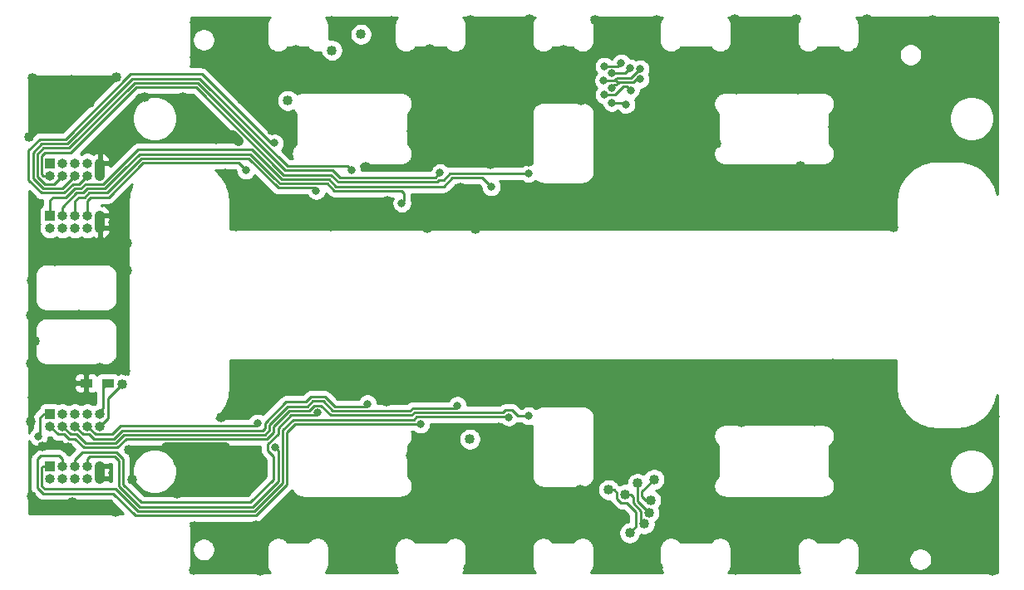
<source format=gbl>
G04 #@! TF.GenerationSoftware,KiCad,Pcbnew,(5.1.6-0-10_14)*
G04 #@! TF.CreationDate,2021-06-30T10:46:54+09:00*
G04 #@! TF.ProjectId,qPCR-photodiode-series,71504352-2d70-4686-9f74-6f64696f6465,rev?*
G04 #@! TF.SameCoordinates,Original*
G04 #@! TF.FileFunction,Copper,L2,Bot*
G04 #@! TF.FilePolarity,Positive*
%FSLAX46Y46*%
G04 Gerber Fmt 4.6, Leading zero omitted, Abs format (unit mm)*
G04 Created by KiCad (PCBNEW (5.1.6-0-10_14)) date 2021-06-30 10:46:54*
%MOMM*%
%LPD*%
G01*
G04 APERTURE LIST*
G04 #@! TA.AperFunction,SMDPad,CuDef*
%ADD10R,1.200000X0.900000*%
G04 #@! TD*
G04 #@! TA.AperFunction,ComponentPad*
%ADD11O,1.000000X1.000000*%
G04 #@! TD*
G04 #@! TA.AperFunction,ComponentPad*
%ADD12R,1.000000X1.000000*%
G04 #@! TD*
G04 #@! TA.AperFunction,ViaPad*
%ADD13C,0.800000*%
G04 #@! TD*
G04 #@! TA.AperFunction,ViaPad*
%ADD14C,1.016000*%
G04 #@! TD*
G04 #@! TA.AperFunction,Conductor*
%ADD15C,1.016000*%
G04 #@! TD*
G04 #@! TA.AperFunction,Conductor*
%ADD16C,0.250000*%
G04 #@! TD*
G04 #@! TA.AperFunction,Conductor*
%ADD17C,0.254000*%
G04 #@! TD*
G04 APERTURE END LIST*
D10*
X91740000Y-109000000D03*
X89540000Y-109000000D03*
D11*
X90910204Y-93198814D03*
X90910204Y-91928814D03*
X89640204Y-93198814D03*
X89640204Y-91928814D03*
X88370204Y-93198814D03*
X88370204Y-91928814D03*
X87100204Y-93198814D03*
X87100204Y-91928814D03*
X85830204Y-93198814D03*
D12*
X85830204Y-91928814D03*
D11*
X90910204Y-118738814D03*
X90910204Y-117468814D03*
X89640204Y-118738814D03*
X89640204Y-117468814D03*
X88370204Y-118738814D03*
X88370204Y-117468814D03*
X87100204Y-118738814D03*
X87100204Y-117468814D03*
X85830204Y-118738814D03*
D12*
X85830204Y-117468814D03*
X85830204Y-112134814D03*
D11*
X85830204Y-113404814D03*
X87100204Y-112134814D03*
X87100204Y-113404814D03*
X88370204Y-112134814D03*
X88370204Y-113404814D03*
X89640204Y-112134814D03*
X89640204Y-113404814D03*
X90910204Y-112134814D03*
X90910204Y-113404814D03*
D12*
X85830204Y-86594814D03*
D11*
X85830204Y-87864814D03*
X87100204Y-86594814D03*
X87100204Y-87864814D03*
X88370204Y-86594814D03*
X88370204Y-87864814D03*
X89640204Y-86594814D03*
X89640204Y-87864814D03*
X90910204Y-86594814D03*
X90910204Y-87864814D03*
D13*
X97680000Y-115600000D03*
X103710000Y-115600000D03*
D14*
X99196972Y-83760000D03*
X105052095Y-84357003D03*
X85910000Y-94760000D03*
X88080000Y-95340000D03*
X93730000Y-94770000D03*
X93720000Y-97520000D03*
X83740000Y-83900000D03*
X84020000Y-77920000D03*
X92560000Y-77800000D03*
X87050000Y-83080000D03*
X89860000Y-80420000D03*
X87990000Y-78040000D03*
X85690000Y-80550000D03*
X90510000Y-84860000D03*
X93090000Y-82120000D03*
X93170000Y-84230000D03*
X95470000Y-79860000D03*
X99340000Y-79790000D03*
X102460000Y-82160000D03*
X102770000Y-84170000D03*
X103690000Y-87590000D03*
X105380000Y-80050000D03*
X108470000Y-83230000D03*
X109960000Y-85250000D03*
X117970000Y-86970000D03*
X124460000Y-86970000D03*
X122650000Y-83300000D03*
X123590000Y-80270000D03*
X128930000Y-83350000D03*
X130730000Y-86730000D03*
X134620000Y-86430000D03*
X139920000Y-80160000D03*
X133880000Y-80240000D03*
X100580000Y-75770000D03*
X100580000Y-72230000D03*
X107370000Y-72120000D03*
X107480000Y-74940000D03*
X103850000Y-73730000D03*
X110910000Y-75010000D03*
X114560000Y-72040000D03*
X120660000Y-72040000D03*
X120590000Y-74900000D03*
X128700000Y-71990000D03*
X128660000Y-75030000D03*
X134680000Y-71860000D03*
X134650000Y-74930000D03*
X131620000Y-73460000D03*
X124520000Y-74880000D03*
X138190000Y-75040000D03*
X141420000Y-75040000D03*
X141380000Y-71920000D03*
X147630000Y-71920000D03*
X147740000Y-75220000D03*
X144550000Y-73700000D03*
X155560000Y-71910000D03*
X155570000Y-74830000D03*
X161820000Y-71890000D03*
X161880000Y-74960000D03*
X158720000Y-73350000D03*
X148640000Y-78150000D03*
X153690000Y-84570000D03*
X151620000Y-80850000D03*
X152230000Y-76640000D03*
X155780000Y-79070000D03*
X162020000Y-79050000D03*
X158750000Y-76860000D03*
X168000000Y-75260000D03*
X165030000Y-77320000D03*
X165590000Y-82910000D03*
X166530000Y-87520000D03*
X170620000Y-86870000D03*
X173110000Y-87070000D03*
X182080000Y-72210000D03*
X162290000Y-86830000D03*
X145100000Y-81890000D03*
X149480000Y-84940000D03*
X149420000Y-87780000D03*
X144760000Y-87610000D03*
X141900000Y-86170000D03*
X141930000Y-82110000D03*
X146500000Y-84980000D03*
X147070000Y-89980000D03*
X138230000Y-89940000D03*
X120180000Y-90430000D03*
X111080000Y-90500000D03*
X110610000Y-92840000D03*
X114450000Y-93020000D03*
X119950000Y-92990000D03*
X104760000Y-93040000D03*
X124250000Y-93190000D03*
X129200000Y-93290000D03*
X129050000Y-90690000D03*
X127660000Y-89090000D03*
X138350000Y-92600000D03*
X147130000Y-92690000D03*
X154430000Y-89090000D03*
X158050000Y-89050000D03*
X156250000Y-92840000D03*
X165170000Y-89870000D03*
X165170000Y-92930000D03*
X171780000Y-93100000D03*
X169070000Y-71830000D03*
X175740000Y-71970000D03*
X175700000Y-75910000D03*
X172230000Y-74030000D03*
X179500000Y-74030000D03*
X181770000Y-77080000D03*
X178860000Y-79320000D03*
X181930000Y-83770000D03*
X177980000Y-84820000D03*
X168460000Y-79780000D03*
X171910000Y-77510000D03*
X175310000Y-79530000D03*
X171660000Y-82440000D03*
X168320000Y-85030000D03*
X174990000Y-84040000D03*
X182110000Y-112450000D03*
X179020000Y-114040000D03*
X181820000Y-116050000D03*
X178360000Y-120760000D03*
X176890000Y-116350000D03*
X181700000Y-122430000D03*
X181860000Y-128180000D03*
X176220000Y-127940000D03*
X169390000Y-128000000D03*
X169280000Y-124270000D03*
X176280000Y-124270000D03*
X180000000Y-125850000D03*
X172210000Y-125800000D03*
X172670000Y-121730000D03*
X174920000Y-118350000D03*
X172610000Y-112200000D03*
X173910000Y-115360000D03*
X165950000Y-116880000D03*
X163740000Y-112910000D03*
X165250000Y-109850000D03*
X165620000Y-106970000D03*
X156250000Y-109820000D03*
X156270000Y-107410000D03*
X147290000Y-110000000D03*
X147350000Y-107390000D03*
X138050000Y-109870000D03*
X138110000Y-107220000D03*
X129180000Y-109840000D03*
X129200000Y-107280000D03*
X120150000Y-110940000D03*
X120170000Y-107270000D03*
X111210000Y-109820000D03*
X110320000Y-107140000D03*
X103240000Y-112510000D03*
X98880000Y-117020000D03*
X98770000Y-120270000D03*
X94230000Y-118860000D03*
X93830000Y-115810000D03*
X87720000Y-115590000D03*
X85090000Y-115490000D03*
X83920000Y-112960000D03*
X85810000Y-110080000D03*
X83860000Y-106980000D03*
X83920000Y-102080000D03*
X84000000Y-120550000D03*
X88140000Y-121180000D03*
X92520000Y-122180000D03*
X102100000Y-116220000D03*
X107320000Y-118490000D03*
X103080000Y-118400000D03*
X100520000Y-123580000D03*
X100470000Y-128100000D03*
X106860000Y-123530000D03*
X103730000Y-126220000D03*
X107270000Y-128180000D03*
X114570000Y-125100000D03*
X114510000Y-127990000D03*
X120830000Y-125170000D03*
X120770000Y-127850000D03*
X117640000Y-126650000D03*
X128560000Y-125200000D03*
X128430000Y-127910000D03*
X134330000Y-125300000D03*
X134650000Y-127940000D03*
X131490000Y-126360000D03*
X141670000Y-125130000D03*
X141630000Y-127990000D03*
X147830000Y-125170000D03*
X147830000Y-127840000D03*
X144690000Y-126640000D03*
X155530000Y-125470000D03*
X161700000Y-125470000D03*
X161750000Y-127950000D03*
X155670000Y-128090000D03*
X158960000Y-126810000D03*
X165350000Y-122680000D03*
X169150000Y-119930000D03*
X171600000Y-117930000D03*
X168900000Y-115530000D03*
X167700000Y-112930000D03*
X153260000Y-115300000D03*
X149270000Y-118460000D03*
X148580000Y-121900000D03*
X151780000Y-123100000D03*
X156390000Y-121150000D03*
X152550000Y-119340000D03*
X160280000Y-122190000D03*
X149300000Y-112540000D03*
X144550000Y-116730000D03*
X144660000Y-112570000D03*
X147010000Y-114510000D03*
X141890000Y-113020000D03*
X141750000Y-118460000D03*
X139810000Y-119890000D03*
X134670000Y-120010000D03*
X134440000Y-115730000D03*
X131510000Y-113500000D03*
X125200000Y-113620000D03*
X122600000Y-116380000D03*
X123200000Y-120060000D03*
X126350000Y-116930000D03*
X128310000Y-119930000D03*
X131520000Y-117750000D03*
X156240000Y-112990000D03*
X88055548Y-109126783D03*
X93480000Y-102950000D03*
X93570000Y-107730000D03*
X84140000Y-95550000D03*
X83950000Y-98550000D03*
X90760000Y-96540000D03*
X86350000Y-96610000D03*
X93370000Y-99860000D03*
X88750000Y-102040000D03*
X84280000Y-104760000D03*
X93220000Y-105520000D03*
X86580000Y-107730000D03*
X90890000Y-107470000D03*
X84020000Y-110440000D03*
X181750000Y-87340000D03*
D13*
X108804990Y-115590000D03*
X106990000Y-113100020D03*
X113120000Y-112024990D03*
X118170000Y-111124970D03*
X123580000Y-113190000D03*
X127330000Y-111289989D03*
X132580000Y-112470000D03*
X134590000Y-112350000D03*
X84651531Y-114472449D03*
D14*
X144417484Y-120377328D03*
X146371265Y-123380070D03*
X145692744Y-119241706D03*
X146867453Y-122247472D03*
X147376629Y-118830642D03*
X147013791Y-120967952D03*
D13*
X105790000Y-87290000D03*
X108701152Y-84518848D03*
X112960000Y-89375040D03*
X116570000Y-87310000D03*
X125570000Y-87550000D03*
X121670000Y-90660000D03*
X130780000Y-88990000D03*
X134570000Y-87620000D03*
X143065000Y-80381296D03*
X144515000Y-80573236D03*
X142317347Y-76692653D03*
X144029504Y-76354199D03*
X142314036Y-79592653D03*
X144983464Y-79125384D03*
X143024455Y-77417653D03*
X144961514Y-76882482D03*
X143052678Y-78867653D03*
X145949346Y-77992958D03*
X142237597Y-78142653D03*
X145958159Y-76964348D03*
D14*
X93210000Y-109120000D03*
X110050000Y-80170000D03*
X128610000Y-114720000D03*
X117520000Y-73420000D03*
X114560000Y-75050000D03*
X142745789Y-119880980D03*
X144882913Y-124293375D03*
D15*
X90910204Y-118738814D02*
X90910204Y-117468814D01*
X90910204Y-93198814D02*
X90910204Y-91928814D01*
X90910204Y-86594814D02*
X90910204Y-87864814D01*
X97680000Y-115600000D02*
X103710000Y-115600000D01*
X104455092Y-83760000D02*
X105052095Y-84357003D01*
X99196972Y-83760000D02*
X104455092Y-83760000D01*
D16*
X88182331Y-109000000D02*
X88055548Y-109126783D01*
X89540000Y-109000000D02*
X88182331Y-109000000D01*
X106447170Y-121640010D02*
X109079980Y-119007200D01*
X92839991Y-119526401D02*
X94953600Y-121640010D01*
X92839990Y-116906400D02*
X92839991Y-119526401D01*
X94953600Y-121640010D02*
X106447170Y-121640010D01*
X92421459Y-116487869D02*
X92839990Y-116906400D01*
X89910001Y-116487869D02*
X92421459Y-116487869D01*
X89640204Y-116757666D02*
X89910001Y-116487869D01*
X89640204Y-117468814D02*
X89640204Y-116757666D01*
X109079979Y-115864989D02*
X108804990Y-115590000D01*
X109079979Y-119007201D02*
X109079979Y-115864989D01*
X109079980Y-119007200D02*
X109079979Y-119007201D01*
X90473214Y-114237824D02*
X89640204Y-113404814D01*
X92152176Y-114237824D02*
X90473214Y-114237824D01*
X93014990Y-113375010D02*
X92152176Y-114237824D01*
X106715010Y-113375010D02*
X93014990Y-113375010D01*
X106990000Y-113100020D02*
X106715010Y-113375010D01*
X89122139Y-116037861D02*
X88370204Y-116789796D01*
X112845010Y-112299980D02*
X110417200Y-112299980D01*
X108629969Y-116487981D02*
X108629970Y-118820800D01*
X108030000Y-115888012D02*
X108629969Y-116487981D01*
X109079982Y-114186428D02*
X108030000Y-115236410D01*
X108030000Y-115236410D02*
X108030000Y-115888012D01*
X93290000Y-119340000D02*
X93290000Y-116720000D01*
X106260770Y-121190000D02*
X95140000Y-121190000D01*
X92607860Y-116037860D02*
X89122139Y-116037861D01*
X110417200Y-112299980D02*
X109079982Y-113637198D01*
X109079982Y-113637198D02*
X109079982Y-114186428D01*
X88370204Y-116789796D02*
X88370204Y-117468814D01*
X93290000Y-116720000D02*
X92607860Y-116037860D01*
X108629970Y-118820800D02*
X106260770Y-121190000D01*
X95140000Y-121190000D02*
X93290000Y-119340000D01*
X113120000Y-112024990D02*
X112845010Y-112299980D01*
X92338577Y-114687833D02*
X90286814Y-114687834D01*
X107729954Y-113627226D02*
X107532160Y-113825020D01*
X107532160Y-113825020D02*
X93201390Y-113825020D01*
X112397182Y-110399970D02*
X111867160Y-110929990D01*
X107729955Y-113077995D02*
X107729954Y-113627226D01*
X111867160Y-110929990D02*
X109877960Y-110929990D01*
X109877960Y-110929990D02*
X107729955Y-113077995D01*
X89195205Y-114229815D02*
X88370204Y-113404814D01*
X89828795Y-114229815D02*
X89195205Y-114229815D01*
X90286814Y-114687834D02*
X89828795Y-114229815D01*
X117895010Y-111399960D02*
X114840792Y-111399960D01*
X113840802Y-110399970D02*
X112397182Y-110399970D01*
X114840792Y-111399960D02*
X113840802Y-110399970D01*
X93201390Y-113825020D02*
X92338577Y-114687833D01*
X118170000Y-111124970D02*
X117895010Y-111399960D01*
X110790000Y-113200000D02*
X123570000Y-113200000D01*
X109980000Y-114010000D02*
X110790000Y-113200000D01*
X109980000Y-119380000D02*
X109980000Y-114010000D01*
X123570000Y-113200000D02*
X123580000Y-113190000D01*
X106819970Y-122540030D02*
X109980000Y-119380000D01*
X94580800Y-122540030D02*
X106819970Y-122540030D01*
X85129988Y-120260010D02*
X92300780Y-120260010D01*
X84555193Y-116774807D02*
X84555194Y-119685216D01*
X84910000Y-116420000D02*
X84555193Y-116774807D01*
X92300780Y-120260010D02*
X94580800Y-122540030D01*
X86758496Y-116420000D02*
X84910000Y-116420000D01*
X84555194Y-119685216D02*
X85129988Y-120260010D01*
X87100204Y-116761708D02*
X86758496Y-116420000D01*
X87100204Y-117468814D02*
X87100204Y-116761708D01*
X87925205Y-114229815D02*
X87100204Y-113404814D01*
X88558795Y-114229815D02*
X87925205Y-114229815D01*
X89466822Y-115137842D02*
X88558795Y-114229815D01*
X93387790Y-114275030D02*
X92524978Y-115137842D01*
X107718560Y-114275030D02*
X93387790Y-114275030D01*
X92524978Y-115137842D02*
X89466822Y-115137842D01*
X108179963Y-113813627D02*
X107718560Y-114275030D01*
X108179964Y-113264396D02*
X108179963Y-113813627D01*
X114654392Y-111849970D02*
X113654402Y-110849980D01*
X112583581Y-110849979D02*
X112033600Y-111399960D01*
X110064360Y-111380000D02*
X108179964Y-113264396D01*
X112010000Y-111380000D02*
X110064360Y-111380000D01*
X127330000Y-111289989D02*
X127055010Y-111564979D01*
X112029960Y-111399960D02*
X112010000Y-111380000D01*
X122507200Y-111849970D02*
X114654392Y-111849970D01*
X112033600Y-111399960D02*
X112029960Y-111399960D01*
X113654402Y-110849980D02*
X112583581Y-110849979D01*
X122792191Y-111564979D02*
X122507200Y-111849970D01*
X127055010Y-111564979D02*
X122792191Y-111564979D01*
X85123098Y-117468814D02*
X85830204Y-117468814D01*
X85316388Y-119810000D02*
X85005203Y-119498815D01*
X85005203Y-119498815D02*
X85005203Y-117586709D01*
X85005203Y-117586709D02*
X85123098Y-117468814D01*
X92487180Y-119810000D02*
X85316388Y-119810000D01*
X94767200Y-122090020D02*
X92487180Y-119810000D01*
X97976400Y-122090020D02*
X94767200Y-122090020D01*
X97976400Y-122090020D02*
X106633570Y-122090020D01*
X106633570Y-122090020D02*
X109529990Y-119193600D01*
X109529990Y-119193600D02*
X109529990Y-114930000D01*
X109529991Y-113823599D02*
X110603600Y-112749990D01*
X109529990Y-114930000D02*
X109529991Y-113823599D01*
X110603600Y-112749990D02*
X122880000Y-112749990D01*
X132574999Y-112464999D02*
X132580000Y-112470000D01*
X123164991Y-112464999D02*
X132574999Y-112464999D01*
X122880000Y-112749990D02*
X123164991Y-112464999D01*
X86655205Y-114229815D02*
X85830204Y-113404814D01*
X87738805Y-114679825D02*
X87288795Y-114229815D01*
X88372395Y-114679825D02*
X87738805Y-114679825D01*
X92711379Y-115587851D02*
X89280422Y-115587852D01*
X93574190Y-114725040D02*
X92711379Y-115587851D01*
X108629972Y-114000028D02*
X107904960Y-114725040D01*
X112220000Y-111849970D02*
X110230800Y-111849970D01*
X89280422Y-115587852D02*
X88372395Y-114679825D01*
X112769981Y-111299989D02*
X112220000Y-111849970D01*
X113468001Y-111299989D02*
X112769981Y-111299989D01*
X87288795Y-114229815D02*
X86655205Y-114229815D01*
X114467992Y-112299980D02*
X113468001Y-111299989D01*
X122978591Y-112014989D02*
X122693600Y-112299980D01*
X131962009Y-112014989D02*
X122978591Y-112014989D01*
X108629973Y-113450797D02*
X108629972Y-114000028D01*
X132231999Y-111744999D02*
X131962009Y-112014989D01*
X122693600Y-112299980D02*
X114467992Y-112299980D01*
X134590000Y-112350000D02*
X133533002Y-112350000D01*
X107904960Y-114725040D02*
X93574190Y-114725040D01*
X110230800Y-111849970D02*
X108629973Y-113450797D01*
X132928001Y-111744999D02*
X132231999Y-111744999D01*
X133533002Y-112350000D02*
X132928001Y-111744999D01*
X84651531Y-114472449D02*
X84820000Y-114303980D01*
X84820000Y-114303980D02*
X84820000Y-112520000D01*
X85205186Y-112134814D02*
X85830204Y-112134814D01*
X84820000Y-112520000D02*
X85205186Y-112134814D01*
X146371265Y-123380070D02*
X146034452Y-123043257D01*
X146034452Y-122050881D02*
X145242734Y-121259163D01*
X146034452Y-123043257D02*
X146034452Y-122050881D01*
X145242734Y-121259163D02*
X145242734Y-120620000D01*
X145000062Y-120377328D02*
X144417484Y-120377328D01*
X145242734Y-120620000D02*
X145000062Y-120377328D01*
X145692744Y-121072763D02*
X145692744Y-119241706D01*
X146867453Y-122247472D02*
X145692744Y-121072763D01*
X146142754Y-120064517D02*
X147376629Y-118830642D01*
X146142754Y-120543656D02*
X146142754Y-120064517D01*
X146567050Y-120967952D02*
X146142754Y-120543656D01*
X147013791Y-120967952D02*
X146567050Y-120967952D01*
X101293378Y-77499970D02*
X99079202Y-77499970D01*
X108312256Y-84518848D02*
X101293378Y-77499970D01*
X108701152Y-84518848D02*
X108312256Y-84518848D01*
X88181613Y-88689815D02*
X88815203Y-88689815D01*
X87281592Y-89589834D02*
X88181613Y-88689815D01*
X83655176Y-85275610D02*
X83655175Y-88306117D01*
X84800816Y-84129970D02*
X83655176Y-85275610D01*
X84938887Y-89589832D02*
X87281592Y-89589834D01*
X94050800Y-77499970D02*
X87420800Y-84129970D01*
X88815203Y-88689815D02*
X89640204Y-87864814D01*
X83655175Y-88306117D02*
X84938887Y-89589832D01*
X87420800Y-84129970D02*
X84800816Y-84129970D01*
X99079202Y-77499972D02*
X94050800Y-77499970D01*
X105040030Y-86540030D02*
X105790000Y-87290000D01*
X95322272Y-86540030D02*
X105040030Y-86540030D01*
X89640204Y-90410454D02*
X90002806Y-90047852D01*
X90002806Y-90047852D02*
X91814451Y-90047851D01*
X91814451Y-90047851D02*
X95322272Y-86540030D01*
X89640204Y-91928814D02*
X89640204Y-90410454D01*
X88370204Y-90418163D02*
X88370204Y-91928814D01*
X89374406Y-90039842D02*
X88748524Y-90039843D01*
X89816406Y-89597842D02*
X89374406Y-90039842D01*
X91628050Y-89597842D02*
X89816406Y-89597842D01*
X88748524Y-90039843D02*
X88370204Y-90418163D01*
X109074998Y-89100050D02*
X106064969Y-86090021D01*
X112685010Y-89100050D02*
X109074998Y-89100050D01*
X112960000Y-89375040D02*
X112685010Y-89100050D01*
X95135871Y-86090021D02*
X91628050Y-89597842D01*
X106064969Y-86090021D02*
X95135871Y-86090021D01*
X94237200Y-77949980D02*
X98892801Y-77949981D01*
X87607200Y-84579980D02*
X94237200Y-77949980D01*
X84987216Y-84579980D02*
X87607200Y-84579980D01*
X84105185Y-85462011D02*
X84987216Y-84579980D01*
X84105184Y-88119718D02*
X84105185Y-85462011D01*
X85125288Y-89139824D02*
X84105184Y-88119718D01*
X87095193Y-89139825D02*
X85125288Y-89139824D01*
X101106978Y-77949980D02*
X98892801Y-77949980D01*
X110006998Y-86850000D02*
X101106978Y-77949980D01*
X116110000Y-86850000D02*
X110006998Y-86850000D01*
X116570000Y-87310000D02*
X116110000Y-86850000D01*
X87095193Y-89139825D02*
X88370204Y-87864814D01*
X87100204Y-91928814D02*
X87100204Y-91051753D01*
X88562124Y-89589833D02*
X89188005Y-89589833D01*
X87100204Y-91051753D02*
X88562124Y-89589833D01*
X89630004Y-89147834D02*
X91441649Y-89147833D01*
X89188005Y-89589833D02*
X89630004Y-89147834D01*
X93456401Y-87133081D02*
X94949472Y-85640010D01*
X94949472Y-85640010D02*
X96513600Y-85640010D01*
X96513600Y-85640010D02*
X99390000Y-85640010D01*
X99390000Y-85640010D02*
X104582832Y-85640012D01*
X106251370Y-85640012D02*
X107614963Y-87003605D01*
X104582832Y-85640012D02*
X106251370Y-85640012D01*
X107614963Y-87003605D02*
X108720679Y-88109321D01*
X108720679Y-88109321D02*
X109261398Y-88650040D01*
X109261398Y-88650040D02*
X114070801Y-88650040D01*
X114070801Y-88650040D02*
X114805792Y-89385030D01*
X114805792Y-89385030D02*
X121400000Y-89385030D01*
X121605030Y-89385030D02*
X121900000Y-89680000D01*
X121400000Y-89385030D02*
X121605030Y-89385030D01*
X91441649Y-89147833D02*
X93456401Y-87133081D01*
X85173616Y-85029990D02*
X84555194Y-85648412D01*
X85311689Y-88689815D02*
X86275203Y-88689815D01*
X84555193Y-87933319D02*
X85311689Y-88689815D01*
X87793600Y-85029990D02*
X85173616Y-85029990D01*
X84555194Y-85648412D02*
X84555193Y-87933319D01*
X94423600Y-78399990D02*
X87793600Y-85029990D01*
X109820598Y-87300010D02*
X100920578Y-78399990D01*
X114630000Y-87300010D02*
X109820598Y-87300010D01*
X125084999Y-88035001D02*
X115364991Y-88035001D01*
X115364991Y-88035001D02*
X114630000Y-87300010D01*
X125570000Y-87550000D02*
X125084999Y-88035001D01*
X98640010Y-78399990D02*
X94423600Y-78399990D01*
X100920578Y-78399990D02*
X98640010Y-78399990D01*
X98706400Y-78399990D02*
X98640010Y-78399990D01*
X121900000Y-90430000D02*
X121670000Y-90660000D01*
X121900000Y-89680000D02*
X121900000Y-90430000D01*
X86275203Y-88689815D02*
X87100204Y-87864814D01*
X85830204Y-91928814D02*
X85830204Y-90369639D01*
X86160001Y-90039843D02*
X87467992Y-90039843D01*
X85830204Y-90369639D02*
X86160001Y-90039843D01*
X88368010Y-89139825D02*
X89001604Y-89139824D01*
X87467992Y-90039843D02*
X88368010Y-89139825D01*
X89001604Y-89139824D02*
X89451613Y-88689815D01*
X89459622Y-88697824D02*
X91255248Y-88697824D01*
X91255248Y-88697824D02*
X93270000Y-86683072D01*
X89451613Y-88689815D02*
X89459622Y-88697824D01*
X93270000Y-86683072D02*
X94763072Y-85190000D01*
X94763072Y-85190000D02*
X96700000Y-85190000D01*
X99310000Y-85190000D02*
X104769233Y-85190003D01*
X96700000Y-85190000D02*
X99310000Y-85190000D01*
X99310000Y-85190000D02*
X99480000Y-85190000D01*
X104769233Y-85190003D02*
X106437771Y-85190003D01*
X106437771Y-85190003D02*
X108064972Y-86817204D01*
X108064972Y-86817204D02*
X109447798Y-88200030D01*
X114257200Y-88200030D02*
X114992192Y-88935020D01*
X114992192Y-88935020D02*
X125949696Y-88935020D01*
X109447798Y-88200030D02*
X114257200Y-88200030D01*
X125949696Y-88935020D02*
X126814706Y-88070010D01*
X126814706Y-88070010D02*
X129640000Y-88070010D01*
X129860010Y-88070010D02*
X130780000Y-88990000D01*
X129640000Y-88070010D02*
X129860010Y-88070010D01*
X85005203Y-87746919D02*
X85123098Y-87864814D01*
X85005203Y-85834813D02*
X85005203Y-87746919D01*
X125271400Y-88485010D02*
X115178591Y-88485011D01*
X100734178Y-78850000D02*
X94610000Y-78850000D01*
X87980000Y-85480000D02*
X85360016Y-85480000D01*
X109634198Y-87750020D02*
X100734178Y-78850000D01*
X114443600Y-87750020D02*
X109634198Y-87750020D01*
X125481409Y-88275001D02*
X125271400Y-88485010D01*
X85360016Y-85480000D02*
X85005203Y-85834813D01*
X94610000Y-78850000D02*
X87980000Y-85480000D01*
X126573002Y-87620000D02*
X125918001Y-88275001D01*
X115178591Y-88485011D02*
X114443600Y-87750020D01*
X134570000Y-87620000D02*
X126573002Y-87620000D01*
X125918001Y-88275001D02*
X125481409Y-88275001D01*
X85123098Y-87864814D02*
X85830204Y-87864814D01*
X144323060Y-80381296D02*
X144515000Y-80573236D01*
X143065000Y-80381296D02*
X144323060Y-80381296D01*
X143691050Y-76692653D02*
X144029504Y-76354199D01*
X142317347Y-76692653D02*
X143691050Y-76692653D01*
X143400679Y-79592654D02*
X144225650Y-78767683D01*
X142314036Y-79592653D02*
X143400679Y-79592654D01*
X144625763Y-78767683D02*
X144983464Y-79125384D01*
X144225650Y-78767683D02*
X144625763Y-78767683D01*
X144426343Y-77417653D02*
X144961514Y-76882482D01*
X143024455Y-77417653D02*
X144426343Y-77417653D01*
X143972327Y-78317673D02*
X143800569Y-78317673D01*
X143327669Y-78592662D02*
X143052678Y-78867653D01*
X143525580Y-78592662D02*
X143327669Y-78592662D01*
X143972327Y-78317673D02*
X145235735Y-78317673D01*
X145560450Y-77992958D02*
X145949346Y-77992958D01*
X145235735Y-78317673D02*
X145560450Y-77992958D01*
X145049335Y-77867663D02*
X145598651Y-77318347D01*
X143614169Y-77867663D02*
X145049335Y-77867663D01*
X142237597Y-78142653D02*
X143339179Y-78142653D01*
X145692024Y-77230483D02*
X145958159Y-76964348D01*
X145686515Y-77230483D02*
X145692024Y-77230483D01*
X145598651Y-77318347D02*
X145686515Y-77230483D01*
X143480916Y-78000916D02*
X143480916Y-78130916D01*
X143339179Y-78142653D02*
X143480916Y-78000916D01*
X143734121Y-78384121D02*
X143525580Y-78592662D01*
X143480916Y-78130916D02*
X143734121Y-78384121D01*
X143800569Y-78317673D02*
X143734121Y-78384121D01*
X143480916Y-78000916D02*
X143614169Y-77867663D01*
X90910204Y-111949796D02*
X91285195Y-111574805D01*
X90910204Y-112134814D02*
X90910204Y-111949796D01*
X91285195Y-111574805D02*
X91285195Y-109454805D01*
X91285195Y-109454805D02*
X91740000Y-109000000D01*
X90910204Y-113404814D02*
X91735205Y-112579813D01*
X91735205Y-112579813D02*
X91735205Y-111761205D01*
X91735205Y-110594795D02*
X93210000Y-109120000D01*
X91735205Y-111761205D02*
X91735205Y-110594795D01*
X144882913Y-124293375D02*
X145538264Y-123638024D01*
X145538264Y-123638024D02*
X145538264Y-122191103D01*
X144557490Y-121210329D02*
X144017643Y-121210329D01*
X144017643Y-121210329D02*
X143584483Y-120777169D01*
X145538264Y-122191103D02*
X144557490Y-121210329D01*
X143584483Y-120777169D02*
X143584483Y-120180000D01*
X143285463Y-119880980D02*
X142745789Y-119880980D01*
X143584483Y-120180000D02*
X143285463Y-119880980D01*
D17*
G36*
X172015000Y-109533646D02*
G01*
X172018056Y-109564678D01*
X172017904Y-109586518D01*
X172018838Y-109596037D01*
X172090240Y-110275376D01*
X172102719Y-110336170D01*
X172114357Y-110397177D01*
X172117121Y-110406333D01*
X172319113Y-111058864D01*
X172343175Y-111116105D01*
X172366430Y-111173663D01*
X172370920Y-111182107D01*
X172695809Y-111782978D01*
X172730539Y-111834467D01*
X172764522Y-111886398D01*
X172770566Y-111893810D01*
X173205978Y-112420133D01*
X173250033Y-112463881D01*
X173293471Y-112508239D01*
X173300841Y-112514336D01*
X173830190Y-112946061D01*
X173881893Y-112980412D01*
X173933129Y-113015494D01*
X173941542Y-113020043D01*
X174544665Y-113340730D01*
X174602101Y-113364403D01*
X174659131Y-113388846D01*
X174668267Y-113391675D01*
X175322193Y-113589107D01*
X175383126Y-113601172D01*
X175443824Y-113614074D01*
X175453336Y-113615074D01*
X176133156Y-113681731D01*
X176133163Y-113681731D01*
X176166353Y-113685000D01*
X178233647Y-113685000D01*
X178264679Y-113681944D01*
X178286518Y-113682096D01*
X178296037Y-113681162D01*
X178975376Y-113609760D01*
X179036170Y-113597281D01*
X179097177Y-113585643D01*
X179106333Y-113582879D01*
X179758864Y-113380887D01*
X179816105Y-113356825D01*
X179873663Y-113333570D01*
X179882107Y-113329080D01*
X180482978Y-113004191D01*
X180534467Y-112969461D01*
X180586398Y-112935478D01*
X180593810Y-112929434D01*
X181120133Y-112494022D01*
X181163881Y-112449967D01*
X181208239Y-112406529D01*
X181214336Y-112399159D01*
X181646061Y-111869810D01*
X181680412Y-111818107D01*
X181715494Y-111766871D01*
X181720043Y-111758458D01*
X182040730Y-111155335D01*
X182064403Y-111097899D01*
X182088846Y-111040869D01*
X182091675Y-111031733D01*
X182289107Y-110377807D01*
X182301172Y-110316874D01*
X182314074Y-110256176D01*
X182315001Y-110247361D01*
X182315001Y-128315000D01*
X167940843Y-128315000D01*
X167965472Y-128290882D01*
X167971568Y-128283512D01*
X167971573Y-128283507D01*
X167971577Y-128283501D01*
X168033244Y-128207891D01*
X168067582Y-128156210D01*
X168102683Y-128104945D01*
X168107232Y-128096532D01*
X168153044Y-128010371D01*
X168176708Y-127952955D01*
X168201158Y-127895912D01*
X168203986Y-127886776D01*
X168232191Y-127793358D01*
X168244253Y-127732438D01*
X168257159Y-127671721D01*
X168258159Y-127662209D01*
X168267681Y-127565092D01*
X168267681Y-127565088D01*
X168270950Y-127531898D01*
X168270950Y-126884340D01*
X173325682Y-126884340D01*
X173325682Y-127115660D01*
X173370810Y-127342536D01*
X173459333Y-127556248D01*
X173587848Y-127748584D01*
X173751416Y-127912152D01*
X173943752Y-128040667D01*
X174157464Y-128129190D01*
X174384340Y-128174318D01*
X174615660Y-128174318D01*
X174842536Y-128129190D01*
X175056248Y-128040667D01*
X175248584Y-127912152D01*
X175412152Y-127748584D01*
X175540667Y-127556248D01*
X175629190Y-127342536D01*
X175674318Y-127115660D01*
X175674318Y-126884340D01*
X175629190Y-126657464D01*
X175540667Y-126443752D01*
X175412152Y-126251416D01*
X175248584Y-126087848D01*
X175056248Y-125959333D01*
X174842536Y-125870810D01*
X174615660Y-125825682D01*
X174384340Y-125825682D01*
X174157464Y-125870810D01*
X173943752Y-125959333D01*
X173751416Y-126087848D01*
X173587848Y-126251416D01*
X173459333Y-126443752D01*
X173370810Y-126657464D01*
X173325682Y-126884340D01*
X168270950Y-126884340D01*
X168270950Y-125864604D01*
X168267866Y-125833297D01*
X168267883Y-125828549D01*
X168266916Y-125819034D01*
X168262049Y-125774237D01*
X168261038Y-125763968D01*
X168260876Y-125763433D01*
X168256377Y-125722022D01*
X168243686Y-125661273D01*
X168231833Y-125600300D01*
X168229037Y-125591154D01*
X168199855Y-125498036D01*
X168175583Y-125440856D01*
X168152140Y-125383411D01*
X168147621Y-125374982D01*
X168100909Y-125289305D01*
X168066002Y-125237941D01*
X168031836Y-125186126D01*
X168025766Y-125178735D01*
X167963301Y-125103763D01*
X167919090Y-125060165D01*
X167875497Y-125015960D01*
X167868107Y-125009889D01*
X167792271Y-124948479D01*
X167740423Y-124914292D01*
X167689097Y-124879411D01*
X167680668Y-124874891D01*
X167680663Y-124874889D01*
X167680661Y-124874887D01*
X167680658Y-124874886D01*
X167594348Y-124829379D01*
X167536853Y-124805915D01*
X167479711Y-124781660D01*
X167470564Y-124778863D01*
X167377048Y-124750985D01*
X167316069Y-124739132D01*
X167255331Y-124726444D01*
X167245816Y-124725477D01*
X167148666Y-124716294D01*
X167086565Y-124716511D01*
X167024505Y-124715861D01*
X167014983Y-124716760D01*
X166917900Y-124726621D01*
X166857019Y-124738897D01*
X166796009Y-124750315D01*
X166786843Y-124753047D01*
X166693524Y-124781578D01*
X166636191Y-124805444D01*
X166578564Y-124828493D01*
X166570106Y-124832953D01*
X166570101Y-124832955D01*
X166570096Y-124832958D01*
X166484104Y-124879067D01*
X166432535Y-124913590D01*
X166380445Y-124947417D01*
X166373012Y-124953436D01*
X166297606Y-125015375D01*
X166297596Y-125015385D01*
X166271820Y-125036539D01*
X166095108Y-125213251D01*
X164076792Y-125213251D01*
X163900079Y-125036538D01*
X163875765Y-125016585D01*
X163872418Y-125013214D01*
X163865007Y-125007169D01*
X163829734Y-124978809D01*
X163821909Y-124972387D01*
X163821426Y-124972129D01*
X163788957Y-124946023D01*
X163737003Y-124912025D01*
X163685534Y-124877310D01*
X163677089Y-124872819D01*
X163590610Y-124827609D01*
X163533075Y-124804364D01*
X163475816Y-124780294D01*
X163466660Y-124777530D01*
X163373048Y-124749978D01*
X163312065Y-124738345D01*
X163251242Y-124725860D01*
X163241723Y-124724926D01*
X163144541Y-124716082D01*
X163082459Y-124716516D01*
X163020377Y-124716082D01*
X163010859Y-124717015D01*
X162913810Y-124727215D01*
X162852967Y-124739704D01*
X162792008Y-124751333D01*
X162782852Y-124754097D01*
X162689633Y-124782953D01*
X162632384Y-124807019D01*
X162574831Y-124830272D01*
X162566386Y-124834762D01*
X162480548Y-124881174D01*
X162429065Y-124915901D01*
X162377129Y-124949887D01*
X162369717Y-124955931D01*
X162294529Y-125018133D01*
X162250768Y-125062200D01*
X162206428Y-125105621D01*
X162200331Y-125112990D01*
X162138656Y-125188611D01*
X162104318Y-125240292D01*
X162069217Y-125291557D01*
X162064668Y-125299970D01*
X162018856Y-125386131D01*
X161995192Y-125443547D01*
X161970742Y-125500590D01*
X161967914Y-125509726D01*
X161939709Y-125603144D01*
X161927648Y-125664056D01*
X161914741Y-125724780D01*
X161913741Y-125734292D01*
X161904219Y-125831410D01*
X161904219Y-125831424D01*
X161900951Y-125864604D01*
X161900950Y-127531897D01*
X161904034Y-127563204D01*
X161904017Y-127567951D01*
X161904984Y-127577466D01*
X161909850Y-127622258D01*
X161910862Y-127632533D01*
X161911024Y-127633068D01*
X161915523Y-127674479D01*
X161928215Y-127735231D01*
X161940064Y-127796192D01*
X161942861Y-127805338D01*
X161972041Y-127898456D01*
X161996307Y-127955623D01*
X162019759Y-128013090D01*
X162024278Y-128021520D01*
X162070991Y-128107196D01*
X162105880Y-128158533D01*
X162140063Y-128210375D01*
X162146134Y-128217766D01*
X162208598Y-128292738D01*
X162231173Y-128315000D01*
X154940843Y-128315000D01*
X154965472Y-128290882D01*
X154971568Y-128283512D01*
X154971573Y-128283507D01*
X154971577Y-128283501D01*
X155033244Y-128207891D01*
X155067582Y-128156210D01*
X155102683Y-128104945D01*
X155107232Y-128096532D01*
X155153044Y-128010371D01*
X155176708Y-127952955D01*
X155201158Y-127895912D01*
X155203986Y-127886776D01*
X155232191Y-127793358D01*
X155244253Y-127732438D01*
X155257159Y-127671721D01*
X155258159Y-127662209D01*
X155267681Y-127565092D01*
X155267681Y-127565088D01*
X155270950Y-127531898D01*
X155270950Y-125864604D01*
X155267866Y-125833297D01*
X155267883Y-125828549D01*
X155266916Y-125819034D01*
X155262049Y-125774237D01*
X155261038Y-125763968D01*
X155260876Y-125763433D01*
X155256377Y-125722022D01*
X155243686Y-125661273D01*
X155231833Y-125600300D01*
X155229037Y-125591154D01*
X155199855Y-125498036D01*
X155175583Y-125440856D01*
X155152140Y-125383411D01*
X155147621Y-125374982D01*
X155100909Y-125289305D01*
X155066002Y-125237941D01*
X155031836Y-125186126D01*
X155025766Y-125178735D01*
X154963301Y-125103763D01*
X154919090Y-125060165D01*
X154875497Y-125015960D01*
X154868107Y-125009889D01*
X154792271Y-124948479D01*
X154740423Y-124914292D01*
X154689097Y-124879411D01*
X154680668Y-124874891D01*
X154680663Y-124874889D01*
X154680661Y-124874887D01*
X154680658Y-124874886D01*
X154594348Y-124829379D01*
X154536853Y-124805915D01*
X154479711Y-124781660D01*
X154470564Y-124778863D01*
X154377048Y-124750985D01*
X154316069Y-124739132D01*
X154255331Y-124726444D01*
X154245816Y-124725477D01*
X154148666Y-124716294D01*
X154086565Y-124716511D01*
X154024505Y-124715861D01*
X154014983Y-124716760D01*
X153917900Y-124726621D01*
X153857019Y-124738897D01*
X153796009Y-124750315D01*
X153786843Y-124753047D01*
X153693524Y-124781578D01*
X153636191Y-124805444D01*
X153578564Y-124828493D01*
X153570106Y-124832953D01*
X153570101Y-124832955D01*
X153570096Y-124832958D01*
X153484104Y-124879067D01*
X153432535Y-124913590D01*
X153380445Y-124947417D01*
X153373012Y-124953436D01*
X153297606Y-125015375D01*
X153297596Y-125015385D01*
X153271820Y-125036539D01*
X153095108Y-125213251D01*
X150076792Y-125213251D01*
X149900079Y-125036538D01*
X149875765Y-125016585D01*
X149872418Y-125013214D01*
X149865007Y-125007169D01*
X149829734Y-124978809D01*
X149821909Y-124972387D01*
X149821426Y-124972129D01*
X149788957Y-124946023D01*
X149737003Y-124912025D01*
X149685534Y-124877310D01*
X149677089Y-124872819D01*
X149590610Y-124827609D01*
X149533075Y-124804364D01*
X149475816Y-124780294D01*
X149466660Y-124777530D01*
X149373048Y-124749978D01*
X149312065Y-124738345D01*
X149251242Y-124725860D01*
X149241723Y-124724926D01*
X149144541Y-124716082D01*
X149082459Y-124716516D01*
X149020377Y-124716082D01*
X149010859Y-124717015D01*
X148913810Y-124727215D01*
X148852967Y-124739704D01*
X148792008Y-124751333D01*
X148782852Y-124754097D01*
X148689633Y-124782953D01*
X148632384Y-124807019D01*
X148574831Y-124830272D01*
X148566386Y-124834762D01*
X148480548Y-124881174D01*
X148429065Y-124915901D01*
X148377129Y-124949887D01*
X148369717Y-124955931D01*
X148294529Y-125018133D01*
X148250768Y-125062200D01*
X148206428Y-125105621D01*
X148200331Y-125112990D01*
X148138656Y-125188611D01*
X148104318Y-125240292D01*
X148069217Y-125291557D01*
X148064668Y-125299970D01*
X148018856Y-125386131D01*
X147995192Y-125443547D01*
X147970742Y-125500590D01*
X147967914Y-125509726D01*
X147939709Y-125603144D01*
X147927648Y-125664056D01*
X147914741Y-125724780D01*
X147913741Y-125734292D01*
X147904219Y-125831410D01*
X147904219Y-125831424D01*
X147900951Y-125864604D01*
X147900950Y-127531897D01*
X147904034Y-127563204D01*
X147904017Y-127567951D01*
X147904984Y-127577466D01*
X147909850Y-127622258D01*
X147910862Y-127632533D01*
X147911024Y-127633068D01*
X147915523Y-127674479D01*
X147928215Y-127735231D01*
X147940064Y-127796192D01*
X147942861Y-127805338D01*
X147972041Y-127898456D01*
X147996307Y-127955623D01*
X148019759Y-128013090D01*
X148024278Y-128021520D01*
X148070991Y-128107196D01*
X148105880Y-128158533D01*
X148140063Y-128210375D01*
X148146134Y-128217766D01*
X148208598Y-128292738D01*
X148231173Y-128315000D01*
X140940843Y-128315000D01*
X140965472Y-128290882D01*
X140971568Y-128283512D01*
X140971573Y-128283507D01*
X140971577Y-128283501D01*
X141033244Y-128207891D01*
X141067582Y-128156210D01*
X141102683Y-128104945D01*
X141107232Y-128096532D01*
X141153044Y-128010371D01*
X141176708Y-127952955D01*
X141201158Y-127895912D01*
X141203986Y-127886776D01*
X141232191Y-127793358D01*
X141244253Y-127732438D01*
X141257159Y-127671721D01*
X141258159Y-127662209D01*
X141267681Y-127565092D01*
X141267681Y-127565088D01*
X141270950Y-127531898D01*
X141270950Y-125864604D01*
X141267866Y-125833297D01*
X141267883Y-125828549D01*
X141266916Y-125819034D01*
X141262049Y-125774237D01*
X141261038Y-125763968D01*
X141260876Y-125763433D01*
X141256377Y-125722022D01*
X141243686Y-125661273D01*
X141231833Y-125600300D01*
X141229037Y-125591154D01*
X141199855Y-125498036D01*
X141175583Y-125440856D01*
X141152140Y-125383411D01*
X141147621Y-125374982D01*
X141100909Y-125289305D01*
X141066002Y-125237941D01*
X141031836Y-125186126D01*
X141025766Y-125178735D01*
X140963301Y-125103763D01*
X140919090Y-125060165D01*
X140875497Y-125015960D01*
X140868107Y-125009889D01*
X140792271Y-124948479D01*
X140740423Y-124914292D01*
X140689097Y-124879411D01*
X140680668Y-124874891D01*
X140680663Y-124874889D01*
X140680661Y-124874887D01*
X140680658Y-124874886D01*
X140594348Y-124829379D01*
X140536853Y-124805915D01*
X140479711Y-124781660D01*
X140470564Y-124778863D01*
X140377048Y-124750985D01*
X140316069Y-124739132D01*
X140255331Y-124726444D01*
X140245816Y-124725477D01*
X140148666Y-124716294D01*
X140086565Y-124716511D01*
X140024505Y-124715861D01*
X140014983Y-124716760D01*
X139917900Y-124726621D01*
X139857019Y-124738897D01*
X139796009Y-124750315D01*
X139786843Y-124753047D01*
X139693524Y-124781578D01*
X139636191Y-124805444D01*
X139578564Y-124828493D01*
X139570106Y-124832953D01*
X139570101Y-124832955D01*
X139570096Y-124832958D01*
X139484104Y-124879067D01*
X139432535Y-124913590D01*
X139380445Y-124947417D01*
X139373012Y-124953436D01*
X139297606Y-125015375D01*
X139297596Y-125015385D01*
X139271820Y-125036539D01*
X139095108Y-125213251D01*
X137076792Y-125213251D01*
X136900079Y-125036538D01*
X136875765Y-125016585D01*
X136872418Y-125013214D01*
X136865007Y-125007169D01*
X136829734Y-124978809D01*
X136821909Y-124972387D01*
X136821426Y-124972129D01*
X136788957Y-124946023D01*
X136737003Y-124912025D01*
X136685534Y-124877310D01*
X136677089Y-124872819D01*
X136590610Y-124827609D01*
X136533075Y-124804364D01*
X136475816Y-124780294D01*
X136466660Y-124777530D01*
X136373048Y-124749978D01*
X136312065Y-124738345D01*
X136251242Y-124725860D01*
X136241723Y-124724926D01*
X136144541Y-124716082D01*
X136082459Y-124716516D01*
X136020377Y-124716082D01*
X136010859Y-124717015D01*
X135913810Y-124727215D01*
X135852967Y-124739704D01*
X135792008Y-124751333D01*
X135782852Y-124754097D01*
X135689633Y-124782953D01*
X135632384Y-124807019D01*
X135574831Y-124830272D01*
X135566386Y-124834762D01*
X135480548Y-124881174D01*
X135429065Y-124915901D01*
X135377129Y-124949887D01*
X135369717Y-124955931D01*
X135294529Y-125018133D01*
X135250768Y-125062200D01*
X135206428Y-125105621D01*
X135200331Y-125112990D01*
X135138656Y-125188611D01*
X135104318Y-125240292D01*
X135069217Y-125291557D01*
X135064668Y-125299970D01*
X135018856Y-125386131D01*
X134995192Y-125443547D01*
X134970742Y-125500590D01*
X134967914Y-125509726D01*
X134939709Y-125603144D01*
X134927648Y-125664056D01*
X134914741Y-125724780D01*
X134913741Y-125734292D01*
X134904219Y-125831410D01*
X134904219Y-125831424D01*
X134900951Y-125864604D01*
X134900950Y-127531897D01*
X134904034Y-127563204D01*
X134904017Y-127567951D01*
X134904984Y-127577466D01*
X134909850Y-127622258D01*
X134910862Y-127632533D01*
X134911024Y-127633068D01*
X134915523Y-127674479D01*
X134928215Y-127735231D01*
X134940064Y-127796192D01*
X134942861Y-127805338D01*
X134972041Y-127898456D01*
X134996307Y-127955623D01*
X135019759Y-128013090D01*
X135024278Y-128021520D01*
X135070991Y-128107196D01*
X135105880Y-128158533D01*
X135140063Y-128210375D01*
X135146134Y-128217766D01*
X135208598Y-128292738D01*
X135231173Y-128315000D01*
X127940843Y-128315000D01*
X127965472Y-128290882D01*
X127971568Y-128283512D01*
X127971573Y-128283507D01*
X127971577Y-128283501D01*
X128033244Y-128207891D01*
X128067582Y-128156210D01*
X128102683Y-128104945D01*
X128107232Y-128096532D01*
X128153044Y-128010371D01*
X128176708Y-127952955D01*
X128201158Y-127895912D01*
X128203986Y-127886776D01*
X128232191Y-127793358D01*
X128244253Y-127732438D01*
X128257159Y-127671721D01*
X128258159Y-127662209D01*
X128267681Y-127565092D01*
X128267681Y-127565088D01*
X128270950Y-127531898D01*
X128270950Y-125864604D01*
X128267866Y-125833297D01*
X128267883Y-125828549D01*
X128266916Y-125819034D01*
X128262049Y-125774237D01*
X128261038Y-125763968D01*
X128260876Y-125763433D01*
X128256377Y-125722022D01*
X128243686Y-125661273D01*
X128231833Y-125600300D01*
X128229037Y-125591154D01*
X128199855Y-125498036D01*
X128175583Y-125440856D01*
X128152140Y-125383411D01*
X128147621Y-125374982D01*
X128100909Y-125289305D01*
X128066002Y-125237941D01*
X128031836Y-125186126D01*
X128025766Y-125178735D01*
X127963301Y-125103763D01*
X127919090Y-125060165D01*
X127875497Y-125015960D01*
X127868107Y-125009889D01*
X127792271Y-124948479D01*
X127740423Y-124914292D01*
X127689097Y-124879411D01*
X127680668Y-124874891D01*
X127680663Y-124874889D01*
X127680661Y-124874887D01*
X127680658Y-124874886D01*
X127594348Y-124829379D01*
X127536853Y-124805915D01*
X127479711Y-124781660D01*
X127470564Y-124778863D01*
X127377048Y-124750985D01*
X127316069Y-124739132D01*
X127255331Y-124726444D01*
X127245816Y-124725477D01*
X127148666Y-124716294D01*
X127086565Y-124716511D01*
X127024505Y-124715861D01*
X127014983Y-124716760D01*
X126917900Y-124726621D01*
X126857019Y-124738897D01*
X126796009Y-124750315D01*
X126786843Y-124753047D01*
X126693524Y-124781578D01*
X126636191Y-124805444D01*
X126578564Y-124828493D01*
X126570106Y-124832953D01*
X126570101Y-124832955D01*
X126570096Y-124832958D01*
X126484104Y-124879067D01*
X126432535Y-124913590D01*
X126380445Y-124947417D01*
X126373012Y-124953436D01*
X126297606Y-125015375D01*
X126297596Y-125015385D01*
X126271820Y-125036539D01*
X126095108Y-125213251D01*
X123076792Y-125213251D01*
X122900079Y-125036538D01*
X122875765Y-125016585D01*
X122872418Y-125013214D01*
X122865007Y-125007169D01*
X122829734Y-124978809D01*
X122821909Y-124972387D01*
X122821426Y-124972129D01*
X122788957Y-124946023D01*
X122737003Y-124912025D01*
X122685534Y-124877310D01*
X122677089Y-124872819D01*
X122590610Y-124827609D01*
X122533075Y-124804364D01*
X122475816Y-124780294D01*
X122466660Y-124777530D01*
X122373048Y-124749978D01*
X122312065Y-124738345D01*
X122251242Y-124725860D01*
X122241723Y-124724926D01*
X122144541Y-124716082D01*
X122082459Y-124716516D01*
X122020377Y-124716082D01*
X122010859Y-124717015D01*
X121913810Y-124727215D01*
X121852967Y-124739704D01*
X121792008Y-124751333D01*
X121782852Y-124754097D01*
X121689633Y-124782953D01*
X121632384Y-124807019D01*
X121574831Y-124830272D01*
X121566386Y-124834762D01*
X121480548Y-124881174D01*
X121429065Y-124915901D01*
X121377129Y-124949887D01*
X121369717Y-124955931D01*
X121294529Y-125018133D01*
X121250768Y-125062200D01*
X121206428Y-125105621D01*
X121200331Y-125112990D01*
X121138656Y-125188611D01*
X121104318Y-125240292D01*
X121069217Y-125291557D01*
X121064668Y-125299970D01*
X121018856Y-125386131D01*
X120995192Y-125443547D01*
X120970742Y-125500590D01*
X120967914Y-125509726D01*
X120939709Y-125603144D01*
X120927648Y-125664056D01*
X120914741Y-125724780D01*
X120913741Y-125734292D01*
X120904219Y-125831410D01*
X120904219Y-125831424D01*
X120900951Y-125864604D01*
X120900950Y-127531897D01*
X120904034Y-127563204D01*
X120904017Y-127567951D01*
X120904984Y-127577466D01*
X120909850Y-127622258D01*
X120910862Y-127632533D01*
X120911024Y-127633068D01*
X120915523Y-127674479D01*
X120928215Y-127735231D01*
X120940064Y-127796192D01*
X120942861Y-127805338D01*
X120972041Y-127898456D01*
X120996307Y-127955623D01*
X121019759Y-128013090D01*
X121024278Y-128021520D01*
X121070991Y-128107196D01*
X121105880Y-128158533D01*
X121140063Y-128210375D01*
X121146134Y-128217766D01*
X121208598Y-128292738D01*
X121231173Y-128315000D01*
X113940843Y-128315000D01*
X113965472Y-128290882D01*
X113971568Y-128283512D01*
X113971573Y-128283507D01*
X113971577Y-128283501D01*
X114033244Y-128207891D01*
X114067582Y-128156210D01*
X114102683Y-128104945D01*
X114107232Y-128096532D01*
X114153044Y-128010371D01*
X114176708Y-127952955D01*
X114201158Y-127895912D01*
X114203986Y-127886776D01*
X114232191Y-127793358D01*
X114244253Y-127732438D01*
X114257159Y-127671721D01*
X114258159Y-127662209D01*
X114267681Y-127565092D01*
X114267681Y-127565088D01*
X114270950Y-127531898D01*
X114270950Y-125864604D01*
X114267866Y-125833297D01*
X114267883Y-125828549D01*
X114266916Y-125819034D01*
X114262049Y-125774237D01*
X114261038Y-125763968D01*
X114260876Y-125763433D01*
X114256377Y-125722022D01*
X114243686Y-125661273D01*
X114231833Y-125600300D01*
X114229037Y-125591154D01*
X114199855Y-125498036D01*
X114175583Y-125440856D01*
X114152140Y-125383411D01*
X114147621Y-125374982D01*
X114100909Y-125289305D01*
X114066002Y-125237941D01*
X114031836Y-125186126D01*
X114025766Y-125178735D01*
X113963301Y-125103763D01*
X113919090Y-125060165D01*
X113875497Y-125015960D01*
X113868107Y-125009889D01*
X113792271Y-124948479D01*
X113740423Y-124914292D01*
X113689097Y-124879411D01*
X113680668Y-124874891D01*
X113680663Y-124874889D01*
X113680661Y-124874887D01*
X113680658Y-124874886D01*
X113594348Y-124829379D01*
X113536853Y-124805915D01*
X113479711Y-124781660D01*
X113470564Y-124778863D01*
X113377048Y-124750985D01*
X113316069Y-124739132D01*
X113255331Y-124726444D01*
X113245816Y-124725477D01*
X113148666Y-124716294D01*
X113086565Y-124716511D01*
X113024505Y-124715861D01*
X113014983Y-124716760D01*
X112917900Y-124726621D01*
X112857019Y-124738897D01*
X112796009Y-124750315D01*
X112786843Y-124753047D01*
X112693524Y-124781578D01*
X112636191Y-124805444D01*
X112578564Y-124828493D01*
X112570106Y-124832953D01*
X112570101Y-124832955D01*
X112570096Y-124832958D01*
X112484104Y-124879067D01*
X112432535Y-124913590D01*
X112380445Y-124947417D01*
X112373012Y-124953436D01*
X112297606Y-125015375D01*
X112297596Y-125015385D01*
X112271820Y-125036539D01*
X112095108Y-125213251D01*
X110076792Y-125213251D01*
X109900079Y-125036538D01*
X109875765Y-125016585D01*
X109872418Y-125013214D01*
X109865007Y-125007169D01*
X109829734Y-124978809D01*
X109821909Y-124972387D01*
X109821426Y-124972129D01*
X109788957Y-124946023D01*
X109737003Y-124912025D01*
X109685534Y-124877310D01*
X109677089Y-124872819D01*
X109590610Y-124827609D01*
X109533075Y-124804364D01*
X109475816Y-124780294D01*
X109466660Y-124777530D01*
X109373048Y-124749978D01*
X109312065Y-124738345D01*
X109251242Y-124725860D01*
X109241723Y-124724926D01*
X109144541Y-124716082D01*
X109082459Y-124716516D01*
X109020377Y-124716082D01*
X109010859Y-124717015D01*
X108913810Y-124727215D01*
X108852967Y-124739704D01*
X108792008Y-124751333D01*
X108782852Y-124754097D01*
X108689633Y-124782953D01*
X108632384Y-124807019D01*
X108574831Y-124830272D01*
X108566386Y-124834762D01*
X108480548Y-124881174D01*
X108429065Y-124915901D01*
X108377129Y-124949887D01*
X108369717Y-124955931D01*
X108294529Y-125018133D01*
X108250768Y-125062200D01*
X108206428Y-125105621D01*
X108200331Y-125112990D01*
X108138656Y-125188611D01*
X108104318Y-125240292D01*
X108069217Y-125291557D01*
X108064668Y-125299970D01*
X108018856Y-125386131D01*
X107995192Y-125443547D01*
X107970742Y-125500590D01*
X107967914Y-125509726D01*
X107939709Y-125603144D01*
X107927648Y-125664056D01*
X107914741Y-125724780D01*
X107913741Y-125734292D01*
X107904219Y-125831410D01*
X107904219Y-125831424D01*
X107900951Y-125864604D01*
X107900950Y-127531897D01*
X107904034Y-127563204D01*
X107904017Y-127567951D01*
X107904984Y-127577466D01*
X107909850Y-127622258D01*
X107910862Y-127632533D01*
X107911024Y-127633068D01*
X107915523Y-127674479D01*
X107928215Y-127735231D01*
X107940064Y-127796192D01*
X107942861Y-127805338D01*
X107972041Y-127898456D01*
X107996307Y-127955623D01*
X108019759Y-128013090D01*
X108024278Y-128021520D01*
X108070991Y-128107196D01*
X108105880Y-128158533D01*
X108140063Y-128210375D01*
X108146134Y-128217766D01*
X108208598Y-128292738D01*
X108231173Y-128315000D01*
X100185000Y-128315000D01*
X100185000Y-125884340D01*
X100325682Y-125884340D01*
X100325682Y-126115660D01*
X100370810Y-126342536D01*
X100459333Y-126556248D01*
X100587848Y-126748584D01*
X100751416Y-126912152D01*
X100943752Y-127040667D01*
X101157464Y-127129190D01*
X101384340Y-127174318D01*
X101615660Y-127174318D01*
X101842536Y-127129190D01*
X102056248Y-127040667D01*
X102248584Y-126912152D01*
X102412152Y-126748584D01*
X102540667Y-126556248D01*
X102629190Y-126342536D01*
X102674318Y-126115660D01*
X102674318Y-125884340D01*
X102629190Y-125657464D01*
X102540667Y-125443752D01*
X102412152Y-125251416D01*
X102248584Y-125087848D01*
X102056248Y-124959333D01*
X101842536Y-124870810D01*
X101615660Y-124825682D01*
X101384340Y-124825682D01*
X101157464Y-124870810D01*
X100943752Y-124959333D01*
X100751416Y-125087848D01*
X100587848Y-125251416D01*
X100459333Y-125443752D01*
X100370810Y-125657464D01*
X100325682Y-125884340D01*
X100185000Y-125884340D01*
X100185000Y-123466353D01*
X100182148Y-123437399D01*
X100182169Y-123434427D01*
X100181236Y-123424909D01*
X100176179Y-123376790D01*
X100175088Y-123365717D01*
X100174976Y-123365348D01*
X100171036Y-123327860D01*
X100165323Y-123300030D01*
X106782648Y-123300030D01*
X106819970Y-123303706D01*
X106857292Y-123300030D01*
X106857303Y-123300030D01*
X106968956Y-123289033D01*
X107112217Y-123245576D01*
X107244246Y-123175004D01*
X107359971Y-123080031D01*
X107383774Y-123051027D01*
X110491004Y-119943798D01*
X110502411Y-119934436D01*
X110509704Y-119951784D01*
X110532970Y-120009370D01*
X110537460Y-120017815D01*
X110583873Y-120103652D01*
X110618588Y-120155118D01*
X110652586Y-120207072D01*
X110658630Y-120214483D01*
X110720832Y-120289672D01*
X110764880Y-120333413D01*
X110808319Y-120377773D01*
X110815689Y-120383869D01*
X110815694Y-120383874D01*
X110815700Y-120383878D01*
X110891310Y-120445545D01*
X110942991Y-120479883D01*
X110994256Y-120514984D01*
X111002669Y-120519533D01*
X111088830Y-120565345D01*
X111146246Y-120589009D01*
X111203289Y-120613459D01*
X111212425Y-120616287D01*
X111305843Y-120644492D01*
X111366763Y-120656554D01*
X111427480Y-120669460D01*
X111436992Y-120670460D01*
X111534109Y-120679982D01*
X111534113Y-120679982D01*
X111567303Y-120683251D01*
X121634597Y-120683251D01*
X121665914Y-120680166D01*
X121670651Y-120680183D01*
X121680166Y-120679216D01*
X121724860Y-120674361D01*
X121735233Y-120673339D01*
X121735773Y-120673175D01*
X121777179Y-120668677D01*
X121837942Y-120655983D01*
X121898894Y-120644135D01*
X121908040Y-120641339D01*
X122001157Y-120612158D01*
X122058301Y-120587901D01*
X122115789Y-120564441D01*
X122124219Y-120559922D01*
X122209895Y-120513209D01*
X122261232Y-120478320D01*
X122313074Y-120444137D01*
X122320465Y-120438066D01*
X122395437Y-120375602D01*
X122439015Y-120331411D01*
X122483240Y-120287799D01*
X122489311Y-120280408D01*
X122550721Y-120204572D01*
X122584913Y-120152716D01*
X122619789Y-120101398D01*
X122624309Y-120092969D01*
X122669821Y-120006649D01*
X122693285Y-119949154D01*
X122717540Y-119892012D01*
X122720337Y-119882865D01*
X122748215Y-119789349D01*
X122752285Y-119768404D01*
X141602789Y-119768404D01*
X141602789Y-119993556D01*
X141646714Y-120214381D01*
X141732876Y-120422393D01*
X141857963Y-120609600D01*
X142017169Y-120768806D01*
X142204376Y-120893893D01*
X142412388Y-120980055D01*
X142633213Y-121023980D01*
X142858365Y-121023980D01*
X142864768Y-121022706D01*
X142870322Y-121041014D01*
X142878937Y-121069415D01*
X142949509Y-121201445D01*
X142988703Y-121249202D01*
X143044482Y-121317170D01*
X143073486Y-121340973D01*
X143453839Y-121721326D01*
X143477642Y-121750330D01*
X143593367Y-121845303D01*
X143725396Y-121915875D01*
X143868657Y-121959332D01*
X143980310Y-121970329D01*
X143980318Y-121970329D01*
X144017643Y-121974005D01*
X144054968Y-121970329D01*
X144242689Y-121970329D01*
X144778265Y-122505906D01*
X144778264Y-123150375D01*
X144770337Y-123150375D01*
X144549512Y-123194300D01*
X144341500Y-123280462D01*
X144154293Y-123405549D01*
X143995087Y-123564755D01*
X143870000Y-123751962D01*
X143783838Y-123959974D01*
X143739913Y-124180799D01*
X143739913Y-124405951D01*
X143783838Y-124626776D01*
X143870000Y-124834788D01*
X143995087Y-125021995D01*
X144154293Y-125181201D01*
X144341500Y-125306288D01*
X144549512Y-125392450D01*
X144770337Y-125436375D01*
X144995489Y-125436375D01*
X145216314Y-125392450D01*
X145424326Y-125306288D01*
X145611533Y-125181201D01*
X145770739Y-125021995D01*
X145895826Y-124834788D01*
X145981988Y-124626776D01*
X146013372Y-124469000D01*
X146037864Y-124479145D01*
X146258689Y-124523070D01*
X146483841Y-124523070D01*
X146704666Y-124479145D01*
X146912678Y-124392983D01*
X147099885Y-124267896D01*
X147259091Y-124108690D01*
X147384178Y-123921483D01*
X147470340Y-123713471D01*
X147514265Y-123492646D01*
X147514265Y-123267494D01*
X147500652Y-123199056D01*
X147596073Y-123135298D01*
X147755279Y-122976092D01*
X147880366Y-122788885D01*
X147966528Y-122580873D01*
X148010453Y-122360048D01*
X148010453Y-122134896D01*
X147966528Y-121914071D01*
X147883812Y-121714377D01*
X147901617Y-121696572D01*
X148026704Y-121509365D01*
X148112866Y-121301353D01*
X148156791Y-121080528D01*
X148156791Y-120855376D01*
X148112866Y-120634551D01*
X148026704Y-120426539D01*
X147901617Y-120239332D01*
X147742411Y-120080126D01*
X147561518Y-119959258D01*
X147710030Y-119929717D01*
X147918042Y-119843555D01*
X148105249Y-119718468D01*
X148264455Y-119559262D01*
X148389542Y-119372055D01*
X148475704Y-119164043D01*
X148519629Y-118943218D01*
X148519629Y-118718066D01*
X148475704Y-118497241D01*
X148389542Y-118289229D01*
X148264455Y-118102022D01*
X148105249Y-117942816D01*
X147918042Y-117817729D01*
X147710030Y-117731567D01*
X147489205Y-117687642D01*
X147264053Y-117687642D01*
X147043228Y-117731567D01*
X146835216Y-117817729D01*
X146648009Y-117942816D01*
X146488803Y-118102022D01*
X146363716Y-118289229D01*
X146355238Y-118309696D01*
X146234157Y-118228793D01*
X146026145Y-118142631D01*
X145805320Y-118098706D01*
X145580168Y-118098706D01*
X145359343Y-118142631D01*
X145151331Y-118228793D01*
X144964124Y-118353880D01*
X144804918Y-118513086D01*
X144679831Y-118700293D01*
X144593669Y-118908305D01*
X144549744Y-119129130D01*
X144549744Y-119238243D01*
X144530060Y-119234328D01*
X144304908Y-119234328D01*
X144084083Y-119278253D01*
X143876071Y-119364415D01*
X143856665Y-119377381D01*
X143849267Y-119369983D01*
X143825464Y-119340979D01*
X143709739Y-119246006D01*
X143688658Y-119234738D01*
X143633615Y-119152360D01*
X143474409Y-118993154D01*
X143287202Y-118868067D01*
X143079190Y-118781905D01*
X142858365Y-118737980D01*
X142633213Y-118737980D01*
X142412388Y-118781905D01*
X142204376Y-118868067D01*
X142017169Y-118993154D01*
X141857963Y-119152360D01*
X141732876Y-119339567D01*
X141646714Y-119547579D01*
X141602789Y-119768404D01*
X122752285Y-119768404D01*
X122760066Y-119728376D01*
X122772756Y-119667632D01*
X122773723Y-119658117D01*
X122782906Y-119560968D01*
X122782689Y-119498868D01*
X122783339Y-119436808D01*
X122782440Y-119427286D01*
X122772579Y-119330201D01*
X122760307Y-119269338D01*
X122748886Y-119208314D01*
X122746154Y-119199149D01*
X122717624Y-119105831D01*
X122693762Y-119048507D01*
X122670709Y-118990869D01*
X122666249Y-118982409D01*
X122620136Y-118896408D01*
X122585592Y-118844807D01*
X122551781Y-118792743D01*
X122545763Y-118785310D01*
X122483823Y-118709905D01*
X122483816Y-118709898D01*
X122462662Y-118684122D01*
X122285950Y-118507410D01*
X122285950Y-115389093D01*
X122462662Y-115212381D01*
X122482619Y-115188064D01*
X122485987Y-115184719D01*
X122492032Y-115177308D01*
X122520322Y-115142123D01*
X122526814Y-115134212D01*
X122527075Y-115133723D01*
X122553178Y-115101258D01*
X122587186Y-115049288D01*
X122621891Y-114997835D01*
X122626382Y-114989390D01*
X122671592Y-114902911D01*
X122694844Y-114845359D01*
X122718907Y-114788117D01*
X122721671Y-114778961D01*
X122749223Y-114685349D01*
X122760858Y-114624358D01*
X122764333Y-114607424D01*
X127467000Y-114607424D01*
X127467000Y-114832576D01*
X127510925Y-115053401D01*
X127597087Y-115261413D01*
X127722174Y-115448620D01*
X127881380Y-115607826D01*
X128068587Y-115732913D01*
X128276599Y-115819075D01*
X128497424Y-115863000D01*
X128722576Y-115863000D01*
X128943401Y-115819075D01*
X129151413Y-115732913D01*
X129338620Y-115607826D01*
X129497826Y-115448620D01*
X129622913Y-115261413D01*
X129709075Y-115053401D01*
X129753000Y-114832576D01*
X129753000Y-114607424D01*
X129709075Y-114386599D01*
X129622913Y-114178587D01*
X129497826Y-113991380D01*
X129338620Y-113832174D01*
X129151413Y-113707087D01*
X128943401Y-113620925D01*
X128722576Y-113577000D01*
X128497424Y-113577000D01*
X128276599Y-113620925D01*
X128068587Y-113707087D01*
X127881380Y-113832174D01*
X127722174Y-113991380D01*
X127597087Y-114178587D01*
X127510925Y-114386599D01*
X127467000Y-114607424D01*
X122764333Y-114607424D01*
X122773341Y-114563542D01*
X122774275Y-114554024D01*
X122783119Y-114456841D01*
X122782685Y-114394760D01*
X122783119Y-114332678D01*
X122782186Y-114323160D01*
X122771986Y-114226111D01*
X122759497Y-114165268D01*
X122747868Y-114104309D01*
X122745104Y-114095153D01*
X122716248Y-114001934D01*
X122698620Y-113960000D01*
X122886289Y-113960000D01*
X122920226Y-113993937D01*
X123089744Y-114107205D01*
X123278102Y-114185226D01*
X123478061Y-114225000D01*
X123681939Y-114225000D01*
X123881898Y-114185226D01*
X124070256Y-114107205D01*
X124239774Y-113993937D01*
X124383937Y-113849774D01*
X124497205Y-113680256D01*
X124575226Y-113491898D01*
X124615000Y-113291939D01*
X124615000Y-113224999D01*
X131871288Y-113224999D01*
X131920226Y-113273937D01*
X132089744Y-113387205D01*
X132278102Y-113465226D01*
X132478061Y-113505000D01*
X132681939Y-113505000D01*
X132881898Y-113465226D01*
X133070256Y-113387205D01*
X133239774Y-113273937D01*
X133383937Y-113129774D01*
X133403233Y-113100896D01*
X133476196Y-113108082D01*
X133533002Y-113113677D01*
X133570335Y-113110000D01*
X133886289Y-113110000D01*
X133930226Y-113153937D01*
X134099744Y-113267205D01*
X134288102Y-113345226D01*
X134488061Y-113385000D01*
X134691939Y-113385000D01*
X134891898Y-113345226D01*
X134915000Y-113335657D01*
X134915001Y-118533647D01*
X134917852Y-118562591D01*
X134917831Y-118565573D01*
X134918764Y-118575092D01*
X134923838Y-118623369D01*
X134924913Y-118634283D01*
X134925023Y-118634647D01*
X134928964Y-118672140D01*
X134941455Y-118732990D01*
X134953082Y-118793942D01*
X134955845Y-118803096D01*
X134955847Y-118803102D01*
X134984702Y-118896317D01*
X135008754Y-118953533D01*
X135032020Y-119011119D01*
X135036510Y-119019564D01*
X135082923Y-119105401D01*
X135117638Y-119156867D01*
X135151636Y-119208821D01*
X135157680Y-119216232D01*
X135219882Y-119291421D01*
X135263930Y-119335162D01*
X135307369Y-119379522D01*
X135314739Y-119385618D01*
X135314744Y-119385623D01*
X135314750Y-119385627D01*
X135390360Y-119447294D01*
X135442041Y-119481632D01*
X135493306Y-119516733D01*
X135501719Y-119521282D01*
X135587880Y-119567094D01*
X135645296Y-119590758D01*
X135702339Y-119615208D01*
X135711475Y-119618036D01*
X135804893Y-119646241D01*
X135865813Y-119658303D01*
X135926530Y-119671209D01*
X135936042Y-119672209D01*
X136033159Y-119681731D01*
X136033163Y-119681731D01*
X136066353Y-119685000D01*
X140133647Y-119685000D01*
X140162601Y-119682148D01*
X140165573Y-119682169D01*
X140175092Y-119681236D01*
X140223218Y-119676178D01*
X140234283Y-119675088D01*
X140234652Y-119674976D01*
X140272140Y-119671036D01*
X140332990Y-119658545D01*
X140393942Y-119646918D01*
X140403096Y-119644155D01*
X140403102Y-119644153D01*
X140496317Y-119615298D01*
X140553533Y-119591246D01*
X140611119Y-119567980D01*
X140619564Y-119563490D01*
X140705401Y-119517077D01*
X140756867Y-119482362D01*
X140808821Y-119448364D01*
X140816232Y-119442320D01*
X140891421Y-119380118D01*
X140935162Y-119336070D01*
X140979522Y-119292631D01*
X140985618Y-119285261D01*
X140985623Y-119285256D01*
X140985627Y-119285250D01*
X141047294Y-119209640D01*
X141081632Y-119157959D01*
X141116733Y-119106694D01*
X141121282Y-119098281D01*
X141167094Y-119012120D01*
X141190758Y-118954704D01*
X141215208Y-118897661D01*
X141218036Y-118888525D01*
X141246241Y-118795107D01*
X141258303Y-118734187D01*
X141271209Y-118673470D01*
X141272209Y-118663958D01*
X141281731Y-118566841D01*
X141281731Y-118566837D01*
X141285000Y-118533647D01*
X141285000Y-114459702D01*
X153418559Y-114459702D01*
X153419459Y-114469224D01*
X153429321Y-114566308D01*
X153441589Y-114627149D01*
X153453012Y-114688186D01*
X153455744Y-114697352D01*
X153484274Y-114790671D01*
X153508136Y-114847997D01*
X153531191Y-114905637D01*
X153535652Y-114914097D01*
X153581765Y-115000098D01*
X153616299Y-115051684D01*
X153650115Y-115103756D01*
X153656134Y-115111189D01*
X153718073Y-115186594D01*
X153718079Y-115186600D01*
X153739237Y-115212381D01*
X153915951Y-115389094D01*
X153915950Y-118507409D01*
X153739237Y-118684122D01*
X153719281Y-118708439D01*
X153715913Y-118711783D01*
X153709868Y-118719194D01*
X153681587Y-118754368D01*
X153675085Y-118762291D01*
X153674823Y-118762781D01*
X153648722Y-118795244D01*
X153614724Y-118847198D01*
X153580009Y-118898667D01*
X153575518Y-118907112D01*
X153530308Y-118993591D01*
X153507063Y-119051126D01*
X153482993Y-119108385D01*
X153480229Y-119117541D01*
X153452677Y-119211153D01*
X153441044Y-119272136D01*
X153428559Y-119332959D01*
X153427625Y-119342478D01*
X153418781Y-119439660D01*
X153419215Y-119501742D01*
X153418781Y-119563824D01*
X153419714Y-119573343D01*
X153429914Y-119670391D01*
X153442405Y-119731241D01*
X153454032Y-119792193D01*
X153456795Y-119801347D01*
X153456797Y-119801353D01*
X153485652Y-119894568D01*
X153509704Y-119951784D01*
X153532970Y-120009370D01*
X153537460Y-120017815D01*
X153583873Y-120103652D01*
X153618588Y-120155118D01*
X153652586Y-120207072D01*
X153658630Y-120214483D01*
X153720832Y-120289672D01*
X153764880Y-120333413D01*
X153808319Y-120377773D01*
X153815689Y-120383869D01*
X153815694Y-120383874D01*
X153815700Y-120383878D01*
X153891310Y-120445545D01*
X153942991Y-120479883D01*
X153994256Y-120514984D01*
X154002669Y-120519533D01*
X154088830Y-120565345D01*
X154146246Y-120589009D01*
X154203289Y-120613459D01*
X154212425Y-120616287D01*
X154305843Y-120644492D01*
X154366763Y-120656554D01*
X154427480Y-120669460D01*
X154436992Y-120670460D01*
X154534109Y-120679982D01*
X154534113Y-120679982D01*
X154567303Y-120683251D01*
X164634597Y-120683251D01*
X164665914Y-120680166D01*
X164670651Y-120680183D01*
X164680166Y-120679216D01*
X164724860Y-120674361D01*
X164735233Y-120673339D01*
X164735773Y-120673175D01*
X164777179Y-120668677D01*
X164837942Y-120655983D01*
X164898894Y-120644135D01*
X164908040Y-120641339D01*
X165001157Y-120612158D01*
X165058301Y-120587901D01*
X165115789Y-120564441D01*
X165124219Y-120559922D01*
X165209895Y-120513209D01*
X165261232Y-120478320D01*
X165313074Y-120444137D01*
X165320465Y-120438066D01*
X165395437Y-120375602D01*
X165439015Y-120331411D01*
X165483240Y-120287799D01*
X165489311Y-120280408D01*
X165550721Y-120204572D01*
X165584913Y-120152716D01*
X165619789Y-120101398D01*
X165624309Y-120092969D01*
X165669821Y-120006649D01*
X165693285Y-119949154D01*
X165717540Y-119892012D01*
X165720337Y-119882865D01*
X165748215Y-119789349D01*
X165760066Y-119728376D01*
X165772756Y-119667632D01*
X165773723Y-119658117D01*
X165782906Y-119560968D01*
X165782689Y-119498868D01*
X165783339Y-119436808D01*
X165782440Y-119427286D01*
X165772579Y-119330201D01*
X165760307Y-119269338D01*
X165748886Y-119208314D01*
X165746154Y-119199149D01*
X165717624Y-119105831D01*
X165693762Y-119048507D01*
X165670709Y-118990869D01*
X165666249Y-118982409D01*
X165620136Y-118896408D01*
X165585592Y-118844807D01*
X165551781Y-118792743D01*
X165545763Y-118785310D01*
X165483823Y-118709905D01*
X165483816Y-118709898D01*
X165462662Y-118684122D01*
X165285950Y-118507410D01*
X165285950Y-117774070D01*
X177406099Y-117774070D01*
X177406099Y-118225930D01*
X177494253Y-118669106D01*
X177667171Y-119086569D01*
X177918211Y-119462277D01*
X178237723Y-119781789D01*
X178613431Y-120032829D01*
X179030894Y-120205747D01*
X179474070Y-120293901D01*
X179925930Y-120293901D01*
X180369106Y-120205747D01*
X180786569Y-120032829D01*
X181162277Y-119781789D01*
X181481789Y-119462277D01*
X181732829Y-119086569D01*
X181905747Y-118669106D01*
X181993901Y-118225930D01*
X181993901Y-117774070D01*
X181905747Y-117330894D01*
X181732829Y-116913431D01*
X181481789Y-116537723D01*
X181162277Y-116218211D01*
X180786569Y-115967171D01*
X180369106Y-115794253D01*
X179925930Y-115706099D01*
X179474070Y-115706099D01*
X179030894Y-115794253D01*
X178613431Y-115967171D01*
X178237723Y-116218211D01*
X177918211Y-116537723D01*
X177667171Y-116913431D01*
X177494253Y-117330894D01*
X177406099Y-117774070D01*
X165285950Y-117774070D01*
X165285950Y-115389093D01*
X165462662Y-115212381D01*
X165482619Y-115188064D01*
X165485987Y-115184719D01*
X165492032Y-115177308D01*
X165520322Y-115142123D01*
X165526814Y-115134212D01*
X165527075Y-115133723D01*
X165553178Y-115101258D01*
X165587186Y-115049288D01*
X165621891Y-114997835D01*
X165626382Y-114989390D01*
X165671592Y-114902911D01*
X165694844Y-114845359D01*
X165718907Y-114788117D01*
X165721671Y-114778961D01*
X165749223Y-114685349D01*
X165760858Y-114624358D01*
X165773341Y-114563542D01*
X165774275Y-114554024D01*
X165783119Y-114456841D01*
X165782685Y-114394759D01*
X165783119Y-114332678D01*
X165782186Y-114323160D01*
X165771986Y-114226111D01*
X165759497Y-114165268D01*
X165747868Y-114104309D01*
X165745104Y-114095153D01*
X165716248Y-114001934D01*
X165692182Y-113944685D01*
X165668929Y-113887132D01*
X165664439Y-113878687D01*
X165618027Y-113792849D01*
X165583300Y-113741366D01*
X165549314Y-113689430D01*
X165543270Y-113682018D01*
X165481068Y-113606830D01*
X165437001Y-113563069D01*
X165393580Y-113518729D01*
X165386211Y-113512632D01*
X165310590Y-113450957D01*
X165258909Y-113416619D01*
X165207644Y-113381518D01*
X165199231Y-113376969D01*
X165113070Y-113331157D01*
X165055654Y-113307493D01*
X164998611Y-113283043D01*
X164989475Y-113280215D01*
X164896057Y-113252010D01*
X164835145Y-113239949D01*
X164774421Y-113227042D01*
X164764909Y-113226042D01*
X164667791Y-113216520D01*
X164667787Y-113216520D01*
X164634597Y-113213251D01*
X154567303Y-113213251D01*
X154535996Y-113216335D01*
X154531256Y-113216318D01*
X154521741Y-113217284D01*
X154476877Y-113222157D01*
X154466667Y-113223163D01*
X154466136Y-113223324D01*
X154424729Y-113227822D01*
X154363976Y-113240513D01*
X154303002Y-113252366D01*
X154293856Y-113255162D01*
X154200737Y-113284345D01*
X154143579Y-113308608D01*
X154086110Y-113332060D01*
X154077681Y-113336579D01*
X153992004Y-113383291D01*
X153940640Y-113418198D01*
X153888825Y-113452364D01*
X153881434Y-113458434D01*
X153806462Y-113520899D01*
X153762869Y-113565105D01*
X153718663Y-113608698D01*
X153712592Y-113616088D01*
X153651181Y-113691925D01*
X153617017Y-113743737D01*
X153582106Y-113795108D01*
X153577586Y-113803537D01*
X153532075Y-113889857D01*
X153508606Y-113947366D01*
X153484359Y-114004489D01*
X153481562Y-114013636D01*
X153453684Y-114107152D01*
X153441837Y-114168101D01*
X153429143Y-114228862D01*
X153428176Y-114238378D01*
X153418992Y-114335527D01*
X153419209Y-114397605D01*
X153418559Y-114459702D01*
X141285000Y-114459702D01*
X141285000Y-112466353D01*
X141282148Y-112437399D01*
X141282169Y-112434427D01*
X141281236Y-112424909D01*
X141276179Y-112376790D01*
X141275088Y-112365717D01*
X141274976Y-112365348D01*
X141271036Y-112327860D01*
X141258547Y-112267017D01*
X141246918Y-112206058D01*
X141244154Y-112196902D01*
X141215298Y-112103683D01*
X141191232Y-112046434D01*
X141167979Y-111988881D01*
X141163489Y-111980436D01*
X141117077Y-111894598D01*
X141082350Y-111843115D01*
X141048364Y-111791179D01*
X141042320Y-111783767D01*
X140980118Y-111708579D01*
X140936051Y-111664818D01*
X140892630Y-111620478D01*
X140885261Y-111614381D01*
X140809640Y-111552706D01*
X140757959Y-111518368D01*
X140706694Y-111483267D01*
X140698281Y-111478718D01*
X140612120Y-111432906D01*
X140554704Y-111409242D01*
X140497661Y-111384792D01*
X140488525Y-111381964D01*
X140395107Y-111353759D01*
X140334195Y-111341698D01*
X140273471Y-111328791D01*
X140263959Y-111327791D01*
X140166841Y-111318269D01*
X140166837Y-111318269D01*
X140133647Y-111315000D01*
X136066353Y-111315000D01*
X136037399Y-111317852D01*
X136034427Y-111317831D01*
X136024909Y-111318764D01*
X135976790Y-111323821D01*
X135965717Y-111324912D01*
X135965348Y-111325024D01*
X135927860Y-111328964D01*
X135867017Y-111341453D01*
X135806058Y-111353082D01*
X135796902Y-111355846D01*
X135703683Y-111384702D01*
X135646434Y-111408768D01*
X135588881Y-111432021D01*
X135580436Y-111436511D01*
X135494598Y-111482923D01*
X135443115Y-111517650D01*
X135391179Y-111551636D01*
X135383767Y-111557680D01*
X135316796Y-111613085D01*
X135249774Y-111546063D01*
X135080256Y-111432795D01*
X134891898Y-111354774D01*
X134691939Y-111315000D01*
X134488061Y-111315000D01*
X134288102Y-111354774D01*
X134099744Y-111432795D01*
X133930226Y-111546063D01*
X133886289Y-111590000D01*
X133847804Y-111590000D01*
X133491804Y-111234001D01*
X133468002Y-111204998D01*
X133352277Y-111110025D01*
X133220248Y-111039453D01*
X133076987Y-110995996D01*
X132965334Y-110984999D01*
X132965323Y-110984999D01*
X132928001Y-110981323D01*
X132890679Y-110984999D01*
X132269332Y-110984999D01*
X132231999Y-110981322D01*
X132194666Y-110984999D01*
X132083013Y-110995996D01*
X131939752Y-111039453D01*
X131807723Y-111110025D01*
X131691998Y-111204998D01*
X131668195Y-111234002D01*
X131647208Y-111254989D01*
X128365000Y-111254989D01*
X128365000Y-111188050D01*
X128325226Y-110988091D01*
X128247205Y-110799733D01*
X128133937Y-110630215D01*
X127989774Y-110486052D01*
X127820256Y-110372784D01*
X127631898Y-110294763D01*
X127431939Y-110254989D01*
X127228061Y-110254989D01*
X127028102Y-110294763D01*
X126839744Y-110372784D01*
X126670226Y-110486052D01*
X126526063Y-110630215D01*
X126412795Y-110799733D01*
X126410622Y-110804979D01*
X122829513Y-110804979D01*
X122792190Y-110801303D01*
X122754867Y-110804979D01*
X122754858Y-110804979D01*
X122643205Y-110815976D01*
X122499944Y-110859433D01*
X122367915Y-110930005D01*
X122252190Y-111024978D01*
X122228387Y-111053982D01*
X122192399Y-111089970D01*
X119205000Y-111089970D01*
X119205000Y-111023031D01*
X119165226Y-110823072D01*
X119087205Y-110634714D01*
X118973937Y-110465196D01*
X118829774Y-110321033D01*
X118660256Y-110207765D01*
X118471898Y-110129744D01*
X118271939Y-110089970D01*
X118068061Y-110089970D01*
X117868102Y-110129744D01*
X117679744Y-110207765D01*
X117510226Y-110321033D01*
X117366063Y-110465196D01*
X117252795Y-110634714D01*
X117250622Y-110639960D01*
X115155595Y-110639960D01*
X114404605Y-109888972D01*
X114380803Y-109859969D01*
X114265078Y-109764996D01*
X114133049Y-109694424D01*
X113989788Y-109650967D01*
X113878135Y-109639970D01*
X113878124Y-109639970D01*
X113840802Y-109636294D01*
X113803480Y-109639970D01*
X112434506Y-109639970D01*
X112397183Y-109636294D01*
X112359858Y-109639970D01*
X112359849Y-109639970D01*
X112248196Y-109650967D01*
X112104935Y-109694424D01*
X111972906Y-109764996D01*
X111857181Y-109859969D01*
X111833383Y-109888967D01*
X111552359Y-110169990D01*
X109915283Y-110169990D01*
X109877960Y-110166314D01*
X109840637Y-110169990D01*
X109840627Y-110169990D01*
X109728974Y-110180987D01*
X109585713Y-110224444D01*
X109453684Y-110295016D01*
X109337959Y-110389989D01*
X109314161Y-110418987D01*
X107522265Y-112210884D01*
X107480256Y-112182815D01*
X107291898Y-112104794D01*
X107091939Y-112065020D01*
X106888061Y-112065020D01*
X106688102Y-112104794D01*
X106499744Y-112182815D01*
X106330226Y-112296083D01*
X106186063Y-112440246D01*
X106072795Y-112609764D01*
X106070622Y-112615010D01*
X102773884Y-112615010D01*
X102920133Y-112494022D01*
X102963881Y-112449967D01*
X103008239Y-112406529D01*
X103014336Y-112399159D01*
X103446061Y-111869810D01*
X103480412Y-111818107D01*
X103515494Y-111766871D01*
X103520043Y-111758458D01*
X103840730Y-111155335D01*
X103864403Y-111097899D01*
X103888846Y-111040869D01*
X103891675Y-111031733D01*
X104089107Y-110377807D01*
X104101172Y-110316874D01*
X104114074Y-110256176D01*
X104115074Y-110246664D01*
X104181731Y-109566844D01*
X104181731Y-109566837D01*
X104185000Y-109533647D01*
X104185000Y-106685000D01*
X172015001Y-106685000D01*
X172015000Y-109533646D01*
G37*
X172015000Y-109533646D02*
X172018056Y-109564678D01*
X172017904Y-109586518D01*
X172018838Y-109596037D01*
X172090240Y-110275376D01*
X172102719Y-110336170D01*
X172114357Y-110397177D01*
X172117121Y-110406333D01*
X172319113Y-111058864D01*
X172343175Y-111116105D01*
X172366430Y-111173663D01*
X172370920Y-111182107D01*
X172695809Y-111782978D01*
X172730539Y-111834467D01*
X172764522Y-111886398D01*
X172770566Y-111893810D01*
X173205978Y-112420133D01*
X173250033Y-112463881D01*
X173293471Y-112508239D01*
X173300841Y-112514336D01*
X173830190Y-112946061D01*
X173881893Y-112980412D01*
X173933129Y-113015494D01*
X173941542Y-113020043D01*
X174544665Y-113340730D01*
X174602101Y-113364403D01*
X174659131Y-113388846D01*
X174668267Y-113391675D01*
X175322193Y-113589107D01*
X175383126Y-113601172D01*
X175443824Y-113614074D01*
X175453336Y-113615074D01*
X176133156Y-113681731D01*
X176133163Y-113681731D01*
X176166353Y-113685000D01*
X178233647Y-113685000D01*
X178264679Y-113681944D01*
X178286518Y-113682096D01*
X178296037Y-113681162D01*
X178975376Y-113609760D01*
X179036170Y-113597281D01*
X179097177Y-113585643D01*
X179106333Y-113582879D01*
X179758864Y-113380887D01*
X179816105Y-113356825D01*
X179873663Y-113333570D01*
X179882107Y-113329080D01*
X180482978Y-113004191D01*
X180534467Y-112969461D01*
X180586398Y-112935478D01*
X180593810Y-112929434D01*
X181120133Y-112494022D01*
X181163881Y-112449967D01*
X181208239Y-112406529D01*
X181214336Y-112399159D01*
X181646061Y-111869810D01*
X181680412Y-111818107D01*
X181715494Y-111766871D01*
X181720043Y-111758458D01*
X182040730Y-111155335D01*
X182064403Y-111097899D01*
X182088846Y-111040869D01*
X182091675Y-111031733D01*
X182289107Y-110377807D01*
X182301172Y-110316874D01*
X182314074Y-110256176D01*
X182315001Y-110247361D01*
X182315001Y-128315000D01*
X167940843Y-128315000D01*
X167965472Y-128290882D01*
X167971568Y-128283512D01*
X167971573Y-128283507D01*
X167971577Y-128283501D01*
X168033244Y-128207891D01*
X168067582Y-128156210D01*
X168102683Y-128104945D01*
X168107232Y-128096532D01*
X168153044Y-128010371D01*
X168176708Y-127952955D01*
X168201158Y-127895912D01*
X168203986Y-127886776D01*
X168232191Y-127793358D01*
X168244253Y-127732438D01*
X168257159Y-127671721D01*
X168258159Y-127662209D01*
X168267681Y-127565092D01*
X168267681Y-127565088D01*
X168270950Y-127531898D01*
X168270950Y-126884340D01*
X173325682Y-126884340D01*
X173325682Y-127115660D01*
X173370810Y-127342536D01*
X173459333Y-127556248D01*
X173587848Y-127748584D01*
X173751416Y-127912152D01*
X173943752Y-128040667D01*
X174157464Y-128129190D01*
X174384340Y-128174318D01*
X174615660Y-128174318D01*
X174842536Y-128129190D01*
X175056248Y-128040667D01*
X175248584Y-127912152D01*
X175412152Y-127748584D01*
X175540667Y-127556248D01*
X175629190Y-127342536D01*
X175674318Y-127115660D01*
X175674318Y-126884340D01*
X175629190Y-126657464D01*
X175540667Y-126443752D01*
X175412152Y-126251416D01*
X175248584Y-126087848D01*
X175056248Y-125959333D01*
X174842536Y-125870810D01*
X174615660Y-125825682D01*
X174384340Y-125825682D01*
X174157464Y-125870810D01*
X173943752Y-125959333D01*
X173751416Y-126087848D01*
X173587848Y-126251416D01*
X173459333Y-126443752D01*
X173370810Y-126657464D01*
X173325682Y-126884340D01*
X168270950Y-126884340D01*
X168270950Y-125864604D01*
X168267866Y-125833297D01*
X168267883Y-125828549D01*
X168266916Y-125819034D01*
X168262049Y-125774237D01*
X168261038Y-125763968D01*
X168260876Y-125763433D01*
X168256377Y-125722022D01*
X168243686Y-125661273D01*
X168231833Y-125600300D01*
X168229037Y-125591154D01*
X168199855Y-125498036D01*
X168175583Y-125440856D01*
X168152140Y-125383411D01*
X168147621Y-125374982D01*
X168100909Y-125289305D01*
X168066002Y-125237941D01*
X168031836Y-125186126D01*
X168025766Y-125178735D01*
X167963301Y-125103763D01*
X167919090Y-125060165D01*
X167875497Y-125015960D01*
X167868107Y-125009889D01*
X167792271Y-124948479D01*
X167740423Y-124914292D01*
X167689097Y-124879411D01*
X167680668Y-124874891D01*
X167680663Y-124874889D01*
X167680661Y-124874887D01*
X167680658Y-124874886D01*
X167594348Y-124829379D01*
X167536853Y-124805915D01*
X167479711Y-124781660D01*
X167470564Y-124778863D01*
X167377048Y-124750985D01*
X167316069Y-124739132D01*
X167255331Y-124726444D01*
X167245816Y-124725477D01*
X167148666Y-124716294D01*
X167086565Y-124716511D01*
X167024505Y-124715861D01*
X167014983Y-124716760D01*
X166917900Y-124726621D01*
X166857019Y-124738897D01*
X166796009Y-124750315D01*
X166786843Y-124753047D01*
X166693524Y-124781578D01*
X166636191Y-124805444D01*
X166578564Y-124828493D01*
X166570106Y-124832953D01*
X166570101Y-124832955D01*
X166570096Y-124832958D01*
X166484104Y-124879067D01*
X166432535Y-124913590D01*
X166380445Y-124947417D01*
X166373012Y-124953436D01*
X166297606Y-125015375D01*
X166297596Y-125015385D01*
X166271820Y-125036539D01*
X166095108Y-125213251D01*
X164076792Y-125213251D01*
X163900079Y-125036538D01*
X163875765Y-125016585D01*
X163872418Y-125013214D01*
X163865007Y-125007169D01*
X163829734Y-124978809D01*
X163821909Y-124972387D01*
X163821426Y-124972129D01*
X163788957Y-124946023D01*
X163737003Y-124912025D01*
X163685534Y-124877310D01*
X163677089Y-124872819D01*
X163590610Y-124827609D01*
X163533075Y-124804364D01*
X163475816Y-124780294D01*
X163466660Y-124777530D01*
X163373048Y-124749978D01*
X163312065Y-124738345D01*
X163251242Y-124725860D01*
X163241723Y-124724926D01*
X163144541Y-124716082D01*
X163082459Y-124716516D01*
X163020377Y-124716082D01*
X163010859Y-124717015D01*
X162913810Y-124727215D01*
X162852967Y-124739704D01*
X162792008Y-124751333D01*
X162782852Y-124754097D01*
X162689633Y-124782953D01*
X162632384Y-124807019D01*
X162574831Y-124830272D01*
X162566386Y-124834762D01*
X162480548Y-124881174D01*
X162429065Y-124915901D01*
X162377129Y-124949887D01*
X162369717Y-124955931D01*
X162294529Y-125018133D01*
X162250768Y-125062200D01*
X162206428Y-125105621D01*
X162200331Y-125112990D01*
X162138656Y-125188611D01*
X162104318Y-125240292D01*
X162069217Y-125291557D01*
X162064668Y-125299970D01*
X162018856Y-125386131D01*
X161995192Y-125443547D01*
X161970742Y-125500590D01*
X161967914Y-125509726D01*
X161939709Y-125603144D01*
X161927648Y-125664056D01*
X161914741Y-125724780D01*
X161913741Y-125734292D01*
X161904219Y-125831410D01*
X161904219Y-125831424D01*
X161900951Y-125864604D01*
X161900950Y-127531897D01*
X161904034Y-127563204D01*
X161904017Y-127567951D01*
X161904984Y-127577466D01*
X161909850Y-127622258D01*
X161910862Y-127632533D01*
X161911024Y-127633068D01*
X161915523Y-127674479D01*
X161928215Y-127735231D01*
X161940064Y-127796192D01*
X161942861Y-127805338D01*
X161972041Y-127898456D01*
X161996307Y-127955623D01*
X162019759Y-128013090D01*
X162024278Y-128021520D01*
X162070991Y-128107196D01*
X162105880Y-128158533D01*
X162140063Y-128210375D01*
X162146134Y-128217766D01*
X162208598Y-128292738D01*
X162231173Y-128315000D01*
X154940843Y-128315000D01*
X154965472Y-128290882D01*
X154971568Y-128283512D01*
X154971573Y-128283507D01*
X154971577Y-128283501D01*
X155033244Y-128207891D01*
X155067582Y-128156210D01*
X155102683Y-128104945D01*
X155107232Y-128096532D01*
X155153044Y-128010371D01*
X155176708Y-127952955D01*
X155201158Y-127895912D01*
X155203986Y-127886776D01*
X155232191Y-127793358D01*
X155244253Y-127732438D01*
X155257159Y-127671721D01*
X155258159Y-127662209D01*
X155267681Y-127565092D01*
X155267681Y-127565088D01*
X155270950Y-127531898D01*
X155270950Y-125864604D01*
X155267866Y-125833297D01*
X155267883Y-125828549D01*
X155266916Y-125819034D01*
X155262049Y-125774237D01*
X155261038Y-125763968D01*
X155260876Y-125763433D01*
X155256377Y-125722022D01*
X155243686Y-125661273D01*
X155231833Y-125600300D01*
X155229037Y-125591154D01*
X155199855Y-125498036D01*
X155175583Y-125440856D01*
X155152140Y-125383411D01*
X155147621Y-125374982D01*
X155100909Y-125289305D01*
X155066002Y-125237941D01*
X155031836Y-125186126D01*
X155025766Y-125178735D01*
X154963301Y-125103763D01*
X154919090Y-125060165D01*
X154875497Y-125015960D01*
X154868107Y-125009889D01*
X154792271Y-124948479D01*
X154740423Y-124914292D01*
X154689097Y-124879411D01*
X154680668Y-124874891D01*
X154680663Y-124874889D01*
X154680661Y-124874887D01*
X154680658Y-124874886D01*
X154594348Y-124829379D01*
X154536853Y-124805915D01*
X154479711Y-124781660D01*
X154470564Y-124778863D01*
X154377048Y-124750985D01*
X154316069Y-124739132D01*
X154255331Y-124726444D01*
X154245816Y-124725477D01*
X154148666Y-124716294D01*
X154086565Y-124716511D01*
X154024505Y-124715861D01*
X154014983Y-124716760D01*
X153917900Y-124726621D01*
X153857019Y-124738897D01*
X153796009Y-124750315D01*
X153786843Y-124753047D01*
X153693524Y-124781578D01*
X153636191Y-124805444D01*
X153578564Y-124828493D01*
X153570106Y-124832953D01*
X153570101Y-124832955D01*
X153570096Y-124832958D01*
X153484104Y-124879067D01*
X153432535Y-124913590D01*
X153380445Y-124947417D01*
X153373012Y-124953436D01*
X153297606Y-125015375D01*
X153297596Y-125015385D01*
X153271820Y-125036539D01*
X153095108Y-125213251D01*
X150076792Y-125213251D01*
X149900079Y-125036538D01*
X149875765Y-125016585D01*
X149872418Y-125013214D01*
X149865007Y-125007169D01*
X149829734Y-124978809D01*
X149821909Y-124972387D01*
X149821426Y-124972129D01*
X149788957Y-124946023D01*
X149737003Y-124912025D01*
X149685534Y-124877310D01*
X149677089Y-124872819D01*
X149590610Y-124827609D01*
X149533075Y-124804364D01*
X149475816Y-124780294D01*
X149466660Y-124777530D01*
X149373048Y-124749978D01*
X149312065Y-124738345D01*
X149251242Y-124725860D01*
X149241723Y-124724926D01*
X149144541Y-124716082D01*
X149082459Y-124716516D01*
X149020377Y-124716082D01*
X149010859Y-124717015D01*
X148913810Y-124727215D01*
X148852967Y-124739704D01*
X148792008Y-124751333D01*
X148782852Y-124754097D01*
X148689633Y-124782953D01*
X148632384Y-124807019D01*
X148574831Y-124830272D01*
X148566386Y-124834762D01*
X148480548Y-124881174D01*
X148429065Y-124915901D01*
X148377129Y-124949887D01*
X148369717Y-124955931D01*
X148294529Y-125018133D01*
X148250768Y-125062200D01*
X148206428Y-125105621D01*
X148200331Y-125112990D01*
X148138656Y-125188611D01*
X148104318Y-125240292D01*
X148069217Y-125291557D01*
X148064668Y-125299970D01*
X148018856Y-125386131D01*
X147995192Y-125443547D01*
X147970742Y-125500590D01*
X147967914Y-125509726D01*
X147939709Y-125603144D01*
X147927648Y-125664056D01*
X147914741Y-125724780D01*
X147913741Y-125734292D01*
X147904219Y-125831410D01*
X147904219Y-125831424D01*
X147900951Y-125864604D01*
X147900950Y-127531897D01*
X147904034Y-127563204D01*
X147904017Y-127567951D01*
X147904984Y-127577466D01*
X147909850Y-127622258D01*
X147910862Y-127632533D01*
X147911024Y-127633068D01*
X147915523Y-127674479D01*
X147928215Y-127735231D01*
X147940064Y-127796192D01*
X147942861Y-127805338D01*
X147972041Y-127898456D01*
X147996307Y-127955623D01*
X148019759Y-128013090D01*
X148024278Y-128021520D01*
X148070991Y-128107196D01*
X148105880Y-128158533D01*
X148140063Y-128210375D01*
X148146134Y-128217766D01*
X148208598Y-128292738D01*
X148231173Y-128315000D01*
X140940843Y-128315000D01*
X140965472Y-128290882D01*
X140971568Y-128283512D01*
X140971573Y-128283507D01*
X140971577Y-128283501D01*
X141033244Y-128207891D01*
X141067582Y-128156210D01*
X141102683Y-128104945D01*
X141107232Y-128096532D01*
X141153044Y-128010371D01*
X141176708Y-127952955D01*
X141201158Y-127895912D01*
X141203986Y-127886776D01*
X141232191Y-127793358D01*
X141244253Y-127732438D01*
X141257159Y-127671721D01*
X141258159Y-127662209D01*
X141267681Y-127565092D01*
X141267681Y-127565088D01*
X141270950Y-127531898D01*
X141270950Y-125864604D01*
X141267866Y-125833297D01*
X141267883Y-125828549D01*
X141266916Y-125819034D01*
X141262049Y-125774237D01*
X141261038Y-125763968D01*
X141260876Y-125763433D01*
X141256377Y-125722022D01*
X141243686Y-125661273D01*
X141231833Y-125600300D01*
X141229037Y-125591154D01*
X141199855Y-125498036D01*
X141175583Y-125440856D01*
X141152140Y-125383411D01*
X141147621Y-125374982D01*
X141100909Y-125289305D01*
X141066002Y-125237941D01*
X141031836Y-125186126D01*
X141025766Y-125178735D01*
X140963301Y-125103763D01*
X140919090Y-125060165D01*
X140875497Y-125015960D01*
X140868107Y-125009889D01*
X140792271Y-124948479D01*
X140740423Y-124914292D01*
X140689097Y-124879411D01*
X140680668Y-124874891D01*
X140680663Y-124874889D01*
X140680661Y-124874887D01*
X140680658Y-124874886D01*
X140594348Y-124829379D01*
X140536853Y-124805915D01*
X140479711Y-124781660D01*
X140470564Y-124778863D01*
X140377048Y-124750985D01*
X140316069Y-124739132D01*
X140255331Y-124726444D01*
X140245816Y-124725477D01*
X140148666Y-124716294D01*
X140086565Y-124716511D01*
X140024505Y-124715861D01*
X140014983Y-124716760D01*
X139917900Y-124726621D01*
X139857019Y-124738897D01*
X139796009Y-124750315D01*
X139786843Y-124753047D01*
X139693524Y-124781578D01*
X139636191Y-124805444D01*
X139578564Y-124828493D01*
X139570106Y-124832953D01*
X139570101Y-124832955D01*
X139570096Y-124832958D01*
X139484104Y-124879067D01*
X139432535Y-124913590D01*
X139380445Y-124947417D01*
X139373012Y-124953436D01*
X139297606Y-125015375D01*
X139297596Y-125015385D01*
X139271820Y-125036539D01*
X139095108Y-125213251D01*
X137076792Y-125213251D01*
X136900079Y-125036538D01*
X136875765Y-125016585D01*
X136872418Y-125013214D01*
X136865007Y-125007169D01*
X136829734Y-124978809D01*
X136821909Y-124972387D01*
X136821426Y-124972129D01*
X136788957Y-124946023D01*
X136737003Y-124912025D01*
X136685534Y-124877310D01*
X136677089Y-124872819D01*
X136590610Y-124827609D01*
X136533075Y-124804364D01*
X136475816Y-124780294D01*
X136466660Y-124777530D01*
X136373048Y-124749978D01*
X136312065Y-124738345D01*
X136251242Y-124725860D01*
X136241723Y-124724926D01*
X136144541Y-124716082D01*
X136082459Y-124716516D01*
X136020377Y-124716082D01*
X136010859Y-124717015D01*
X135913810Y-124727215D01*
X135852967Y-124739704D01*
X135792008Y-124751333D01*
X135782852Y-124754097D01*
X135689633Y-124782953D01*
X135632384Y-124807019D01*
X135574831Y-124830272D01*
X135566386Y-124834762D01*
X135480548Y-124881174D01*
X135429065Y-124915901D01*
X135377129Y-124949887D01*
X135369717Y-124955931D01*
X135294529Y-125018133D01*
X135250768Y-125062200D01*
X135206428Y-125105621D01*
X135200331Y-125112990D01*
X135138656Y-125188611D01*
X135104318Y-125240292D01*
X135069217Y-125291557D01*
X135064668Y-125299970D01*
X135018856Y-125386131D01*
X134995192Y-125443547D01*
X134970742Y-125500590D01*
X134967914Y-125509726D01*
X134939709Y-125603144D01*
X134927648Y-125664056D01*
X134914741Y-125724780D01*
X134913741Y-125734292D01*
X134904219Y-125831410D01*
X134904219Y-125831424D01*
X134900951Y-125864604D01*
X134900950Y-127531897D01*
X134904034Y-127563204D01*
X134904017Y-127567951D01*
X134904984Y-127577466D01*
X134909850Y-127622258D01*
X134910862Y-127632533D01*
X134911024Y-127633068D01*
X134915523Y-127674479D01*
X134928215Y-127735231D01*
X134940064Y-127796192D01*
X134942861Y-127805338D01*
X134972041Y-127898456D01*
X134996307Y-127955623D01*
X135019759Y-128013090D01*
X135024278Y-128021520D01*
X135070991Y-128107196D01*
X135105880Y-128158533D01*
X135140063Y-128210375D01*
X135146134Y-128217766D01*
X135208598Y-128292738D01*
X135231173Y-128315000D01*
X127940843Y-128315000D01*
X127965472Y-128290882D01*
X127971568Y-128283512D01*
X127971573Y-128283507D01*
X127971577Y-128283501D01*
X128033244Y-128207891D01*
X128067582Y-128156210D01*
X128102683Y-128104945D01*
X128107232Y-128096532D01*
X128153044Y-128010371D01*
X128176708Y-127952955D01*
X128201158Y-127895912D01*
X128203986Y-127886776D01*
X128232191Y-127793358D01*
X128244253Y-127732438D01*
X128257159Y-127671721D01*
X128258159Y-127662209D01*
X128267681Y-127565092D01*
X128267681Y-127565088D01*
X128270950Y-127531898D01*
X128270950Y-125864604D01*
X128267866Y-125833297D01*
X128267883Y-125828549D01*
X128266916Y-125819034D01*
X128262049Y-125774237D01*
X128261038Y-125763968D01*
X128260876Y-125763433D01*
X128256377Y-125722022D01*
X128243686Y-125661273D01*
X128231833Y-125600300D01*
X128229037Y-125591154D01*
X128199855Y-125498036D01*
X128175583Y-125440856D01*
X128152140Y-125383411D01*
X128147621Y-125374982D01*
X128100909Y-125289305D01*
X128066002Y-125237941D01*
X128031836Y-125186126D01*
X128025766Y-125178735D01*
X127963301Y-125103763D01*
X127919090Y-125060165D01*
X127875497Y-125015960D01*
X127868107Y-125009889D01*
X127792271Y-124948479D01*
X127740423Y-124914292D01*
X127689097Y-124879411D01*
X127680668Y-124874891D01*
X127680663Y-124874889D01*
X127680661Y-124874887D01*
X127680658Y-124874886D01*
X127594348Y-124829379D01*
X127536853Y-124805915D01*
X127479711Y-124781660D01*
X127470564Y-124778863D01*
X127377048Y-124750985D01*
X127316069Y-124739132D01*
X127255331Y-124726444D01*
X127245816Y-124725477D01*
X127148666Y-124716294D01*
X127086565Y-124716511D01*
X127024505Y-124715861D01*
X127014983Y-124716760D01*
X126917900Y-124726621D01*
X126857019Y-124738897D01*
X126796009Y-124750315D01*
X126786843Y-124753047D01*
X126693524Y-124781578D01*
X126636191Y-124805444D01*
X126578564Y-124828493D01*
X126570106Y-124832953D01*
X126570101Y-124832955D01*
X126570096Y-124832958D01*
X126484104Y-124879067D01*
X126432535Y-124913590D01*
X126380445Y-124947417D01*
X126373012Y-124953436D01*
X126297606Y-125015375D01*
X126297596Y-125015385D01*
X126271820Y-125036539D01*
X126095108Y-125213251D01*
X123076792Y-125213251D01*
X122900079Y-125036538D01*
X122875765Y-125016585D01*
X122872418Y-125013214D01*
X122865007Y-125007169D01*
X122829734Y-124978809D01*
X122821909Y-124972387D01*
X122821426Y-124972129D01*
X122788957Y-124946023D01*
X122737003Y-124912025D01*
X122685534Y-124877310D01*
X122677089Y-124872819D01*
X122590610Y-124827609D01*
X122533075Y-124804364D01*
X122475816Y-124780294D01*
X122466660Y-124777530D01*
X122373048Y-124749978D01*
X122312065Y-124738345D01*
X122251242Y-124725860D01*
X122241723Y-124724926D01*
X122144541Y-124716082D01*
X122082459Y-124716516D01*
X122020377Y-124716082D01*
X122010859Y-124717015D01*
X121913810Y-124727215D01*
X121852967Y-124739704D01*
X121792008Y-124751333D01*
X121782852Y-124754097D01*
X121689633Y-124782953D01*
X121632384Y-124807019D01*
X121574831Y-124830272D01*
X121566386Y-124834762D01*
X121480548Y-124881174D01*
X121429065Y-124915901D01*
X121377129Y-124949887D01*
X121369717Y-124955931D01*
X121294529Y-125018133D01*
X121250768Y-125062200D01*
X121206428Y-125105621D01*
X121200331Y-125112990D01*
X121138656Y-125188611D01*
X121104318Y-125240292D01*
X121069217Y-125291557D01*
X121064668Y-125299970D01*
X121018856Y-125386131D01*
X120995192Y-125443547D01*
X120970742Y-125500590D01*
X120967914Y-125509726D01*
X120939709Y-125603144D01*
X120927648Y-125664056D01*
X120914741Y-125724780D01*
X120913741Y-125734292D01*
X120904219Y-125831410D01*
X120904219Y-125831424D01*
X120900951Y-125864604D01*
X120900950Y-127531897D01*
X120904034Y-127563204D01*
X120904017Y-127567951D01*
X120904984Y-127577466D01*
X120909850Y-127622258D01*
X120910862Y-127632533D01*
X120911024Y-127633068D01*
X120915523Y-127674479D01*
X120928215Y-127735231D01*
X120940064Y-127796192D01*
X120942861Y-127805338D01*
X120972041Y-127898456D01*
X120996307Y-127955623D01*
X121019759Y-128013090D01*
X121024278Y-128021520D01*
X121070991Y-128107196D01*
X121105880Y-128158533D01*
X121140063Y-128210375D01*
X121146134Y-128217766D01*
X121208598Y-128292738D01*
X121231173Y-128315000D01*
X113940843Y-128315000D01*
X113965472Y-128290882D01*
X113971568Y-128283512D01*
X113971573Y-128283507D01*
X113971577Y-128283501D01*
X114033244Y-128207891D01*
X114067582Y-128156210D01*
X114102683Y-128104945D01*
X114107232Y-128096532D01*
X114153044Y-128010371D01*
X114176708Y-127952955D01*
X114201158Y-127895912D01*
X114203986Y-127886776D01*
X114232191Y-127793358D01*
X114244253Y-127732438D01*
X114257159Y-127671721D01*
X114258159Y-127662209D01*
X114267681Y-127565092D01*
X114267681Y-127565088D01*
X114270950Y-127531898D01*
X114270950Y-125864604D01*
X114267866Y-125833297D01*
X114267883Y-125828549D01*
X114266916Y-125819034D01*
X114262049Y-125774237D01*
X114261038Y-125763968D01*
X114260876Y-125763433D01*
X114256377Y-125722022D01*
X114243686Y-125661273D01*
X114231833Y-125600300D01*
X114229037Y-125591154D01*
X114199855Y-125498036D01*
X114175583Y-125440856D01*
X114152140Y-125383411D01*
X114147621Y-125374982D01*
X114100909Y-125289305D01*
X114066002Y-125237941D01*
X114031836Y-125186126D01*
X114025766Y-125178735D01*
X113963301Y-125103763D01*
X113919090Y-125060165D01*
X113875497Y-125015960D01*
X113868107Y-125009889D01*
X113792271Y-124948479D01*
X113740423Y-124914292D01*
X113689097Y-124879411D01*
X113680668Y-124874891D01*
X113680663Y-124874889D01*
X113680661Y-124874887D01*
X113680658Y-124874886D01*
X113594348Y-124829379D01*
X113536853Y-124805915D01*
X113479711Y-124781660D01*
X113470564Y-124778863D01*
X113377048Y-124750985D01*
X113316069Y-124739132D01*
X113255331Y-124726444D01*
X113245816Y-124725477D01*
X113148666Y-124716294D01*
X113086565Y-124716511D01*
X113024505Y-124715861D01*
X113014983Y-124716760D01*
X112917900Y-124726621D01*
X112857019Y-124738897D01*
X112796009Y-124750315D01*
X112786843Y-124753047D01*
X112693524Y-124781578D01*
X112636191Y-124805444D01*
X112578564Y-124828493D01*
X112570106Y-124832953D01*
X112570101Y-124832955D01*
X112570096Y-124832958D01*
X112484104Y-124879067D01*
X112432535Y-124913590D01*
X112380445Y-124947417D01*
X112373012Y-124953436D01*
X112297606Y-125015375D01*
X112297596Y-125015385D01*
X112271820Y-125036539D01*
X112095108Y-125213251D01*
X110076792Y-125213251D01*
X109900079Y-125036538D01*
X109875765Y-125016585D01*
X109872418Y-125013214D01*
X109865007Y-125007169D01*
X109829734Y-124978809D01*
X109821909Y-124972387D01*
X109821426Y-124972129D01*
X109788957Y-124946023D01*
X109737003Y-124912025D01*
X109685534Y-124877310D01*
X109677089Y-124872819D01*
X109590610Y-124827609D01*
X109533075Y-124804364D01*
X109475816Y-124780294D01*
X109466660Y-124777530D01*
X109373048Y-124749978D01*
X109312065Y-124738345D01*
X109251242Y-124725860D01*
X109241723Y-124724926D01*
X109144541Y-124716082D01*
X109082459Y-124716516D01*
X109020377Y-124716082D01*
X109010859Y-124717015D01*
X108913810Y-124727215D01*
X108852967Y-124739704D01*
X108792008Y-124751333D01*
X108782852Y-124754097D01*
X108689633Y-124782953D01*
X108632384Y-124807019D01*
X108574831Y-124830272D01*
X108566386Y-124834762D01*
X108480548Y-124881174D01*
X108429065Y-124915901D01*
X108377129Y-124949887D01*
X108369717Y-124955931D01*
X108294529Y-125018133D01*
X108250768Y-125062200D01*
X108206428Y-125105621D01*
X108200331Y-125112990D01*
X108138656Y-125188611D01*
X108104318Y-125240292D01*
X108069217Y-125291557D01*
X108064668Y-125299970D01*
X108018856Y-125386131D01*
X107995192Y-125443547D01*
X107970742Y-125500590D01*
X107967914Y-125509726D01*
X107939709Y-125603144D01*
X107927648Y-125664056D01*
X107914741Y-125724780D01*
X107913741Y-125734292D01*
X107904219Y-125831410D01*
X107904219Y-125831424D01*
X107900951Y-125864604D01*
X107900950Y-127531897D01*
X107904034Y-127563204D01*
X107904017Y-127567951D01*
X107904984Y-127577466D01*
X107909850Y-127622258D01*
X107910862Y-127632533D01*
X107911024Y-127633068D01*
X107915523Y-127674479D01*
X107928215Y-127735231D01*
X107940064Y-127796192D01*
X107942861Y-127805338D01*
X107972041Y-127898456D01*
X107996307Y-127955623D01*
X108019759Y-128013090D01*
X108024278Y-128021520D01*
X108070991Y-128107196D01*
X108105880Y-128158533D01*
X108140063Y-128210375D01*
X108146134Y-128217766D01*
X108208598Y-128292738D01*
X108231173Y-128315000D01*
X100185000Y-128315000D01*
X100185000Y-125884340D01*
X100325682Y-125884340D01*
X100325682Y-126115660D01*
X100370810Y-126342536D01*
X100459333Y-126556248D01*
X100587848Y-126748584D01*
X100751416Y-126912152D01*
X100943752Y-127040667D01*
X101157464Y-127129190D01*
X101384340Y-127174318D01*
X101615660Y-127174318D01*
X101842536Y-127129190D01*
X102056248Y-127040667D01*
X102248584Y-126912152D01*
X102412152Y-126748584D01*
X102540667Y-126556248D01*
X102629190Y-126342536D01*
X102674318Y-126115660D01*
X102674318Y-125884340D01*
X102629190Y-125657464D01*
X102540667Y-125443752D01*
X102412152Y-125251416D01*
X102248584Y-125087848D01*
X102056248Y-124959333D01*
X101842536Y-124870810D01*
X101615660Y-124825682D01*
X101384340Y-124825682D01*
X101157464Y-124870810D01*
X100943752Y-124959333D01*
X100751416Y-125087848D01*
X100587848Y-125251416D01*
X100459333Y-125443752D01*
X100370810Y-125657464D01*
X100325682Y-125884340D01*
X100185000Y-125884340D01*
X100185000Y-123466353D01*
X100182148Y-123437399D01*
X100182169Y-123434427D01*
X100181236Y-123424909D01*
X100176179Y-123376790D01*
X100175088Y-123365717D01*
X100174976Y-123365348D01*
X100171036Y-123327860D01*
X100165323Y-123300030D01*
X106782648Y-123300030D01*
X106819970Y-123303706D01*
X106857292Y-123300030D01*
X106857303Y-123300030D01*
X106968956Y-123289033D01*
X107112217Y-123245576D01*
X107244246Y-123175004D01*
X107359971Y-123080031D01*
X107383774Y-123051027D01*
X110491004Y-119943798D01*
X110502411Y-119934436D01*
X110509704Y-119951784D01*
X110532970Y-120009370D01*
X110537460Y-120017815D01*
X110583873Y-120103652D01*
X110618588Y-120155118D01*
X110652586Y-120207072D01*
X110658630Y-120214483D01*
X110720832Y-120289672D01*
X110764880Y-120333413D01*
X110808319Y-120377773D01*
X110815689Y-120383869D01*
X110815694Y-120383874D01*
X110815700Y-120383878D01*
X110891310Y-120445545D01*
X110942991Y-120479883D01*
X110994256Y-120514984D01*
X111002669Y-120519533D01*
X111088830Y-120565345D01*
X111146246Y-120589009D01*
X111203289Y-120613459D01*
X111212425Y-120616287D01*
X111305843Y-120644492D01*
X111366763Y-120656554D01*
X111427480Y-120669460D01*
X111436992Y-120670460D01*
X111534109Y-120679982D01*
X111534113Y-120679982D01*
X111567303Y-120683251D01*
X121634597Y-120683251D01*
X121665914Y-120680166D01*
X121670651Y-120680183D01*
X121680166Y-120679216D01*
X121724860Y-120674361D01*
X121735233Y-120673339D01*
X121735773Y-120673175D01*
X121777179Y-120668677D01*
X121837942Y-120655983D01*
X121898894Y-120644135D01*
X121908040Y-120641339D01*
X122001157Y-120612158D01*
X122058301Y-120587901D01*
X122115789Y-120564441D01*
X122124219Y-120559922D01*
X122209895Y-120513209D01*
X122261232Y-120478320D01*
X122313074Y-120444137D01*
X122320465Y-120438066D01*
X122395437Y-120375602D01*
X122439015Y-120331411D01*
X122483240Y-120287799D01*
X122489311Y-120280408D01*
X122550721Y-120204572D01*
X122584913Y-120152716D01*
X122619789Y-120101398D01*
X122624309Y-120092969D01*
X122669821Y-120006649D01*
X122693285Y-119949154D01*
X122717540Y-119892012D01*
X122720337Y-119882865D01*
X122748215Y-119789349D01*
X122752285Y-119768404D01*
X141602789Y-119768404D01*
X141602789Y-119993556D01*
X141646714Y-120214381D01*
X141732876Y-120422393D01*
X141857963Y-120609600D01*
X142017169Y-120768806D01*
X142204376Y-120893893D01*
X142412388Y-120980055D01*
X142633213Y-121023980D01*
X142858365Y-121023980D01*
X142864768Y-121022706D01*
X142870322Y-121041014D01*
X142878937Y-121069415D01*
X142949509Y-121201445D01*
X142988703Y-121249202D01*
X143044482Y-121317170D01*
X143073486Y-121340973D01*
X143453839Y-121721326D01*
X143477642Y-121750330D01*
X143593367Y-121845303D01*
X143725396Y-121915875D01*
X143868657Y-121959332D01*
X143980310Y-121970329D01*
X143980318Y-121970329D01*
X144017643Y-121974005D01*
X144054968Y-121970329D01*
X144242689Y-121970329D01*
X144778265Y-122505906D01*
X144778264Y-123150375D01*
X144770337Y-123150375D01*
X144549512Y-123194300D01*
X144341500Y-123280462D01*
X144154293Y-123405549D01*
X143995087Y-123564755D01*
X143870000Y-123751962D01*
X143783838Y-123959974D01*
X143739913Y-124180799D01*
X143739913Y-124405951D01*
X143783838Y-124626776D01*
X143870000Y-124834788D01*
X143995087Y-125021995D01*
X144154293Y-125181201D01*
X144341500Y-125306288D01*
X144549512Y-125392450D01*
X144770337Y-125436375D01*
X144995489Y-125436375D01*
X145216314Y-125392450D01*
X145424326Y-125306288D01*
X145611533Y-125181201D01*
X145770739Y-125021995D01*
X145895826Y-124834788D01*
X145981988Y-124626776D01*
X146013372Y-124469000D01*
X146037864Y-124479145D01*
X146258689Y-124523070D01*
X146483841Y-124523070D01*
X146704666Y-124479145D01*
X146912678Y-124392983D01*
X147099885Y-124267896D01*
X147259091Y-124108690D01*
X147384178Y-123921483D01*
X147470340Y-123713471D01*
X147514265Y-123492646D01*
X147514265Y-123267494D01*
X147500652Y-123199056D01*
X147596073Y-123135298D01*
X147755279Y-122976092D01*
X147880366Y-122788885D01*
X147966528Y-122580873D01*
X148010453Y-122360048D01*
X148010453Y-122134896D01*
X147966528Y-121914071D01*
X147883812Y-121714377D01*
X147901617Y-121696572D01*
X148026704Y-121509365D01*
X148112866Y-121301353D01*
X148156791Y-121080528D01*
X148156791Y-120855376D01*
X148112866Y-120634551D01*
X148026704Y-120426539D01*
X147901617Y-120239332D01*
X147742411Y-120080126D01*
X147561518Y-119959258D01*
X147710030Y-119929717D01*
X147918042Y-119843555D01*
X148105249Y-119718468D01*
X148264455Y-119559262D01*
X148389542Y-119372055D01*
X148475704Y-119164043D01*
X148519629Y-118943218D01*
X148519629Y-118718066D01*
X148475704Y-118497241D01*
X148389542Y-118289229D01*
X148264455Y-118102022D01*
X148105249Y-117942816D01*
X147918042Y-117817729D01*
X147710030Y-117731567D01*
X147489205Y-117687642D01*
X147264053Y-117687642D01*
X147043228Y-117731567D01*
X146835216Y-117817729D01*
X146648009Y-117942816D01*
X146488803Y-118102022D01*
X146363716Y-118289229D01*
X146355238Y-118309696D01*
X146234157Y-118228793D01*
X146026145Y-118142631D01*
X145805320Y-118098706D01*
X145580168Y-118098706D01*
X145359343Y-118142631D01*
X145151331Y-118228793D01*
X144964124Y-118353880D01*
X144804918Y-118513086D01*
X144679831Y-118700293D01*
X144593669Y-118908305D01*
X144549744Y-119129130D01*
X144549744Y-119238243D01*
X144530060Y-119234328D01*
X144304908Y-119234328D01*
X144084083Y-119278253D01*
X143876071Y-119364415D01*
X143856665Y-119377381D01*
X143849267Y-119369983D01*
X143825464Y-119340979D01*
X143709739Y-119246006D01*
X143688658Y-119234738D01*
X143633615Y-119152360D01*
X143474409Y-118993154D01*
X143287202Y-118868067D01*
X143079190Y-118781905D01*
X142858365Y-118737980D01*
X142633213Y-118737980D01*
X142412388Y-118781905D01*
X142204376Y-118868067D01*
X142017169Y-118993154D01*
X141857963Y-119152360D01*
X141732876Y-119339567D01*
X141646714Y-119547579D01*
X141602789Y-119768404D01*
X122752285Y-119768404D01*
X122760066Y-119728376D01*
X122772756Y-119667632D01*
X122773723Y-119658117D01*
X122782906Y-119560968D01*
X122782689Y-119498868D01*
X122783339Y-119436808D01*
X122782440Y-119427286D01*
X122772579Y-119330201D01*
X122760307Y-119269338D01*
X122748886Y-119208314D01*
X122746154Y-119199149D01*
X122717624Y-119105831D01*
X122693762Y-119048507D01*
X122670709Y-118990869D01*
X122666249Y-118982409D01*
X122620136Y-118896408D01*
X122585592Y-118844807D01*
X122551781Y-118792743D01*
X122545763Y-118785310D01*
X122483823Y-118709905D01*
X122483816Y-118709898D01*
X122462662Y-118684122D01*
X122285950Y-118507410D01*
X122285950Y-115389093D01*
X122462662Y-115212381D01*
X122482619Y-115188064D01*
X122485987Y-115184719D01*
X122492032Y-115177308D01*
X122520322Y-115142123D01*
X122526814Y-115134212D01*
X122527075Y-115133723D01*
X122553178Y-115101258D01*
X122587186Y-115049288D01*
X122621891Y-114997835D01*
X122626382Y-114989390D01*
X122671592Y-114902911D01*
X122694844Y-114845359D01*
X122718907Y-114788117D01*
X122721671Y-114778961D01*
X122749223Y-114685349D01*
X122760858Y-114624358D01*
X122764333Y-114607424D01*
X127467000Y-114607424D01*
X127467000Y-114832576D01*
X127510925Y-115053401D01*
X127597087Y-115261413D01*
X127722174Y-115448620D01*
X127881380Y-115607826D01*
X128068587Y-115732913D01*
X128276599Y-115819075D01*
X128497424Y-115863000D01*
X128722576Y-115863000D01*
X128943401Y-115819075D01*
X129151413Y-115732913D01*
X129338620Y-115607826D01*
X129497826Y-115448620D01*
X129622913Y-115261413D01*
X129709075Y-115053401D01*
X129753000Y-114832576D01*
X129753000Y-114607424D01*
X129709075Y-114386599D01*
X129622913Y-114178587D01*
X129497826Y-113991380D01*
X129338620Y-113832174D01*
X129151413Y-113707087D01*
X128943401Y-113620925D01*
X128722576Y-113577000D01*
X128497424Y-113577000D01*
X128276599Y-113620925D01*
X128068587Y-113707087D01*
X127881380Y-113832174D01*
X127722174Y-113991380D01*
X127597087Y-114178587D01*
X127510925Y-114386599D01*
X127467000Y-114607424D01*
X122764333Y-114607424D01*
X122773341Y-114563542D01*
X122774275Y-114554024D01*
X122783119Y-114456841D01*
X122782685Y-114394760D01*
X122783119Y-114332678D01*
X122782186Y-114323160D01*
X122771986Y-114226111D01*
X122759497Y-114165268D01*
X122747868Y-114104309D01*
X122745104Y-114095153D01*
X122716248Y-114001934D01*
X122698620Y-113960000D01*
X122886289Y-113960000D01*
X122920226Y-113993937D01*
X123089744Y-114107205D01*
X123278102Y-114185226D01*
X123478061Y-114225000D01*
X123681939Y-114225000D01*
X123881898Y-114185226D01*
X124070256Y-114107205D01*
X124239774Y-113993937D01*
X124383937Y-113849774D01*
X124497205Y-113680256D01*
X124575226Y-113491898D01*
X124615000Y-113291939D01*
X124615000Y-113224999D01*
X131871288Y-113224999D01*
X131920226Y-113273937D01*
X132089744Y-113387205D01*
X132278102Y-113465226D01*
X132478061Y-113505000D01*
X132681939Y-113505000D01*
X132881898Y-113465226D01*
X133070256Y-113387205D01*
X133239774Y-113273937D01*
X133383937Y-113129774D01*
X133403233Y-113100896D01*
X133476196Y-113108082D01*
X133533002Y-113113677D01*
X133570335Y-113110000D01*
X133886289Y-113110000D01*
X133930226Y-113153937D01*
X134099744Y-113267205D01*
X134288102Y-113345226D01*
X134488061Y-113385000D01*
X134691939Y-113385000D01*
X134891898Y-113345226D01*
X134915000Y-113335657D01*
X134915001Y-118533647D01*
X134917852Y-118562591D01*
X134917831Y-118565573D01*
X134918764Y-118575092D01*
X134923838Y-118623369D01*
X134924913Y-118634283D01*
X134925023Y-118634647D01*
X134928964Y-118672140D01*
X134941455Y-118732990D01*
X134953082Y-118793942D01*
X134955845Y-118803096D01*
X134955847Y-118803102D01*
X134984702Y-118896317D01*
X135008754Y-118953533D01*
X135032020Y-119011119D01*
X135036510Y-119019564D01*
X135082923Y-119105401D01*
X135117638Y-119156867D01*
X135151636Y-119208821D01*
X135157680Y-119216232D01*
X135219882Y-119291421D01*
X135263930Y-119335162D01*
X135307369Y-119379522D01*
X135314739Y-119385618D01*
X135314744Y-119385623D01*
X135314750Y-119385627D01*
X135390360Y-119447294D01*
X135442041Y-119481632D01*
X135493306Y-119516733D01*
X135501719Y-119521282D01*
X135587880Y-119567094D01*
X135645296Y-119590758D01*
X135702339Y-119615208D01*
X135711475Y-119618036D01*
X135804893Y-119646241D01*
X135865813Y-119658303D01*
X135926530Y-119671209D01*
X135936042Y-119672209D01*
X136033159Y-119681731D01*
X136033163Y-119681731D01*
X136066353Y-119685000D01*
X140133647Y-119685000D01*
X140162601Y-119682148D01*
X140165573Y-119682169D01*
X140175092Y-119681236D01*
X140223218Y-119676178D01*
X140234283Y-119675088D01*
X140234652Y-119674976D01*
X140272140Y-119671036D01*
X140332990Y-119658545D01*
X140393942Y-119646918D01*
X140403096Y-119644155D01*
X140403102Y-119644153D01*
X140496317Y-119615298D01*
X140553533Y-119591246D01*
X140611119Y-119567980D01*
X140619564Y-119563490D01*
X140705401Y-119517077D01*
X140756867Y-119482362D01*
X140808821Y-119448364D01*
X140816232Y-119442320D01*
X140891421Y-119380118D01*
X140935162Y-119336070D01*
X140979522Y-119292631D01*
X140985618Y-119285261D01*
X140985623Y-119285256D01*
X140985627Y-119285250D01*
X141047294Y-119209640D01*
X141081632Y-119157959D01*
X141116733Y-119106694D01*
X141121282Y-119098281D01*
X141167094Y-119012120D01*
X141190758Y-118954704D01*
X141215208Y-118897661D01*
X141218036Y-118888525D01*
X141246241Y-118795107D01*
X141258303Y-118734187D01*
X141271209Y-118673470D01*
X141272209Y-118663958D01*
X141281731Y-118566841D01*
X141281731Y-118566837D01*
X141285000Y-118533647D01*
X141285000Y-114459702D01*
X153418559Y-114459702D01*
X153419459Y-114469224D01*
X153429321Y-114566308D01*
X153441589Y-114627149D01*
X153453012Y-114688186D01*
X153455744Y-114697352D01*
X153484274Y-114790671D01*
X153508136Y-114847997D01*
X153531191Y-114905637D01*
X153535652Y-114914097D01*
X153581765Y-115000098D01*
X153616299Y-115051684D01*
X153650115Y-115103756D01*
X153656134Y-115111189D01*
X153718073Y-115186594D01*
X153718079Y-115186600D01*
X153739237Y-115212381D01*
X153915951Y-115389094D01*
X153915950Y-118507409D01*
X153739237Y-118684122D01*
X153719281Y-118708439D01*
X153715913Y-118711783D01*
X153709868Y-118719194D01*
X153681587Y-118754368D01*
X153675085Y-118762291D01*
X153674823Y-118762781D01*
X153648722Y-118795244D01*
X153614724Y-118847198D01*
X153580009Y-118898667D01*
X153575518Y-118907112D01*
X153530308Y-118993591D01*
X153507063Y-119051126D01*
X153482993Y-119108385D01*
X153480229Y-119117541D01*
X153452677Y-119211153D01*
X153441044Y-119272136D01*
X153428559Y-119332959D01*
X153427625Y-119342478D01*
X153418781Y-119439660D01*
X153419215Y-119501742D01*
X153418781Y-119563824D01*
X153419714Y-119573343D01*
X153429914Y-119670391D01*
X153442405Y-119731241D01*
X153454032Y-119792193D01*
X153456795Y-119801347D01*
X153456797Y-119801353D01*
X153485652Y-119894568D01*
X153509704Y-119951784D01*
X153532970Y-120009370D01*
X153537460Y-120017815D01*
X153583873Y-120103652D01*
X153618588Y-120155118D01*
X153652586Y-120207072D01*
X153658630Y-120214483D01*
X153720832Y-120289672D01*
X153764880Y-120333413D01*
X153808319Y-120377773D01*
X153815689Y-120383869D01*
X153815694Y-120383874D01*
X153815700Y-120383878D01*
X153891310Y-120445545D01*
X153942991Y-120479883D01*
X153994256Y-120514984D01*
X154002669Y-120519533D01*
X154088830Y-120565345D01*
X154146246Y-120589009D01*
X154203289Y-120613459D01*
X154212425Y-120616287D01*
X154305843Y-120644492D01*
X154366763Y-120656554D01*
X154427480Y-120669460D01*
X154436992Y-120670460D01*
X154534109Y-120679982D01*
X154534113Y-120679982D01*
X154567303Y-120683251D01*
X164634597Y-120683251D01*
X164665914Y-120680166D01*
X164670651Y-120680183D01*
X164680166Y-120679216D01*
X164724860Y-120674361D01*
X164735233Y-120673339D01*
X164735773Y-120673175D01*
X164777179Y-120668677D01*
X164837942Y-120655983D01*
X164898894Y-120644135D01*
X164908040Y-120641339D01*
X165001157Y-120612158D01*
X165058301Y-120587901D01*
X165115789Y-120564441D01*
X165124219Y-120559922D01*
X165209895Y-120513209D01*
X165261232Y-120478320D01*
X165313074Y-120444137D01*
X165320465Y-120438066D01*
X165395437Y-120375602D01*
X165439015Y-120331411D01*
X165483240Y-120287799D01*
X165489311Y-120280408D01*
X165550721Y-120204572D01*
X165584913Y-120152716D01*
X165619789Y-120101398D01*
X165624309Y-120092969D01*
X165669821Y-120006649D01*
X165693285Y-119949154D01*
X165717540Y-119892012D01*
X165720337Y-119882865D01*
X165748215Y-119789349D01*
X165760066Y-119728376D01*
X165772756Y-119667632D01*
X165773723Y-119658117D01*
X165782906Y-119560968D01*
X165782689Y-119498868D01*
X165783339Y-119436808D01*
X165782440Y-119427286D01*
X165772579Y-119330201D01*
X165760307Y-119269338D01*
X165748886Y-119208314D01*
X165746154Y-119199149D01*
X165717624Y-119105831D01*
X165693762Y-119048507D01*
X165670709Y-118990869D01*
X165666249Y-118982409D01*
X165620136Y-118896408D01*
X165585592Y-118844807D01*
X165551781Y-118792743D01*
X165545763Y-118785310D01*
X165483823Y-118709905D01*
X165483816Y-118709898D01*
X165462662Y-118684122D01*
X165285950Y-118507410D01*
X165285950Y-117774070D01*
X177406099Y-117774070D01*
X177406099Y-118225930D01*
X177494253Y-118669106D01*
X177667171Y-119086569D01*
X177918211Y-119462277D01*
X178237723Y-119781789D01*
X178613431Y-120032829D01*
X179030894Y-120205747D01*
X179474070Y-120293901D01*
X179925930Y-120293901D01*
X180369106Y-120205747D01*
X180786569Y-120032829D01*
X181162277Y-119781789D01*
X181481789Y-119462277D01*
X181732829Y-119086569D01*
X181905747Y-118669106D01*
X181993901Y-118225930D01*
X181993901Y-117774070D01*
X181905747Y-117330894D01*
X181732829Y-116913431D01*
X181481789Y-116537723D01*
X181162277Y-116218211D01*
X180786569Y-115967171D01*
X180369106Y-115794253D01*
X179925930Y-115706099D01*
X179474070Y-115706099D01*
X179030894Y-115794253D01*
X178613431Y-115967171D01*
X178237723Y-116218211D01*
X177918211Y-116537723D01*
X177667171Y-116913431D01*
X177494253Y-117330894D01*
X177406099Y-117774070D01*
X165285950Y-117774070D01*
X165285950Y-115389093D01*
X165462662Y-115212381D01*
X165482619Y-115188064D01*
X165485987Y-115184719D01*
X165492032Y-115177308D01*
X165520322Y-115142123D01*
X165526814Y-115134212D01*
X165527075Y-115133723D01*
X165553178Y-115101258D01*
X165587186Y-115049288D01*
X165621891Y-114997835D01*
X165626382Y-114989390D01*
X165671592Y-114902911D01*
X165694844Y-114845359D01*
X165718907Y-114788117D01*
X165721671Y-114778961D01*
X165749223Y-114685349D01*
X165760858Y-114624358D01*
X165773341Y-114563542D01*
X165774275Y-114554024D01*
X165783119Y-114456841D01*
X165782685Y-114394759D01*
X165783119Y-114332678D01*
X165782186Y-114323160D01*
X165771986Y-114226111D01*
X165759497Y-114165268D01*
X165747868Y-114104309D01*
X165745104Y-114095153D01*
X165716248Y-114001934D01*
X165692182Y-113944685D01*
X165668929Y-113887132D01*
X165664439Y-113878687D01*
X165618027Y-113792849D01*
X165583300Y-113741366D01*
X165549314Y-113689430D01*
X165543270Y-113682018D01*
X165481068Y-113606830D01*
X165437001Y-113563069D01*
X165393580Y-113518729D01*
X165386211Y-113512632D01*
X165310590Y-113450957D01*
X165258909Y-113416619D01*
X165207644Y-113381518D01*
X165199231Y-113376969D01*
X165113070Y-113331157D01*
X165055654Y-113307493D01*
X164998611Y-113283043D01*
X164989475Y-113280215D01*
X164896057Y-113252010D01*
X164835145Y-113239949D01*
X164774421Y-113227042D01*
X164764909Y-113226042D01*
X164667791Y-113216520D01*
X164667787Y-113216520D01*
X164634597Y-113213251D01*
X154567303Y-113213251D01*
X154535996Y-113216335D01*
X154531256Y-113216318D01*
X154521741Y-113217284D01*
X154476877Y-113222157D01*
X154466667Y-113223163D01*
X154466136Y-113223324D01*
X154424729Y-113227822D01*
X154363976Y-113240513D01*
X154303002Y-113252366D01*
X154293856Y-113255162D01*
X154200737Y-113284345D01*
X154143579Y-113308608D01*
X154086110Y-113332060D01*
X154077681Y-113336579D01*
X153992004Y-113383291D01*
X153940640Y-113418198D01*
X153888825Y-113452364D01*
X153881434Y-113458434D01*
X153806462Y-113520899D01*
X153762869Y-113565105D01*
X153718663Y-113608698D01*
X153712592Y-113616088D01*
X153651181Y-113691925D01*
X153617017Y-113743737D01*
X153582106Y-113795108D01*
X153577586Y-113803537D01*
X153532075Y-113889857D01*
X153508606Y-113947366D01*
X153484359Y-114004489D01*
X153481562Y-114013636D01*
X153453684Y-114107152D01*
X153441837Y-114168101D01*
X153429143Y-114228862D01*
X153428176Y-114238378D01*
X153418992Y-114335527D01*
X153419209Y-114397605D01*
X153418559Y-114459702D01*
X141285000Y-114459702D01*
X141285000Y-112466353D01*
X141282148Y-112437399D01*
X141282169Y-112434427D01*
X141281236Y-112424909D01*
X141276179Y-112376790D01*
X141275088Y-112365717D01*
X141274976Y-112365348D01*
X141271036Y-112327860D01*
X141258547Y-112267017D01*
X141246918Y-112206058D01*
X141244154Y-112196902D01*
X141215298Y-112103683D01*
X141191232Y-112046434D01*
X141167979Y-111988881D01*
X141163489Y-111980436D01*
X141117077Y-111894598D01*
X141082350Y-111843115D01*
X141048364Y-111791179D01*
X141042320Y-111783767D01*
X140980118Y-111708579D01*
X140936051Y-111664818D01*
X140892630Y-111620478D01*
X140885261Y-111614381D01*
X140809640Y-111552706D01*
X140757959Y-111518368D01*
X140706694Y-111483267D01*
X140698281Y-111478718D01*
X140612120Y-111432906D01*
X140554704Y-111409242D01*
X140497661Y-111384792D01*
X140488525Y-111381964D01*
X140395107Y-111353759D01*
X140334195Y-111341698D01*
X140273471Y-111328791D01*
X140263959Y-111327791D01*
X140166841Y-111318269D01*
X140166837Y-111318269D01*
X140133647Y-111315000D01*
X136066353Y-111315000D01*
X136037399Y-111317852D01*
X136034427Y-111317831D01*
X136024909Y-111318764D01*
X135976790Y-111323821D01*
X135965717Y-111324912D01*
X135965348Y-111325024D01*
X135927860Y-111328964D01*
X135867017Y-111341453D01*
X135806058Y-111353082D01*
X135796902Y-111355846D01*
X135703683Y-111384702D01*
X135646434Y-111408768D01*
X135588881Y-111432021D01*
X135580436Y-111436511D01*
X135494598Y-111482923D01*
X135443115Y-111517650D01*
X135391179Y-111551636D01*
X135383767Y-111557680D01*
X135316796Y-111613085D01*
X135249774Y-111546063D01*
X135080256Y-111432795D01*
X134891898Y-111354774D01*
X134691939Y-111315000D01*
X134488061Y-111315000D01*
X134288102Y-111354774D01*
X134099744Y-111432795D01*
X133930226Y-111546063D01*
X133886289Y-111590000D01*
X133847804Y-111590000D01*
X133491804Y-111234001D01*
X133468002Y-111204998D01*
X133352277Y-111110025D01*
X133220248Y-111039453D01*
X133076987Y-110995996D01*
X132965334Y-110984999D01*
X132965323Y-110984999D01*
X132928001Y-110981323D01*
X132890679Y-110984999D01*
X132269332Y-110984999D01*
X132231999Y-110981322D01*
X132194666Y-110984999D01*
X132083013Y-110995996D01*
X131939752Y-111039453D01*
X131807723Y-111110025D01*
X131691998Y-111204998D01*
X131668195Y-111234002D01*
X131647208Y-111254989D01*
X128365000Y-111254989D01*
X128365000Y-111188050D01*
X128325226Y-110988091D01*
X128247205Y-110799733D01*
X128133937Y-110630215D01*
X127989774Y-110486052D01*
X127820256Y-110372784D01*
X127631898Y-110294763D01*
X127431939Y-110254989D01*
X127228061Y-110254989D01*
X127028102Y-110294763D01*
X126839744Y-110372784D01*
X126670226Y-110486052D01*
X126526063Y-110630215D01*
X126412795Y-110799733D01*
X126410622Y-110804979D01*
X122829513Y-110804979D01*
X122792190Y-110801303D01*
X122754867Y-110804979D01*
X122754858Y-110804979D01*
X122643205Y-110815976D01*
X122499944Y-110859433D01*
X122367915Y-110930005D01*
X122252190Y-111024978D01*
X122228387Y-111053982D01*
X122192399Y-111089970D01*
X119205000Y-111089970D01*
X119205000Y-111023031D01*
X119165226Y-110823072D01*
X119087205Y-110634714D01*
X118973937Y-110465196D01*
X118829774Y-110321033D01*
X118660256Y-110207765D01*
X118471898Y-110129744D01*
X118271939Y-110089970D01*
X118068061Y-110089970D01*
X117868102Y-110129744D01*
X117679744Y-110207765D01*
X117510226Y-110321033D01*
X117366063Y-110465196D01*
X117252795Y-110634714D01*
X117250622Y-110639960D01*
X115155595Y-110639960D01*
X114404605Y-109888972D01*
X114380803Y-109859969D01*
X114265078Y-109764996D01*
X114133049Y-109694424D01*
X113989788Y-109650967D01*
X113878135Y-109639970D01*
X113878124Y-109639970D01*
X113840802Y-109636294D01*
X113803480Y-109639970D01*
X112434506Y-109639970D01*
X112397183Y-109636294D01*
X112359858Y-109639970D01*
X112359849Y-109639970D01*
X112248196Y-109650967D01*
X112104935Y-109694424D01*
X111972906Y-109764996D01*
X111857181Y-109859969D01*
X111833383Y-109888967D01*
X111552359Y-110169990D01*
X109915283Y-110169990D01*
X109877960Y-110166314D01*
X109840637Y-110169990D01*
X109840627Y-110169990D01*
X109728974Y-110180987D01*
X109585713Y-110224444D01*
X109453684Y-110295016D01*
X109337959Y-110389989D01*
X109314161Y-110418987D01*
X107522265Y-112210884D01*
X107480256Y-112182815D01*
X107291898Y-112104794D01*
X107091939Y-112065020D01*
X106888061Y-112065020D01*
X106688102Y-112104794D01*
X106499744Y-112182815D01*
X106330226Y-112296083D01*
X106186063Y-112440246D01*
X106072795Y-112609764D01*
X106070622Y-112615010D01*
X102773884Y-112615010D01*
X102920133Y-112494022D01*
X102963881Y-112449967D01*
X103008239Y-112406529D01*
X103014336Y-112399159D01*
X103446061Y-111869810D01*
X103480412Y-111818107D01*
X103515494Y-111766871D01*
X103520043Y-111758458D01*
X103840730Y-111155335D01*
X103864403Y-111097899D01*
X103888846Y-111040869D01*
X103891675Y-111031733D01*
X104089107Y-110377807D01*
X104101172Y-110316874D01*
X104114074Y-110256176D01*
X104115074Y-110246664D01*
X104181731Y-109566844D01*
X104181731Y-109566837D01*
X104185000Y-109533647D01*
X104185000Y-106685000D01*
X172015001Y-106685000D01*
X172015000Y-109533646D01*
G36*
X85718416Y-114539814D02*
G01*
X85890402Y-114539814D01*
X86091406Y-114740817D01*
X86115204Y-114769816D01*
X86230929Y-114864789D01*
X86362958Y-114935361D01*
X86506219Y-114978818D01*
X86608146Y-114988857D01*
X86655205Y-114993492D01*
X86692538Y-114989815D01*
X86973994Y-114989815D01*
X87175001Y-115190822D01*
X87198804Y-115219826D01*
X87314529Y-115314799D01*
X87446558Y-115385371D01*
X87589819Y-115428828D01*
X87701472Y-115439825D01*
X87701481Y-115439825D01*
X87738804Y-115443501D01*
X87776127Y-115439825D01*
X88057594Y-115439825D01*
X88351483Y-115733715D01*
X87859206Y-116225993D01*
X87830203Y-116249795D01*
X87778917Y-116312288D01*
X87744290Y-116354480D01*
X87735178Y-116337432D01*
X87640205Y-116221707D01*
X87611201Y-116197904D01*
X87322300Y-115909003D01*
X87298497Y-115879999D01*
X87182772Y-115785026D01*
X87050743Y-115714454D01*
X86907482Y-115670997D01*
X86795829Y-115660000D01*
X86795818Y-115660000D01*
X86758496Y-115656324D01*
X86721174Y-115660000D01*
X84947323Y-115660000D01*
X84910000Y-115656324D01*
X84872677Y-115660000D01*
X84872667Y-115660000D01*
X84761014Y-115670997D01*
X84617753Y-115714454D01*
X84485724Y-115785026D01*
X84369999Y-115879999D01*
X84346196Y-115909003D01*
X84044190Y-116211009D01*
X84015192Y-116234807D01*
X83991394Y-116263805D01*
X83920219Y-116350531D01*
X83860564Y-116462137D01*
X83849647Y-116482561D01*
X83806190Y-116625822D01*
X83795193Y-116737475D01*
X83795193Y-116737485D01*
X83791517Y-116774807D01*
X83795193Y-116812130D01*
X83795195Y-119647884D01*
X83791518Y-119685216D01*
X83795195Y-119722548D01*
X83795195Y-119722549D01*
X83806192Y-119834202D01*
X83812902Y-119856323D01*
X83849648Y-119977462D01*
X83920220Y-120109492D01*
X83984616Y-120187958D01*
X84015194Y-120225217D01*
X84044191Y-120249014D01*
X84566193Y-120771017D01*
X84589987Y-120800011D01*
X84618980Y-120823805D01*
X84618984Y-120823809D01*
X84657449Y-120855376D01*
X84705712Y-120894984D01*
X84837741Y-120965556D01*
X84981002Y-121009013D01*
X85092655Y-121020010D01*
X85092664Y-121020010D01*
X85129987Y-121023686D01*
X85167310Y-121020010D01*
X91985979Y-121020010D01*
X93280968Y-122315000D01*
X83685000Y-122315000D01*
X83685000Y-114843622D01*
X83734326Y-114962705D01*
X83847594Y-115132223D01*
X83991757Y-115276386D01*
X84161275Y-115389654D01*
X84349633Y-115467675D01*
X84549592Y-115507449D01*
X84753470Y-115507449D01*
X84953429Y-115467675D01*
X85141787Y-115389654D01*
X85311305Y-115276386D01*
X85455468Y-115132223D01*
X85568736Y-114962705D01*
X85646757Y-114774347D01*
X85686531Y-114574388D01*
X85686531Y-114533472D01*
X85718416Y-114539814D01*
G37*
X85718416Y-114539814D02*
X85890402Y-114539814D01*
X86091406Y-114740817D01*
X86115204Y-114769816D01*
X86230929Y-114864789D01*
X86362958Y-114935361D01*
X86506219Y-114978818D01*
X86608146Y-114988857D01*
X86655205Y-114993492D01*
X86692538Y-114989815D01*
X86973994Y-114989815D01*
X87175001Y-115190822D01*
X87198804Y-115219826D01*
X87314529Y-115314799D01*
X87446558Y-115385371D01*
X87589819Y-115428828D01*
X87701472Y-115439825D01*
X87701481Y-115439825D01*
X87738804Y-115443501D01*
X87776127Y-115439825D01*
X88057594Y-115439825D01*
X88351483Y-115733715D01*
X87859206Y-116225993D01*
X87830203Y-116249795D01*
X87778917Y-116312288D01*
X87744290Y-116354480D01*
X87735178Y-116337432D01*
X87640205Y-116221707D01*
X87611201Y-116197904D01*
X87322300Y-115909003D01*
X87298497Y-115879999D01*
X87182772Y-115785026D01*
X87050743Y-115714454D01*
X86907482Y-115670997D01*
X86795829Y-115660000D01*
X86795818Y-115660000D01*
X86758496Y-115656324D01*
X86721174Y-115660000D01*
X84947323Y-115660000D01*
X84910000Y-115656324D01*
X84872677Y-115660000D01*
X84872667Y-115660000D01*
X84761014Y-115670997D01*
X84617753Y-115714454D01*
X84485724Y-115785026D01*
X84369999Y-115879999D01*
X84346196Y-115909003D01*
X84044190Y-116211009D01*
X84015192Y-116234807D01*
X83991394Y-116263805D01*
X83920219Y-116350531D01*
X83860564Y-116462137D01*
X83849647Y-116482561D01*
X83806190Y-116625822D01*
X83795193Y-116737475D01*
X83795193Y-116737485D01*
X83791517Y-116774807D01*
X83795193Y-116812130D01*
X83795195Y-119647884D01*
X83791518Y-119685216D01*
X83795195Y-119722548D01*
X83795195Y-119722549D01*
X83806192Y-119834202D01*
X83812902Y-119856323D01*
X83849648Y-119977462D01*
X83920220Y-120109492D01*
X83984616Y-120187958D01*
X84015194Y-120225217D01*
X84044191Y-120249014D01*
X84566193Y-120771017D01*
X84589987Y-120800011D01*
X84618980Y-120823805D01*
X84618984Y-120823809D01*
X84657449Y-120855376D01*
X84705712Y-120894984D01*
X84837741Y-120965556D01*
X84981002Y-121009013D01*
X85092655Y-121020010D01*
X85092664Y-121020010D01*
X85129987Y-121023686D01*
X85167310Y-121020010D01*
X91985979Y-121020010D01*
X93280968Y-122315000D01*
X83685000Y-122315000D01*
X83685000Y-114843622D01*
X83734326Y-114962705D01*
X83847594Y-115132223D01*
X83991757Y-115276386D01*
X84161275Y-115389654D01*
X84349633Y-115467675D01*
X84549592Y-115507449D01*
X84753470Y-115507449D01*
X84953429Y-115467675D01*
X85141787Y-115389654D01*
X85311305Y-115276386D01*
X85455468Y-115132223D01*
X85568736Y-114962705D01*
X85646757Y-114774347D01*
X85686531Y-114574388D01*
X85686531Y-114533472D01*
X85718416Y-114539814D01*
G36*
X107270000Y-115850690D02*
G01*
X107266324Y-115888012D01*
X107270000Y-115925334D01*
X107270000Y-115925345D01*
X107280997Y-116036998D01*
X107324454Y-116180259D01*
X107344740Y-116218211D01*
X107395026Y-116312288D01*
X107466201Y-116399014D01*
X107490000Y-116428013D01*
X107518998Y-116451811D01*
X107869969Y-116802783D01*
X107869971Y-118505997D01*
X105945969Y-120430000D01*
X95454802Y-120430000D01*
X94050000Y-119025199D01*
X94050000Y-117774070D01*
X94206099Y-117774070D01*
X94206099Y-118225930D01*
X94294253Y-118669106D01*
X94467171Y-119086569D01*
X94718211Y-119462277D01*
X95037723Y-119781789D01*
X95413431Y-120032829D01*
X95830894Y-120205747D01*
X96274070Y-120293901D01*
X96725930Y-120293901D01*
X97169106Y-120205747D01*
X97586569Y-120032829D01*
X97962277Y-119781789D01*
X98281789Y-119462277D01*
X98532829Y-119086569D01*
X98705747Y-118669106D01*
X98793901Y-118225930D01*
X98793901Y-117774070D01*
X98705747Y-117330894D01*
X98532829Y-116913431D01*
X98281789Y-116537723D01*
X97962277Y-116218211D01*
X97586569Y-115967171D01*
X97169106Y-115794253D01*
X96725930Y-115706099D01*
X96274070Y-115706099D01*
X95830894Y-115794253D01*
X95413431Y-115967171D01*
X95037723Y-116218211D01*
X94718211Y-116537723D01*
X94467171Y-116913431D01*
X94294253Y-117330894D01*
X94206099Y-117774070D01*
X94050000Y-117774070D01*
X94050000Y-116757325D01*
X94053676Y-116720000D01*
X94050000Y-116682675D01*
X94050000Y-116682667D01*
X94039003Y-116571014D01*
X93995546Y-116427753D01*
X93924974Y-116295724D01*
X93830001Y-116179999D01*
X93801002Y-116156201D01*
X93509416Y-115864615D01*
X93888992Y-115485040D01*
X107270000Y-115485040D01*
X107270000Y-115850690D01*
G37*
X107270000Y-115850690D02*
X107266324Y-115888012D01*
X107270000Y-115925334D01*
X107270000Y-115925345D01*
X107280997Y-116036998D01*
X107324454Y-116180259D01*
X107344740Y-116218211D01*
X107395026Y-116312288D01*
X107466201Y-116399014D01*
X107490000Y-116428013D01*
X107518998Y-116451811D01*
X107869969Y-116802783D01*
X107869971Y-118505997D01*
X105945969Y-120430000D01*
X95454802Y-120430000D01*
X94050000Y-119025199D01*
X94050000Y-117774070D01*
X94206099Y-117774070D01*
X94206099Y-118225930D01*
X94294253Y-118669106D01*
X94467171Y-119086569D01*
X94718211Y-119462277D01*
X95037723Y-119781789D01*
X95413431Y-120032829D01*
X95830894Y-120205747D01*
X96274070Y-120293901D01*
X96725930Y-120293901D01*
X97169106Y-120205747D01*
X97586569Y-120032829D01*
X97962277Y-119781789D01*
X98281789Y-119462277D01*
X98532829Y-119086569D01*
X98705747Y-118669106D01*
X98793901Y-118225930D01*
X98793901Y-117774070D01*
X98705747Y-117330894D01*
X98532829Y-116913431D01*
X98281789Y-116537723D01*
X97962277Y-116218211D01*
X97586569Y-115967171D01*
X97169106Y-115794253D01*
X96725930Y-115706099D01*
X96274070Y-115706099D01*
X95830894Y-115794253D01*
X95413431Y-115967171D01*
X95037723Y-116218211D01*
X94718211Y-116537723D01*
X94467171Y-116913431D01*
X94294253Y-117330894D01*
X94206099Y-117774070D01*
X94050000Y-117774070D01*
X94050000Y-116757325D01*
X94053676Y-116720000D01*
X94050000Y-116682675D01*
X94050000Y-116682667D01*
X94039003Y-116571014D01*
X93995546Y-116427753D01*
X93924974Y-116295724D01*
X93830001Y-116179999D01*
X93801002Y-116156201D01*
X93509416Y-115864615D01*
X93888992Y-115485040D01*
X107270000Y-115485040D01*
X107270000Y-115850690D01*
G36*
X92079992Y-119050000D02*
G01*
X92000747Y-119050000D01*
X92004330Y-119040690D01*
X91879333Y-118865814D01*
X91037204Y-118865814D01*
X91037204Y-118885814D01*
X90783204Y-118885814D01*
X90783204Y-118865814D01*
X90772178Y-118865814D01*
X90775204Y-118850602D01*
X90775204Y-118627026D01*
X90772178Y-118611814D01*
X90783204Y-118611814D01*
X90783204Y-117595814D01*
X91037204Y-117595814D01*
X91037204Y-118611814D01*
X91879333Y-118611814D01*
X92004330Y-118436938D01*
X91924414Y-118229285D01*
X91845096Y-118103814D01*
X91924414Y-117978343D01*
X92004330Y-117770690D01*
X91879333Y-117595814D01*
X91037204Y-117595814D01*
X90783204Y-117595814D01*
X90772178Y-117595814D01*
X90775204Y-117580602D01*
X90775204Y-117357026D01*
X90772178Y-117341814D01*
X90783204Y-117341814D01*
X90783204Y-117321814D01*
X91037204Y-117321814D01*
X91037204Y-117341814D01*
X91879333Y-117341814D01*
X91946483Y-117247869D01*
X92079990Y-117247869D01*
X92079992Y-119050000D01*
G37*
X92079992Y-119050000D02*
X92000747Y-119050000D01*
X92004330Y-119040690D01*
X91879333Y-118865814D01*
X91037204Y-118865814D01*
X91037204Y-118885814D01*
X90783204Y-118885814D01*
X90783204Y-118865814D01*
X90772178Y-118865814D01*
X90775204Y-118850602D01*
X90775204Y-118627026D01*
X90772178Y-118611814D01*
X90783204Y-118611814D01*
X90783204Y-117595814D01*
X91037204Y-117595814D01*
X91037204Y-118611814D01*
X91879333Y-118611814D01*
X92004330Y-118436938D01*
X91924414Y-118229285D01*
X91845096Y-118103814D01*
X91924414Y-117978343D01*
X92004330Y-117770690D01*
X91879333Y-117595814D01*
X91037204Y-117595814D01*
X90783204Y-117595814D01*
X90772178Y-117595814D01*
X90775204Y-117580602D01*
X90775204Y-117357026D01*
X90772178Y-117341814D01*
X90783204Y-117341814D01*
X90783204Y-117321814D01*
X91037204Y-117321814D01*
X91037204Y-117341814D01*
X91879333Y-117341814D01*
X91946483Y-117247869D01*
X92079990Y-117247869D01*
X92079992Y-119050000D01*
G36*
X94159270Y-88844666D02*
G01*
X94135607Y-88902076D01*
X94111154Y-88959131D01*
X94108325Y-88968267D01*
X93910893Y-89622193D01*
X93898828Y-89683126D01*
X93885926Y-89743824D01*
X93884926Y-89753336D01*
X93818269Y-90433156D01*
X93818269Y-90433164D01*
X93815000Y-90466354D01*
X93815001Y-108149575D01*
X93751413Y-108107087D01*
X93543401Y-108020925D01*
X93322576Y-107977000D01*
X93097424Y-107977000D01*
X92876599Y-108020925D01*
X92756761Y-108070564D01*
X92694494Y-108019463D01*
X92584180Y-107960498D01*
X92464482Y-107924188D01*
X92340000Y-107911928D01*
X91140000Y-107911928D01*
X91015518Y-107924188D01*
X90895820Y-107960498D01*
X90785506Y-108019463D01*
X90688815Y-108098815D01*
X90640000Y-108158296D01*
X90591185Y-108098815D01*
X90494494Y-108019463D01*
X90384180Y-107960498D01*
X90264482Y-107924188D01*
X90140000Y-107911928D01*
X89825750Y-107915000D01*
X89667000Y-108073750D01*
X89667000Y-108873000D01*
X89687000Y-108873000D01*
X89687000Y-109127000D01*
X89667000Y-109127000D01*
X89667000Y-109926250D01*
X89825750Y-110085000D01*
X90140000Y-110088072D01*
X90264482Y-110075812D01*
X90384180Y-110039502D01*
X90494494Y-109980537D01*
X90525196Y-109955341D01*
X90525195Y-111065774D01*
X90372580Y-111128990D01*
X90275204Y-111194055D01*
X90177828Y-111128990D01*
X89971271Y-111043431D01*
X89751992Y-110999814D01*
X89528416Y-110999814D01*
X89309137Y-111043431D01*
X89102580Y-111128990D01*
X89005204Y-111194055D01*
X88907828Y-111128990D01*
X88701271Y-111043431D01*
X88481992Y-110999814D01*
X88258416Y-110999814D01*
X88039137Y-111043431D01*
X87832580Y-111128990D01*
X87735204Y-111194055D01*
X87637828Y-111128990D01*
X87431271Y-111043431D01*
X87211992Y-110999814D01*
X86988416Y-110999814D01*
X86769137Y-111043431D01*
X86657430Y-111089702D01*
X86574384Y-111045312D01*
X86454686Y-111009002D01*
X86330204Y-110996742D01*
X85330204Y-110996742D01*
X85205722Y-111009002D01*
X85086024Y-111045312D01*
X84975710Y-111104277D01*
X84879019Y-111183629D01*
X84799667Y-111280320D01*
X84740702Y-111390634D01*
X84704392Y-111510332D01*
X84698788Y-111567236D01*
X84665185Y-111594813D01*
X84641382Y-111623817D01*
X84308998Y-111956201D01*
X84280000Y-111979999D01*
X84256202Y-112008997D01*
X84256201Y-112008998D01*
X84185026Y-112095724D01*
X84114454Y-112227754D01*
X84089718Y-112309301D01*
X84070998Y-112371014D01*
X84062456Y-112457743D01*
X84056324Y-112520000D01*
X84060001Y-112557332D01*
X84060000Y-113622913D01*
X83991757Y-113668512D01*
X83847594Y-113812675D01*
X83734326Y-113982193D01*
X83685000Y-114101276D01*
X83685000Y-109450000D01*
X88301928Y-109450000D01*
X88314188Y-109574482D01*
X88350498Y-109694180D01*
X88409463Y-109804494D01*
X88488815Y-109901185D01*
X88585506Y-109980537D01*
X88695820Y-110039502D01*
X88815518Y-110075812D01*
X88940000Y-110088072D01*
X89254250Y-110085000D01*
X89413000Y-109926250D01*
X89413000Y-109127000D01*
X88463750Y-109127000D01*
X88305000Y-109285750D01*
X88301928Y-109450000D01*
X83685000Y-109450000D01*
X83685000Y-108550000D01*
X88301928Y-108550000D01*
X88305000Y-108714250D01*
X88463750Y-108873000D01*
X89413000Y-108873000D01*
X89413000Y-108073750D01*
X89254250Y-107915000D01*
X88940000Y-107911928D01*
X88815518Y-107924188D01*
X88695820Y-107960498D01*
X88585506Y-108019463D01*
X88488815Y-108098815D01*
X88409463Y-108195506D01*
X88350498Y-108305820D01*
X88314188Y-108425518D01*
X88301928Y-108550000D01*
X83685000Y-108550000D01*
X83685000Y-103466354D01*
X84315000Y-103466354D01*
X84315001Y-106033647D01*
X84317852Y-106062591D01*
X84317831Y-106065573D01*
X84318764Y-106075092D01*
X84323838Y-106123369D01*
X84324913Y-106134283D01*
X84325023Y-106134647D01*
X84328964Y-106172140D01*
X84341455Y-106232990D01*
X84353082Y-106293942D01*
X84355845Y-106303096D01*
X84355847Y-106303102D01*
X84384702Y-106396317D01*
X84408754Y-106453533D01*
X84432020Y-106511119D01*
X84436510Y-106519564D01*
X84482923Y-106605401D01*
X84517638Y-106656867D01*
X84551636Y-106708821D01*
X84557680Y-106716232D01*
X84619882Y-106791421D01*
X84663930Y-106835162D01*
X84707369Y-106879522D01*
X84714739Y-106885618D01*
X84714744Y-106885623D01*
X84714750Y-106885627D01*
X84790360Y-106947294D01*
X84842041Y-106981632D01*
X84893306Y-107016733D01*
X84901719Y-107021282D01*
X84987880Y-107067094D01*
X85045296Y-107090758D01*
X85102339Y-107115208D01*
X85111475Y-107118036D01*
X85204893Y-107146241D01*
X85265813Y-107158303D01*
X85326530Y-107171209D01*
X85336042Y-107172209D01*
X85433159Y-107181731D01*
X85433163Y-107181731D01*
X85466353Y-107185000D01*
X91533647Y-107185000D01*
X91562601Y-107182148D01*
X91565573Y-107182169D01*
X91575092Y-107181236D01*
X91623218Y-107176178D01*
X91634283Y-107175088D01*
X91634652Y-107174976D01*
X91672140Y-107171036D01*
X91732990Y-107158545D01*
X91793942Y-107146918D01*
X91803096Y-107144155D01*
X91803102Y-107144153D01*
X91896317Y-107115298D01*
X91953533Y-107091246D01*
X92011119Y-107067980D01*
X92019564Y-107063490D01*
X92105401Y-107017077D01*
X92156867Y-106982362D01*
X92208821Y-106948364D01*
X92216232Y-106942320D01*
X92291421Y-106880118D01*
X92335162Y-106836070D01*
X92379522Y-106792631D01*
X92385618Y-106785261D01*
X92385623Y-106785256D01*
X92385627Y-106785250D01*
X92447294Y-106709640D01*
X92481632Y-106657959D01*
X92516733Y-106606694D01*
X92521282Y-106598281D01*
X92567094Y-106512120D01*
X92590758Y-106454704D01*
X92615208Y-106397661D01*
X92618036Y-106388525D01*
X92646241Y-106295107D01*
X92658303Y-106234187D01*
X92671209Y-106173470D01*
X92672209Y-106163958D01*
X92681731Y-106066841D01*
X92681731Y-106066837D01*
X92685000Y-106033647D01*
X92685000Y-103466353D01*
X92682148Y-103437399D01*
X92682169Y-103434427D01*
X92681236Y-103424909D01*
X92676179Y-103376790D01*
X92675088Y-103365717D01*
X92674976Y-103365348D01*
X92671036Y-103327860D01*
X92658547Y-103267017D01*
X92646918Y-103206058D01*
X92644154Y-103196902D01*
X92615298Y-103103683D01*
X92591232Y-103046434D01*
X92567979Y-102988881D01*
X92563489Y-102980436D01*
X92517077Y-102894598D01*
X92482350Y-102843115D01*
X92448364Y-102791179D01*
X92442320Y-102783767D01*
X92380118Y-102708579D01*
X92336051Y-102664818D01*
X92292630Y-102620478D01*
X92285261Y-102614381D01*
X92209640Y-102552706D01*
X92157959Y-102518368D01*
X92106694Y-102483267D01*
X92098281Y-102478718D01*
X92012120Y-102432906D01*
X91954704Y-102409242D01*
X91897661Y-102384792D01*
X91888525Y-102381964D01*
X91795107Y-102353759D01*
X91734195Y-102341698D01*
X91673471Y-102328791D01*
X91663959Y-102327791D01*
X91566841Y-102318269D01*
X91566837Y-102318269D01*
X91533647Y-102315000D01*
X85466353Y-102315000D01*
X85437399Y-102317852D01*
X85434427Y-102317831D01*
X85424909Y-102318764D01*
X85376790Y-102323821D01*
X85365717Y-102324912D01*
X85365348Y-102325024D01*
X85327860Y-102328964D01*
X85267017Y-102341453D01*
X85206058Y-102353082D01*
X85196902Y-102355846D01*
X85103683Y-102384702D01*
X85046434Y-102408768D01*
X84988881Y-102432021D01*
X84980436Y-102436511D01*
X84894598Y-102482923D01*
X84843115Y-102517650D01*
X84791179Y-102551636D01*
X84783767Y-102557680D01*
X84708579Y-102619882D01*
X84664818Y-102663949D01*
X84620478Y-102707370D01*
X84614381Y-102714739D01*
X84552706Y-102790360D01*
X84518368Y-102842041D01*
X84483267Y-102893306D01*
X84478718Y-102901719D01*
X84432906Y-102987880D01*
X84409242Y-103045296D01*
X84384792Y-103102339D01*
X84381964Y-103111475D01*
X84353759Y-103204893D01*
X84341698Y-103265805D01*
X84328791Y-103326529D01*
X84327791Y-103336041D01*
X84318269Y-103433159D01*
X84315000Y-103466354D01*
X83685000Y-103466354D01*
X83685000Y-97966354D01*
X84315000Y-97966354D01*
X84315001Y-100533647D01*
X84317852Y-100562591D01*
X84317831Y-100565573D01*
X84318764Y-100575092D01*
X84323838Y-100623369D01*
X84324913Y-100634283D01*
X84325023Y-100634647D01*
X84328964Y-100672140D01*
X84341455Y-100732990D01*
X84353082Y-100793942D01*
X84355845Y-100803096D01*
X84355847Y-100803102D01*
X84384702Y-100896317D01*
X84408754Y-100953533D01*
X84432020Y-101011119D01*
X84436510Y-101019564D01*
X84482923Y-101105401D01*
X84517638Y-101156867D01*
X84551636Y-101208821D01*
X84557680Y-101216232D01*
X84619882Y-101291421D01*
X84663930Y-101335162D01*
X84707369Y-101379522D01*
X84714739Y-101385618D01*
X84714744Y-101385623D01*
X84714750Y-101385627D01*
X84790360Y-101447294D01*
X84842041Y-101481632D01*
X84893306Y-101516733D01*
X84901719Y-101521282D01*
X84987880Y-101567094D01*
X85045296Y-101590758D01*
X85102339Y-101615208D01*
X85111475Y-101618036D01*
X85204893Y-101646241D01*
X85265813Y-101658303D01*
X85326530Y-101671209D01*
X85336042Y-101672209D01*
X85433159Y-101681731D01*
X85433163Y-101681731D01*
X85466353Y-101685000D01*
X91533647Y-101685000D01*
X91562601Y-101682148D01*
X91565573Y-101682169D01*
X91575092Y-101681236D01*
X91623218Y-101676178D01*
X91634283Y-101675088D01*
X91634652Y-101674976D01*
X91672140Y-101671036D01*
X91732990Y-101658545D01*
X91793942Y-101646918D01*
X91803096Y-101644155D01*
X91803102Y-101644153D01*
X91896317Y-101615298D01*
X91953533Y-101591246D01*
X92011119Y-101567980D01*
X92019564Y-101563490D01*
X92105401Y-101517077D01*
X92156867Y-101482362D01*
X92208821Y-101448364D01*
X92216232Y-101442320D01*
X92291421Y-101380118D01*
X92335162Y-101336070D01*
X92379522Y-101292631D01*
X92385618Y-101285261D01*
X92385623Y-101285256D01*
X92385627Y-101285250D01*
X92447294Y-101209640D01*
X92481632Y-101157959D01*
X92516733Y-101106694D01*
X92521282Y-101098281D01*
X92567094Y-101012120D01*
X92590758Y-100954704D01*
X92615208Y-100897661D01*
X92618036Y-100888525D01*
X92646241Y-100795107D01*
X92658303Y-100734187D01*
X92671209Y-100673470D01*
X92672209Y-100663958D01*
X92681731Y-100566841D01*
X92681731Y-100566837D01*
X92685000Y-100533647D01*
X92685000Y-97966353D01*
X92682148Y-97937399D01*
X92682169Y-97934427D01*
X92681236Y-97924909D01*
X92676179Y-97876790D01*
X92675088Y-97865717D01*
X92674976Y-97865348D01*
X92671036Y-97827860D01*
X92658547Y-97767017D01*
X92646918Y-97706058D01*
X92644154Y-97696902D01*
X92615298Y-97603683D01*
X92591232Y-97546434D01*
X92567979Y-97488881D01*
X92563489Y-97480436D01*
X92517077Y-97394598D01*
X92482350Y-97343115D01*
X92448364Y-97291179D01*
X92442320Y-97283767D01*
X92380118Y-97208579D01*
X92336051Y-97164818D01*
X92292630Y-97120478D01*
X92285261Y-97114381D01*
X92209640Y-97052706D01*
X92157959Y-97018368D01*
X92106694Y-96983267D01*
X92098281Y-96978718D01*
X92012120Y-96932906D01*
X91954704Y-96909242D01*
X91897661Y-96884792D01*
X91888525Y-96881964D01*
X91795107Y-96853759D01*
X91734195Y-96841698D01*
X91673471Y-96828791D01*
X91663959Y-96827791D01*
X91566841Y-96818269D01*
X91566837Y-96818269D01*
X91533647Y-96815000D01*
X85466353Y-96815000D01*
X85437399Y-96817852D01*
X85434427Y-96817831D01*
X85424909Y-96818764D01*
X85376790Y-96823821D01*
X85365717Y-96824912D01*
X85365348Y-96825024D01*
X85327860Y-96828964D01*
X85267017Y-96841453D01*
X85206058Y-96853082D01*
X85196902Y-96855846D01*
X85103683Y-96884702D01*
X85046434Y-96908768D01*
X84988881Y-96932021D01*
X84980436Y-96936511D01*
X84894598Y-96982923D01*
X84843115Y-97017650D01*
X84791179Y-97051636D01*
X84783767Y-97057680D01*
X84708579Y-97119882D01*
X84664818Y-97163949D01*
X84620478Y-97207370D01*
X84614381Y-97214739D01*
X84552706Y-97290360D01*
X84518368Y-97342041D01*
X84483267Y-97393306D01*
X84478718Y-97401719D01*
X84432906Y-97487880D01*
X84409242Y-97545296D01*
X84384792Y-97602339D01*
X84381964Y-97611475D01*
X84353759Y-97704893D01*
X84341698Y-97765805D01*
X84328791Y-97826529D01*
X84327791Y-97836041D01*
X84318269Y-97933159D01*
X84315000Y-97966354D01*
X83685000Y-97966354D01*
X83685000Y-89410745D01*
X84375092Y-90100839D01*
X84398886Y-90129832D01*
X84427879Y-90153626D01*
X84427883Y-90153630D01*
X84514610Y-90224805D01*
X84646639Y-90295377D01*
X84789900Y-90338834D01*
X84938886Y-90353508D01*
X84976220Y-90349831D01*
X85068479Y-90349831D01*
X85066528Y-90369638D01*
X85070205Y-90406973D01*
X85070205Y-90847768D01*
X84975710Y-90898277D01*
X84879019Y-90977629D01*
X84799667Y-91074320D01*
X84740702Y-91184634D01*
X84704392Y-91304332D01*
X84692132Y-91428814D01*
X84692132Y-92428814D01*
X84704392Y-92553296D01*
X84740702Y-92672994D01*
X84785092Y-92756040D01*
X84738821Y-92867747D01*
X84695204Y-93087026D01*
X84695204Y-93310602D01*
X84738821Y-93529881D01*
X84824380Y-93736438D01*
X84948592Y-93922334D01*
X85106684Y-94080426D01*
X85292580Y-94204638D01*
X85499137Y-94290197D01*
X85718416Y-94333814D01*
X85941992Y-94333814D01*
X86161271Y-94290197D01*
X86367828Y-94204638D01*
X86465204Y-94139573D01*
X86562580Y-94204638D01*
X86769137Y-94290197D01*
X86988416Y-94333814D01*
X87211992Y-94333814D01*
X87431271Y-94290197D01*
X87637828Y-94204638D01*
X87735204Y-94139573D01*
X87832580Y-94204638D01*
X88039137Y-94290197D01*
X88258416Y-94333814D01*
X88481992Y-94333814D01*
X88701271Y-94290197D01*
X88907828Y-94204638D01*
X89005204Y-94139573D01*
X89102580Y-94204638D01*
X89309137Y-94290197D01*
X89528416Y-94333814D01*
X89751992Y-94333814D01*
X89971271Y-94290197D01*
X90177828Y-94204638D01*
X90279862Y-94136461D01*
X90349998Y-94185937D01*
X90553340Y-94276260D01*
X90608330Y-94292933D01*
X90783204Y-94166768D01*
X90783204Y-93325814D01*
X91037204Y-93325814D01*
X91037204Y-94166768D01*
X91212078Y-94292933D01*
X91267068Y-94276260D01*
X91470410Y-94185937D01*
X91652224Y-94057679D01*
X91805522Y-93896415D01*
X91924414Y-93708343D01*
X92004330Y-93500690D01*
X91879333Y-93325814D01*
X91037204Y-93325814D01*
X90783204Y-93325814D01*
X90772178Y-93325814D01*
X90775204Y-93310602D01*
X90775204Y-93087026D01*
X90772178Y-93071814D01*
X90783204Y-93071814D01*
X90783204Y-92055814D01*
X91037204Y-92055814D01*
X91037204Y-93071814D01*
X91879333Y-93071814D01*
X92004330Y-92896938D01*
X91924414Y-92689285D01*
X91845096Y-92563814D01*
X91924414Y-92438343D01*
X92004330Y-92230690D01*
X91879333Y-92055814D01*
X91037204Y-92055814D01*
X90783204Y-92055814D01*
X90772178Y-92055814D01*
X90775204Y-92040602D01*
X90775204Y-91817026D01*
X90772178Y-91801814D01*
X90783204Y-91801814D01*
X90783204Y-91781814D01*
X91037204Y-91781814D01*
X91037204Y-91801814D01*
X91879333Y-91801814D01*
X92004330Y-91626938D01*
X91924414Y-91419285D01*
X91805522Y-91231213D01*
X91652224Y-91069949D01*
X91470410Y-90941691D01*
X91267068Y-90851368D01*
X91212078Y-90834695D01*
X91037206Y-90960859D01*
X91037206Y-90807851D01*
X91777119Y-90807850D01*
X91814451Y-90811527D01*
X91851784Y-90807850D01*
X91963437Y-90796853D01*
X92006893Y-90783671D01*
X92106697Y-90753397D01*
X92238727Y-90682825D01*
X92325453Y-90611650D01*
X92325454Y-90611649D01*
X92354452Y-90587851D01*
X92378250Y-90558853D01*
X94235153Y-88701950D01*
X94159270Y-88844666D01*
G37*
X94159270Y-88844666D02*
X94135607Y-88902076D01*
X94111154Y-88959131D01*
X94108325Y-88968267D01*
X93910893Y-89622193D01*
X93898828Y-89683126D01*
X93885926Y-89743824D01*
X93884926Y-89753336D01*
X93818269Y-90433156D01*
X93818269Y-90433164D01*
X93815000Y-90466354D01*
X93815001Y-108149575D01*
X93751413Y-108107087D01*
X93543401Y-108020925D01*
X93322576Y-107977000D01*
X93097424Y-107977000D01*
X92876599Y-108020925D01*
X92756761Y-108070564D01*
X92694494Y-108019463D01*
X92584180Y-107960498D01*
X92464482Y-107924188D01*
X92340000Y-107911928D01*
X91140000Y-107911928D01*
X91015518Y-107924188D01*
X90895820Y-107960498D01*
X90785506Y-108019463D01*
X90688815Y-108098815D01*
X90640000Y-108158296D01*
X90591185Y-108098815D01*
X90494494Y-108019463D01*
X90384180Y-107960498D01*
X90264482Y-107924188D01*
X90140000Y-107911928D01*
X89825750Y-107915000D01*
X89667000Y-108073750D01*
X89667000Y-108873000D01*
X89687000Y-108873000D01*
X89687000Y-109127000D01*
X89667000Y-109127000D01*
X89667000Y-109926250D01*
X89825750Y-110085000D01*
X90140000Y-110088072D01*
X90264482Y-110075812D01*
X90384180Y-110039502D01*
X90494494Y-109980537D01*
X90525196Y-109955341D01*
X90525195Y-111065774D01*
X90372580Y-111128990D01*
X90275204Y-111194055D01*
X90177828Y-111128990D01*
X89971271Y-111043431D01*
X89751992Y-110999814D01*
X89528416Y-110999814D01*
X89309137Y-111043431D01*
X89102580Y-111128990D01*
X89005204Y-111194055D01*
X88907828Y-111128990D01*
X88701271Y-111043431D01*
X88481992Y-110999814D01*
X88258416Y-110999814D01*
X88039137Y-111043431D01*
X87832580Y-111128990D01*
X87735204Y-111194055D01*
X87637828Y-111128990D01*
X87431271Y-111043431D01*
X87211992Y-110999814D01*
X86988416Y-110999814D01*
X86769137Y-111043431D01*
X86657430Y-111089702D01*
X86574384Y-111045312D01*
X86454686Y-111009002D01*
X86330204Y-110996742D01*
X85330204Y-110996742D01*
X85205722Y-111009002D01*
X85086024Y-111045312D01*
X84975710Y-111104277D01*
X84879019Y-111183629D01*
X84799667Y-111280320D01*
X84740702Y-111390634D01*
X84704392Y-111510332D01*
X84698788Y-111567236D01*
X84665185Y-111594813D01*
X84641382Y-111623817D01*
X84308998Y-111956201D01*
X84280000Y-111979999D01*
X84256202Y-112008997D01*
X84256201Y-112008998D01*
X84185026Y-112095724D01*
X84114454Y-112227754D01*
X84089718Y-112309301D01*
X84070998Y-112371014D01*
X84062456Y-112457743D01*
X84056324Y-112520000D01*
X84060001Y-112557332D01*
X84060000Y-113622913D01*
X83991757Y-113668512D01*
X83847594Y-113812675D01*
X83734326Y-113982193D01*
X83685000Y-114101276D01*
X83685000Y-109450000D01*
X88301928Y-109450000D01*
X88314188Y-109574482D01*
X88350498Y-109694180D01*
X88409463Y-109804494D01*
X88488815Y-109901185D01*
X88585506Y-109980537D01*
X88695820Y-110039502D01*
X88815518Y-110075812D01*
X88940000Y-110088072D01*
X89254250Y-110085000D01*
X89413000Y-109926250D01*
X89413000Y-109127000D01*
X88463750Y-109127000D01*
X88305000Y-109285750D01*
X88301928Y-109450000D01*
X83685000Y-109450000D01*
X83685000Y-108550000D01*
X88301928Y-108550000D01*
X88305000Y-108714250D01*
X88463750Y-108873000D01*
X89413000Y-108873000D01*
X89413000Y-108073750D01*
X89254250Y-107915000D01*
X88940000Y-107911928D01*
X88815518Y-107924188D01*
X88695820Y-107960498D01*
X88585506Y-108019463D01*
X88488815Y-108098815D01*
X88409463Y-108195506D01*
X88350498Y-108305820D01*
X88314188Y-108425518D01*
X88301928Y-108550000D01*
X83685000Y-108550000D01*
X83685000Y-103466354D01*
X84315000Y-103466354D01*
X84315001Y-106033647D01*
X84317852Y-106062591D01*
X84317831Y-106065573D01*
X84318764Y-106075092D01*
X84323838Y-106123369D01*
X84324913Y-106134283D01*
X84325023Y-106134647D01*
X84328964Y-106172140D01*
X84341455Y-106232990D01*
X84353082Y-106293942D01*
X84355845Y-106303096D01*
X84355847Y-106303102D01*
X84384702Y-106396317D01*
X84408754Y-106453533D01*
X84432020Y-106511119D01*
X84436510Y-106519564D01*
X84482923Y-106605401D01*
X84517638Y-106656867D01*
X84551636Y-106708821D01*
X84557680Y-106716232D01*
X84619882Y-106791421D01*
X84663930Y-106835162D01*
X84707369Y-106879522D01*
X84714739Y-106885618D01*
X84714744Y-106885623D01*
X84714750Y-106885627D01*
X84790360Y-106947294D01*
X84842041Y-106981632D01*
X84893306Y-107016733D01*
X84901719Y-107021282D01*
X84987880Y-107067094D01*
X85045296Y-107090758D01*
X85102339Y-107115208D01*
X85111475Y-107118036D01*
X85204893Y-107146241D01*
X85265813Y-107158303D01*
X85326530Y-107171209D01*
X85336042Y-107172209D01*
X85433159Y-107181731D01*
X85433163Y-107181731D01*
X85466353Y-107185000D01*
X91533647Y-107185000D01*
X91562601Y-107182148D01*
X91565573Y-107182169D01*
X91575092Y-107181236D01*
X91623218Y-107176178D01*
X91634283Y-107175088D01*
X91634652Y-107174976D01*
X91672140Y-107171036D01*
X91732990Y-107158545D01*
X91793942Y-107146918D01*
X91803096Y-107144155D01*
X91803102Y-107144153D01*
X91896317Y-107115298D01*
X91953533Y-107091246D01*
X92011119Y-107067980D01*
X92019564Y-107063490D01*
X92105401Y-107017077D01*
X92156867Y-106982362D01*
X92208821Y-106948364D01*
X92216232Y-106942320D01*
X92291421Y-106880118D01*
X92335162Y-106836070D01*
X92379522Y-106792631D01*
X92385618Y-106785261D01*
X92385623Y-106785256D01*
X92385627Y-106785250D01*
X92447294Y-106709640D01*
X92481632Y-106657959D01*
X92516733Y-106606694D01*
X92521282Y-106598281D01*
X92567094Y-106512120D01*
X92590758Y-106454704D01*
X92615208Y-106397661D01*
X92618036Y-106388525D01*
X92646241Y-106295107D01*
X92658303Y-106234187D01*
X92671209Y-106173470D01*
X92672209Y-106163958D01*
X92681731Y-106066841D01*
X92681731Y-106066837D01*
X92685000Y-106033647D01*
X92685000Y-103466353D01*
X92682148Y-103437399D01*
X92682169Y-103434427D01*
X92681236Y-103424909D01*
X92676179Y-103376790D01*
X92675088Y-103365717D01*
X92674976Y-103365348D01*
X92671036Y-103327860D01*
X92658547Y-103267017D01*
X92646918Y-103206058D01*
X92644154Y-103196902D01*
X92615298Y-103103683D01*
X92591232Y-103046434D01*
X92567979Y-102988881D01*
X92563489Y-102980436D01*
X92517077Y-102894598D01*
X92482350Y-102843115D01*
X92448364Y-102791179D01*
X92442320Y-102783767D01*
X92380118Y-102708579D01*
X92336051Y-102664818D01*
X92292630Y-102620478D01*
X92285261Y-102614381D01*
X92209640Y-102552706D01*
X92157959Y-102518368D01*
X92106694Y-102483267D01*
X92098281Y-102478718D01*
X92012120Y-102432906D01*
X91954704Y-102409242D01*
X91897661Y-102384792D01*
X91888525Y-102381964D01*
X91795107Y-102353759D01*
X91734195Y-102341698D01*
X91673471Y-102328791D01*
X91663959Y-102327791D01*
X91566841Y-102318269D01*
X91566837Y-102318269D01*
X91533647Y-102315000D01*
X85466353Y-102315000D01*
X85437399Y-102317852D01*
X85434427Y-102317831D01*
X85424909Y-102318764D01*
X85376790Y-102323821D01*
X85365717Y-102324912D01*
X85365348Y-102325024D01*
X85327860Y-102328964D01*
X85267017Y-102341453D01*
X85206058Y-102353082D01*
X85196902Y-102355846D01*
X85103683Y-102384702D01*
X85046434Y-102408768D01*
X84988881Y-102432021D01*
X84980436Y-102436511D01*
X84894598Y-102482923D01*
X84843115Y-102517650D01*
X84791179Y-102551636D01*
X84783767Y-102557680D01*
X84708579Y-102619882D01*
X84664818Y-102663949D01*
X84620478Y-102707370D01*
X84614381Y-102714739D01*
X84552706Y-102790360D01*
X84518368Y-102842041D01*
X84483267Y-102893306D01*
X84478718Y-102901719D01*
X84432906Y-102987880D01*
X84409242Y-103045296D01*
X84384792Y-103102339D01*
X84381964Y-103111475D01*
X84353759Y-103204893D01*
X84341698Y-103265805D01*
X84328791Y-103326529D01*
X84327791Y-103336041D01*
X84318269Y-103433159D01*
X84315000Y-103466354D01*
X83685000Y-103466354D01*
X83685000Y-97966354D01*
X84315000Y-97966354D01*
X84315001Y-100533647D01*
X84317852Y-100562591D01*
X84317831Y-100565573D01*
X84318764Y-100575092D01*
X84323838Y-100623369D01*
X84324913Y-100634283D01*
X84325023Y-100634647D01*
X84328964Y-100672140D01*
X84341455Y-100732990D01*
X84353082Y-100793942D01*
X84355845Y-100803096D01*
X84355847Y-100803102D01*
X84384702Y-100896317D01*
X84408754Y-100953533D01*
X84432020Y-101011119D01*
X84436510Y-101019564D01*
X84482923Y-101105401D01*
X84517638Y-101156867D01*
X84551636Y-101208821D01*
X84557680Y-101216232D01*
X84619882Y-101291421D01*
X84663930Y-101335162D01*
X84707369Y-101379522D01*
X84714739Y-101385618D01*
X84714744Y-101385623D01*
X84714750Y-101385627D01*
X84790360Y-101447294D01*
X84842041Y-101481632D01*
X84893306Y-101516733D01*
X84901719Y-101521282D01*
X84987880Y-101567094D01*
X85045296Y-101590758D01*
X85102339Y-101615208D01*
X85111475Y-101618036D01*
X85204893Y-101646241D01*
X85265813Y-101658303D01*
X85326530Y-101671209D01*
X85336042Y-101672209D01*
X85433159Y-101681731D01*
X85433163Y-101681731D01*
X85466353Y-101685000D01*
X91533647Y-101685000D01*
X91562601Y-101682148D01*
X91565573Y-101682169D01*
X91575092Y-101681236D01*
X91623218Y-101676178D01*
X91634283Y-101675088D01*
X91634652Y-101674976D01*
X91672140Y-101671036D01*
X91732990Y-101658545D01*
X91793942Y-101646918D01*
X91803096Y-101644155D01*
X91803102Y-101644153D01*
X91896317Y-101615298D01*
X91953533Y-101591246D01*
X92011119Y-101567980D01*
X92019564Y-101563490D01*
X92105401Y-101517077D01*
X92156867Y-101482362D01*
X92208821Y-101448364D01*
X92216232Y-101442320D01*
X92291421Y-101380118D01*
X92335162Y-101336070D01*
X92379522Y-101292631D01*
X92385618Y-101285261D01*
X92385623Y-101285256D01*
X92385627Y-101285250D01*
X92447294Y-101209640D01*
X92481632Y-101157959D01*
X92516733Y-101106694D01*
X92521282Y-101098281D01*
X92567094Y-101012120D01*
X92590758Y-100954704D01*
X92615208Y-100897661D01*
X92618036Y-100888525D01*
X92646241Y-100795107D01*
X92658303Y-100734187D01*
X92671209Y-100673470D01*
X92672209Y-100663958D01*
X92681731Y-100566841D01*
X92681731Y-100566837D01*
X92685000Y-100533647D01*
X92685000Y-97966353D01*
X92682148Y-97937399D01*
X92682169Y-97934427D01*
X92681236Y-97924909D01*
X92676179Y-97876790D01*
X92675088Y-97865717D01*
X92674976Y-97865348D01*
X92671036Y-97827860D01*
X92658547Y-97767017D01*
X92646918Y-97706058D01*
X92644154Y-97696902D01*
X92615298Y-97603683D01*
X92591232Y-97546434D01*
X92567979Y-97488881D01*
X92563489Y-97480436D01*
X92517077Y-97394598D01*
X92482350Y-97343115D01*
X92448364Y-97291179D01*
X92442320Y-97283767D01*
X92380118Y-97208579D01*
X92336051Y-97164818D01*
X92292630Y-97120478D01*
X92285261Y-97114381D01*
X92209640Y-97052706D01*
X92157959Y-97018368D01*
X92106694Y-96983267D01*
X92098281Y-96978718D01*
X92012120Y-96932906D01*
X91954704Y-96909242D01*
X91897661Y-96884792D01*
X91888525Y-96881964D01*
X91795107Y-96853759D01*
X91734195Y-96841698D01*
X91673471Y-96828791D01*
X91663959Y-96827791D01*
X91566841Y-96818269D01*
X91566837Y-96818269D01*
X91533647Y-96815000D01*
X85466353Y-96815000D01*
X85437399Y-96817852D01*
X85434427Y-96817831D01*
X85424909Y-96818764D01*
X85376790Y-96823821D01*
X85365717Y-96824912D01*
X85365348Y-96825024D01*
X85327860Y-96828964D01*
X85267017Y-96841453D01*
X85206058Y-96853082D01*
X85196902Y-96855846D01*
X85103683Y-96884702D01*
X85046434Y-96908768D01*
X84988881Y-96932021D01*
X84980436Y-96936511D01*
X84894598Y-96982923D01*
X84843115Y-97017650D01*
X84791179Y-97051636D01*
X84783767Y-97057680D01*
X84708579Y-97119882D01*
X84664818Y-97163949D01*
X84620478Y-97207370D01*
X84614381Y-97214739D01*
X84552706Y-97290360D01*
X84518368Y-97342041D01*
X84483267Y-97393306D01*
X84478718Y-97401719D01*
X84432906Y-97487880D01*
X84409242Y-97545296D01*
X84384792Y-97602339D01*
X84381964Y-97611475D01*
X84353759Y-97704893D01*
X84341698Y-97765805D01*
X84328791Y-97826529D01*
X84327791Y-97836041D01*
X84318269Y-97933159D01*
X84315000Y-97966354D01*
X83685000Y-97966354D01*
X83685000Y-89410745D01*
X84375092Y-90100839D01*
X84398886Y-90129832D01*
X84427879Y-90153626D01*
X84427883Y-90153630D01*
X84514610Y-90224805D01*
X84646639Y-90295377D01*
X84789900Y-90338834D01*
X84938886Y-90353508D01*
X84976220Y-90349831D01*
X85068479Y-90349831D01*
X85066528Y-90369638D01*
X85070205Y-90406973D01*
X85070205Y-90847768D01*
X84975710Y-90898277D01*
X84879019Y-90977629D01*
X84799667Y-91074320D01*
X84740702Y-91184634D01*
X84704392Y-91304332D01*
X84692132Y-91428814D01*
X84692132Y-92428814D01*
X84704392Y-92553296D01*
X84740702Y-92672994D01*
X84785092Y-92756040D01*
X84738821Y-92867747D01*
X84695204Y-93087026D01*
X84695204Y-93310602D01*
X84738821Y-93529881D01*
X84824380Y-93736438D01*
X84948592Y-93922334D01*
X85106684Y-94080426D01*
X85292580Y-94204638D01*
X85499137Y-94290197D01*
X85718416Y-94333814D01*
X85941992Y-94333814D01*
X86161271Y-94290197D01*
X86367828Y-94204638D01*
X86465204Y-94139573D01*
X86562580Y-94204638D01*
X86769137Y-94290197D01*
X86988416Y-94333814D01*
X87211992Y-94333814D01*
X87431271Y-94290197D01*
X87637828Y-94204638D01*
X87735204Y-94139573D01*
X87832580Y-94204638D01*
X88039137Y-94290197D01*
X88258416Y-94333814D01*
X88481992Y-94333814D01*
X88701271Y-94290197D01*
X88907828Y-94204638D01*
X89005204Y-94139573D01*
X89102580Y-94204638D01*
X89309137Y-94290197D01*
X89528416Y-94333814D01*
X89751992Y-94333814D01*
X89971271Y-94290197D01*
X90177828Y-94204638D01*
X90279862Y-94136461D01*
X90349998Y-94185937D01*
X90553340Y-94276260D01*
X90608330Y-94292933D01*
X90783204Y-94166768D01*
X90783204Y-93325814D01*
X91037204Y-93325814D01*
X91037204Y-94166768D01*
X91212078Y-94292933D01*
X91267068Y-94276260D01*
X91470410Y-94185937D01*
X91652224Y-94057679D01*
X91805522Y-93896415D01*
X91924414Y-93708343D01*
X92004330Y-93500690D01*
X91879333Y-93325814D01*
X91037204Y-93325814D01*
X90783204Y-93325814D01*
X90772178Y-93325814D01*
X90775204Y-93310602D01*
X90775204Y-93087026D01*
X90772178Y-93071814D01*
X90783204Y-93071814D01*
X90783204Y-92055814D01*
X91037204Y-92055814D01*
X91037204Y-93071814D01*
X91879333Y-93071814D01*
X92004330Y-92896938D01*
X91924414Y-92689285D01*
X91845096Y-92563814D01*
X91924414Y-92438343D01*
X92004330Y-92230690D01*
X91879333Y-92055814D01*
X91037204Y-92055814D01*
X90783204Y-92055814D01*
X90772178Y-92055814D01*
X90775204Y-92040602D01*
X90775204Y-91817026D01*
X90772178Y-91801814D01*
X90783204Y-91801814D01*
X90783204Y-91781814D01*
X91037204Y-91781814D01*
X91037204Y-91801814D01*
X91879333Y-91801814D01*
X92004330Y-91626938D01*
X91924414Y-91419285D01*
X91805522Y-91231213D01*
X91652224Y-91069949D01*
X91470410Y-90941691D01*
X91267068Y-90851368D01*
X91212078Y-90834695D01*
X91037206Y-90960859D01*
X91037206Y-90807851D01*
X91777119Y-90807850D01*
X91814451Y-90811527D01*
X91851784Y-90807850D01*
X91963437Y-90796853D01*
X92006893Y-90783671D01*
X92106697Y-90753397D01*
X92238727Y-90682825D01*
X92325453Y-90611650D01*
X92325454Y-90611649D01*
X92354452Y-90587851D01*
X92378250Y-90558853D01*
X94235153Y-88701950D01*
X94159270Y-88844666D01*
G36*
X108206423Y-71709124D02*
G01*
X108200327Y-71716493D01*
X108138652Y-71792114D01*
X108104304Y-71843812D01*
X108069217Y-71895056D01*
X108064668Y-71903469D01*
X108018856Y-71989630D01*
X107995192Y-72047046D01*
X107970742Y-72104089D01*
X107967914Y-72113225D01*
X107939709Y-72206643D01*
X107927648Y-72267555D01*
X107914741Y-72328279D01*
X107913741Y-72337791D01*
X107904219Y-72434909D01*
X107900950Y-72468103D01*
X107900951Y-74135396D01*
X107904035Y-74166703D01*
X107904018Y-74171450D01*
X107904985Y-74180965D01*
X107909851Y-74225757D01*
X107910863Y-74236032D01*
X107911025Y-74236567D01*
X107915524Y-74277978D01*
X107928218Y-74338741D01*
X107940066Y-74399693D01*
X107942862Y-74408839D01*
X107972043Y-74501956D01*
X107996300Y-74559100D01*
X108019760Y-74616588D01*
X108024279Y-74625018D01*
X108070992Y-74710694D01*
X108105881Y-74762031D01*
X108140064Y-74813873D01*
X108146135Y-74821264D01*
X108208599Y-74896236D01*
X108252790Y-74939814D01*
X108296402Y-74984039D01*
X108303793Y-74990110D01*
X108379629Y-75051520D01*
X108431485Y-75085712D01*
X108482803Y-75120588D01*
X108491232Y-75125108D01*
X108491237Y-75125110D01*
X108491239Y-75125112D01*
X108491242Y-75125113D01*
X108577552Y-75170620D01*
X108635047Y-75194084D01*
X108692189Y-75218339D01*
X108701336Y-75221136D01*
X108794852Y-75249014D01*
X108855825Y-75260865D01*
X108916569Y-75273555D01*
X108926084Y-75274522D01*
X109023233Y-75283705D01*
X109085334Y-75283488D01*
X109147394Y-75284138D01*
X109156916Y-75283239D01*
X109254000Y-75273378D01*
X109314870Y-75261104D01*
X109375887Y-75249685D01*
X109385052Y-75246953D01*
X109478371Y-75218423D01*
X109535708Y-75194556D01*
X109593332Y-75171508D01*
X109601792Y-75167048D01*
X109687794Y-75120935D01*
X109739412Y-75086379D01*
X109791458Y-75052580D01*
X109798891Y-75046561D01*
X109874296Y-74984622D01*
X109874301Y-74984617D01*
X109900079Y-74963462D01*
X110076792Y-74786749D01*
X112095108Y-74786749D01*
X112271820Y-74963461D01*
X112296137Y-74983418D01*
X112299482Y-74986786D01*
X112306893Y-74992831D01*
X112342078Y-75021121D01*
X112349989Y-75027613D01*
X112350478Y-75027874D01*
X112382943Y-75053977D01*
X112434885Y-75087967D01*
X112486363Y-75122689D01*
X112494808Y-75127179D01*
X112581286Y-75172389D01*
X112638796Y-75195625D01*
X112696089Y-75219708D01*
X112705245Y-75222472D01*
X112798857Y-75250023D01*
X112859834Y-75261655D01*
X112920651Y-75274139D01*
X112930169Y-75275072D01*
X112930178Y-75275073D01*
X112930180Y-75275073D01*
X113027352Y-75283917D01*
X113089432Y-75283484D01*
X113151522Y-75283918D01*
X113161041Y-75282985D01*
X113258089Y-75272785D01*
X113318939Y-75260294D01*
X113379891Y-75248667D01*
X113389045Y-75245904D01*
X113389051Y-75245902D01*
X113430992Y-75232919D01*
X113460925Y-75383401D01*
X113547087Y-75591413D01*
X113672174Y-75778620D01*
X113831380Y-75937826D01*
X114018587Y-76062913D01*
X114226599Y-76149075D01*
X114447424Y-76193000D01*
X114672576Y-76193000D01*
X114893401Y-76149075D01*
X115101413Y-76062913D01*
X115288620Y-75937826D01*
X115447826Y-75778620D01*
X115572913Y-75591413D01*
X115659075Y-75383401D01*
X115703000Y-75162576D01*
X115703000Y-74937424D01*
X115659075Y-74716599D01*
X115572913Y-74508587D01*
X115447826Y-74321380D01*
X115288620Y-74162174D01*
X115101413Y-74037087D01*
X114893401Y-73950925D01*
X114672576Y-73907000D01*
X114447424Y-73907000D01*
X114270950Y-73942103D01*
X114270950Y-73307424D01*
X116377000Y-73307424D01*
X116377000Y-73532576D01*
X116420925Y-73753401D01*
X116507087Y-73961413D01*
X116632174Y-74148620D01*
X116791380Y-74307826D01*
X116978587Y-74432913D01*
X117186599Y-74519075D01*
X117407424Y-74563000D01*
X117632576Y-74563000D01*
X117853401Y-74519075D01*
X118061413Y-74432913D01*
X118248620Y-74307826D01*
X118407826Y-74148620D01*
X118532913Y-73961413D01*
X118619075Y-73753401D01*
X118663000Y-73532576D01*
X118663000Y-73307424D01*
X118619075Y-73086599D01*
X118532913Y-72878587D01*
X118407826Y-72691380D01*
X118248620Y-72532174D01*
X118061413Y-72407087D01*
X117853401Y-72320925D01*
X117632576Y-72277000D01*
X117407424Y-72277000D01*
X117186599Y-72320925D01*
X116978587Y-72407087D01*
X116791380Y-72532174D01*
X116632174Y-72691380D01*
X116507087Y-72878587D01*
X116420925Y-73086599D01*
X116377000Y-73307424D01*
X114270950Y-73307424D01*
X114270950Y-72468102D01*
X114267865Y-72436785D01*
X114267882Y-72432048D01*
X114266915Y-72422533D01*
X114262060Y-72377844D01*
X114261038Y-72367466D01*
X114260874Y-72366925D01*
X114256376Y-72325521D01*
X114243683Y-72264765D01*
X114231834Y-72203805D01*
X114229038Y-72194658D01*
X114199857Y-72101542D01*
X114175591Y-72044374D01*
X114152140Y-71986910D01*
X114147621Y-71978481D01*
X114100909Y-71892804D01*
X114066002Y-71841440D01*
X114031836Y-71789625D01*
X114025766Y-71782234D01*
X113963301Y-71707262D01*
X113940726Y-71685000D01*
X121231058Y-71685000D01*
X121206423Y-71709124D01*
X121200327Y-71716493D01*
X121138652Y-71792114D01*
X121104304Y-71843812D01*
X121069217Y-71895056D01*
X121064668Y-71903469D01*
X121018856Y-71989630D01*
X120995192Y-72047046D01*
X120970742Y-72104089D01*
X120967914Y-72113225D01*
X120939709Y-72206643D01*
X120927648Y-72267555D01*
X120914741Y-72328279D01*
X120913741Y-72337791D01*
X120904219Y-72434909D01*
X120900950Y-72468103D01*
X120900951Y-74135396D01*
X120904035Y-74166703D01*
X120904018Y-74171450D01*
X120904985Y-74180965D01*
X120909851Y-74225757D01*
X120910863Y-74236032D01*
X120911025Y-74236567D01*
X120915524Y-74277978D01*
X120928218Y-74338741D01*
X120940066Y-74399693D01*
X120942862Y-74408839D01*
X120972043Y-74501956D01*
X120996300Y-74559100D01*
X121019760Y-74616588D01*
X121024279Y-74625018D01*
X121070992Y-74710694D01*
X121105881Y-74762031D01*
X121140064Y-74813873D01*
X121146135Y-74821264D01*
X121208599Y-74896236D01*
X121252790Y-74939814D01*
X121296402Y-74984039D01*
X121303793Y-74990110D01*
X121379629Y-75051520D01*
X121431485Y-75085712D01*
X121482803Y-75120588D01*
X121491232Y-75125108D01*
X121491237Y-75125110D01*
X121491239Y-75125112D01*
X121491242Y-75125113D01*
X121577552Y-75170620D01*
X121635047Y-75194084D01*
X121692189Y-75218339D01*
X121701336Y-75221136D01*
X121794852Y-75249014D01*
X121855825Y-75260865D01*
X121916569Y-75273555D01*
X121926084Y-75274522D01*
X122023233Y-75283705D01*
X122085334Y-75283488D01*
X122147394Y-75284138D01*
X122156916Y-75283239D01*
X122254000Y-75273378D01*
X122314870Y-75261104D01*
X122375887Y-75249685D01*
X122385052Y-75246953D01*
X122478371Y-75218423D01*
X122535708Y-75194556D01*
X122593332Y-75171508D01*
X122601792Y-75167048D01*
X122687794Y-75120935D01*
X122739412Y-75086379D01*
X122791458Y-75052580D01*
X122798891Y-75046561D01*
X122874296Y-74984622D01*
X122874301Y-74984617D01*
X122900079Y-74963462D01*
X123076792Y-74786749D01*
X126095108Y-74786749D01*
X126271820Y-74963461D01*
X126296137Y-74983418D01*
X126299482Y-74986786D01*
X126306893Y-74992831D01*
X126342078Y-75021121D01*
X126349989Y-75027613D01*
X126350478Y-75027874D01*
X126382943Y-75053977D01*
X126434885Y-75087967D01*
X126486363Y-75122689D01*
X126494808Y-75127179D01*
X126581286Y-75172389D01*
X126638796Y-75195625D01*
X126696089Y-75219708D01*
X126705245Y-75222472D01*
X126798857Y-75250023D01*
X126859834Y-75261655D01*
X126920651Y-75274139D01*
X126930169Y-75275072D01*
X126930178Y-75275073D01*
X126930180Y-75275073D01*
X127027352Y-75283917D01*
X127089432Y-75283484D01*
X127151522Y-75283918D01*
X127161041Y-75282985D01*
X127258089Y-75272785D01*
X127318939Y-75260294D01*
X127379891Y-75248667D01*
X127389045Y-75245904D01*
X127389051Y-75245902D01*
X127482266Y-75217047D01*
X127539495Y-75192990D01*
X127597065Y-75169730D01*
X127605510Y-75165240D01*
X127691348Y-75118827D01*
X127742792Y-75084128D01*
X127794766Y-75050117D01*
X127802178Y-75044072D01*
X127877368Y-74981871D01*
X127921136Y-74937796D01*
X127965475Y-74894376D01*
X127971572Y-74887007D01*
X128033247Y-74811387D01*
X128067608Y-74759669D01*
X128102679Y-74708449D01*
X128107228Y-74700036D01*
X128153041Y-74613875D01*
X128176687Y-74556505D01*
X128201160Y-74499405D01*
X128203988Y-74490268D01*
X128232192Y-74396850D01*
X128244254Y-74335928D01*
X128257157Y-74275227D01*
X128258157Y-74265715D01*
X128267680Y-74168598D01*
X128267680Y-74168596D01*
X128270950Y-74135396D01*
X128270950Y-72468102D01*
X128267865Y-72436785D01*
X128267882Y-72432048D01*
X128266915Y-72422533D01*
X128262060Y-72377844D01*
X128261038Y-72367466D01*
X128260874Y-72366925D01*
X128256376Y-72325521D01*
X128243683Y-72264765D01*
X128231834Y-72203805D01*
X128229038Y-72194658D01*
X128199857Y-72101542D01*
X128175591Y-72044374D01*
X128152140Y-71986910D01*
X128147621Y-71978481D01*
X128100909Y-71892804D01*
X128066002Y-71841440D01*
X128031836Y-71789625D01*
X128025766Y-71782234D01*
X127963301Y-71707262D01*
X127940726Y-71685000D01*
X135231058Y-71685000D01*
X135206423Y-71709124D01*
X135200327Y-71716493D01*
X135138652Y-71792114D01*
X135104304Y-71843812D01*
X135069217Y-71895056D01*
X135064668Y-71903469D01*
X135018856Y-71989630D01*
X134995192Y-72047046D01*
X134970742Y-72104089D01*
X134967914Y-72113225D01*
X134939709Y-72206643D01*
X134927648Y-72267555D01*
X134914741Y-72328279D01*
X134913741Y-72337791D01*
X134904219Y-72434909D01*
X134900950Y-72468103D01*
X134900951Y-74135396D01*
X134904035Y-74166703D01*
X134904018Y-74171450D01*
X134904985Y-74180965D01*
X134909851Y-74225757D01*
X134910863Y-74236032D01*
X134911025Y-74236567D01*
X134915524Y-74277978D01*
X134928218Y-74338741D01*
X134940066Y-74399693D01*
X134942862Y-74408839D01*
X134972043Y-74501956D01*
X134996300Y-74559100D01*
X135019760Y-74616588D01*
X135024279Y-74625018D01*
X135070992Y-74710694D01*
X135105881Y-74762031D01*
X135140064Y-74813873D01*
X135146135Y-74821264D01*
X135208599Y-74896236D01*
X135252790Y-74939814D01*
X135296402Y-74984039D01*
X135303793Y-74990110D01*
X135379629Y-75051520D01*
X135431485Y-75085712D01*
X135482803Y-75120588D01*
X135491232Y-75125108D01*
X135491237Y-75125110D01*
X135491239Y-75125112D01*
X135491242Y-75125113D01*
X135577552Y-75170620D01*
X135635047Y-75194084D01*
X135692189Y-75218339D01*
X135701336Y-75221136D01*
X135794852Y-75249014D01*
X135855825Y-75260865D01*
X135916569Y-75273555D01*
X135926084Y-75274522D01*
X136023233Y-75283705D01*
X136085334Y-75283488D01*
X136147394Y-75284138D01*
X136156916Y-75283239D01*
X136254000Y-75273378D01*
X136314870Y-75261104D01*
X136375887Y-75249685D01*
X136385052Y-75246953D01*
X136478371Y-75218423D01*
X136535708Y-75194556D01*
X136593332Y-75171508D01*
X136601792Y-75167048D01*
X136687794Y-75120935D01*
X136739412Y-75086379D01*
X136791458Y-75052580D01*
X136798891Y-75046561D01*
X136874296Y-74984622D01*
X136874301Y-74984617D01*
X136900079Y-74963462D01*
X137076792Y-74786749D01*
X139095108Y-74786749D01*
X139271820Y-74963461D01*
X139296137Y-74983418D01*
X139299482Y-74986786D01*
X139306893Y-74992831D01*
X139342078Y-75021121D01*
X139349989Y-75027613D01*
X139350478Y-75027874D01*
X139382943Y-75053977D01*
X139434885Y-75087967D01*
X139486363Y-75122689D01*
X139494808Y-75127179D01*
X139581286Y-75172389D01*
X139638796Y-75195625D01*
X139696089Y-75219708D01*
X139705245Y-75222472D01*
X139798857Y-75250023D01*
X139859834Y-75261655D01*
X139920651Y-75274139D01*
X139930169Y-75275072D01*
X139930178Y-75275073D01*
X139930180Y-75275073D01*
X140027352Y-75283917D01*
X140089432Y-75283484D01*
X140151522Y-75283918D01*
X140161041Y-75282985D01*
X140258089Y-75272785D01*
X140318939Y-75260294D01*
X140379891Y-75248667D01*
X140389045Y-75245904D01*
X140389051Y-75245902D01*
X140482266Y-75217047D01*
X140539495Y-75192990D01*
X140597065Y-75169730D01*
X140605510Y-75165240D01*
X140691348Y-75118827D01*
X140742792Y-75084128D01*
X140794766Y-75050117D01*
X140802178Y-75044072D01*
X140877368Y-74981871D01*
X140921136Y-74937796D01*
X140965475Y-74894376D01*
X140971572Y-74887007D01*
X141033247Y-74811387D01*
X141067608Y-74759669D01*
X141102679Y-74708449D01*
X141107228Y-74700036D01*
X141153041Y-74613875D01*
X141176687Y-74556505D01*
X141201160Y-74499405D01*
X141203988Y-74490268D01*
X141232192Y-74396850D01*
X141244254Y-74335928D01*
X141257157Y-74275227D01*
X141258157Y-74265715D01*
X141267680Y-74168598D01*
X141267680Y-74168596D01*
X141270950Y-74135396D01*
X141270950Y-72468102D01*
X141267865Y-72436785D01*
X141267882Y-72432048D01*
X141266915Y-72422533D01*
X141262060Y-72377844D01*
X141261038Y-72367466D01*
X141260874Y-72366925D01*
X141256376Y-72325521D01*
X141243683Y-72264765D01*
X141231834Y-72203805D01*
X141229038Y-72194658D01*
X141199857Y-72101542D01*
X141175591Y-72044374D01*
X141152140Y-71986910D01*
X141147621Y-71978481D01*
X141100909Y-71892804D01*
X141066002Y-71841440D01*
X141031836Y-71789625D01*
X141025766Y-71782234D01*
X140963301Y-71707262D01*
X140940726Y-71685000D01*
X148231058Y-71685000D01*
X148206423Y-71709124D01*
X148200327Y-71716493D01*
X148138652Y-71792114D01*
X148104304Y-71843812D01*
X148069217Y-71895056D01*
X148064668Y-71903469D01*
X148018856Y-71989630D01*
X147995192Y-72047046D01*
X147970742Y-72104089D01*
X147967914Y-72113225D01*
X147939709Y-72206643D01*
X147927648Y-72267555D01*
X147914741Y-72328279D01*
X147913741Y-72337791D01*
X147904219Y-72434909D01*
X147900950Y-72468103D01*
X147900951Y-74135396D01*
X147904035Y-74166703D01*
X147904018Y-74171450D01*
X147904985Y-74180965D01*
X147909851Y-74225757D01*
X147910863Y-74236032D01*
X147911025Y-74236567D01*
X147915524Y-74277978D01*
X147928218Y-74338741D01*
X147940066Y-74399693D01*
X147942862Y-74408839D01*
X147972043Y-74501956D01*
X147996300Y-74559100D01*
X148019760Y-74616588D01*
X148024279Y-74625018D01*
X148070992Y-74710694D01*
X148105881Y-74762031D01*
X148140064Y-74813873D01*
X148146135Y-74821264D01*
X148208599Y-74896236D01*
X148252790Y-74939814D01*
X148296402Y-74984039D01*
X148303793Y-74990110D01*
X148379629Y-75051520D01*
X148431485Y-75085712D01*
X148482803Y-75120588D01*
X148491232Y-75125108D01*
X148491237Y-75125110D01*
X148491239Y-75125112D01*
X148491242Y-75125113D01*
X148577552Y-75170620D01*
X148635047Y-75194084D01*
X148692189Y-75218339D01*
X148701336Y-75221136D01*
X148794852Y-75249014D01*
X148855825Y-75260865D01*
X148916569Y-75273555D01*
X148926084Y-75274522D01*
X149023233Y-75283705D01*
X149085334Y-75283488D01*
X149147394Y-75284138D01*
X149156916Y-75283239D01*
X149254000Y-75273378D01*
X149314870Y-75261104D01*
X149375887Y-75249685D01*
X149385052Y-75246953D01*
X149478371Y-75218423D01*
X149535708Y-75194556D01*
X149593332Y-75171508D01*
X149601792Y-75167048D01*
X149687794Y-75120935D01*
X149739412Y-75086379D01*
X149791458Y-75052580D01*
X149798891Y-75046561D01*
X149874296Y-74984622D01*
X149874301Y-74984617D01*
X149900079Y-74963462D01*
X150076792Y-74786749D01*
X153095108Y-74786749D01*
X153271820Y-74963461D01*
X153296137Y-74983418D01*
X153299482Y-74986786D01*
X153306893Y-74992831D01*
X153342078Y-75021121D01*
X153349989Y-75027613D01*
X153350478Y-75027874D01*
X153382943Y-75053977D01*
X153434885Y-75087967D01*
X153486363Y-75122689D01*
X153494808Y-75127179D01*
X153581286Y-75172389D01*
X153638796Y-75195625D01*
X153696089Y-75219708D01*
X153705245Y-75222472D01*
X153798857Y-75250023D01*
X153859834Y-75261655D01*
X153920651Y-75274139D01*
X153930169Y-75275072D01*
X153930178Y-75275073D01*
X153930180Y-75275073D01*
X154027352Y-75283917D01*
X154089432Y-75283484D01*
X154151522Y-75283918D01*
X154161041Y-75282985D01*
X154258089Y-75272785D01*
X154318939Y-75260294D01*
X154379891Y-75248667D01*
X154389045Y-75245904D01*
X154389051Y-75245902D01*
X154482266Y-75217047D01*
X154539495Y-75192990D01*
X154597065Y-75169730D01*
X154605510Y-75165240D01*
X154691348Y-75118827D01*
X154742792Y-75084128D01*
X154794766Y-75050117D01*
X154802178Y-75044072D01*
X154877368Y-74981871D01*
X154921136Y-74937796D01*
X154965475Y-74894376D01*
X154971572Y-74887007D01*
X155033247Y-74811387D01*
X155067608Y-74759669D01*
X155102679Y-74708449D01*
X155107228Y-74700036D01*
X155153041Y-74613875D01*
X155176687Y-74556505D01*
X155201160Y-74499405D01*
X155203988Y-74490268D01*
X155232192Y-74396850D01*
X155244254Y-74335928D01*
X155257157Y-74275227D01*
X155258157Y-74265715D01*
X155267680Y-74168598D01*
X155267680Y-74168596D01*
X155270950Y-74135396D01*
X155270950Y-72468102D01*
X155267865Y-72436785D01*
X155267882Y-72432048D01*
X155266915Y-72422533D01*
X155262060Y-72377844D01*
X155261038Y-72367466D01*
X155260874Y-72366925D01*
X155256376Y-72325521D01*
X155243683Y-72264765D01*
X155231834Y-72203805D01*
X155229038Y-72194658D01*
X155199857Y-72101542D01*
X155175591Y-72044374D01*
X155152140Y-71986910D01*
X155147621Y-71978481D01*
X155100909Y-71892804D01*
X155066002Y-71841440D01*
X155031836Y-71789625D01*
X155025766Y-71782234D01*
X154963301Y-71707262D01*
X154940726Y-71685000D01*
X162231058Y-71685000D01*
X162206423Y-71709124D01*
X162200327Y-71716493D01*
X162138652Y-71792114D01*
X162104304Y-71843812D01*
X162069217Y-71895056D01*
X162064668Y-71903469D01*
X162018856Y-71989630D01*
X161995192Y-72047046D01*
X161970742Y-72104089D01*
X161967914Y-72113225D01*
X161939709Y-72206643D01*
X161927648Y-72267555D01*
X161914741Y-72328279D01*
X161913741Y-72337791D01*
X161904219Y-72434909D01*
X161900950Y-72468103D01*
X161900951Y-74135396D01*
X161904035Y-74166703D01*
X161904018Y-74171450D01*
X161904985Y-74180965D01*
X161909851Y-74225757D01*
X161910863Y-74236032D01*
X161911025Y-74236567D01*
X161915524Y-74277978D01*
X161928218Y-74338741D01*
X161940066Y-74399693D01*
X161942862Y-74408839D01*
X161972043Y-74501956D01*
X161996300Y-74559100D01*
X162019760Y-74616588D01*
X162024279Y-74625018D01*
X162070992Y-74710694D01*
X162105881Y-74762031D01*
X162140064Y-74813873D01*
X162146135Y-74821264D01*
X162208599Y-74896236D01*
X162252790Y-74939814D01*
X162296402Y-74984039D01*
X162303793Y-74990110D01*
X162379629Y-75051520D01*
X162431485Y-75085712D01*
X162482803Y-75120588D01*
X162491232Y-75125108D01*
X162491237Y-75125110D01*
X162491239Y-75125112D01*
X162491242Y-75125113D01*
X162577552Y-75170620D01*
X162635047Y-75194084D01*
X162692189Y-75218339D01*
X162701336Y-75221136D01*
X162794852Y-75249014D01*
X162855825Y-75260865D01*
X162916569Y-75273555D01*
X162926084Y-75274522D01*
X163023233Y-75283705D01*
X163085334Y-75283488D01*
X163147394Y-75284138D01*
X163156916Y-75283239D01*
X163254000Y-75273378D01*
X163314870Y-75261104D01*
X163375887Y-75249685D01*
X163385052Y-75246953D01*
X163478371Y-75218423D01*
X163535708Y-75194556D01*
X163593332Y-75171508D01*
X163601792Y-75167048D01*
X163687794Y-75120935D01*
X163739412Y-75086379D01*
X163791458Y-75052580D01*
X163798891Y-75046561D01*
X163874296Y-74984622D01*
X163874301Y-74984617D01*
X163900079Y-74963462D01*
X164076792Y-74786749D01*
X166095108Y-74786749D01*
X166271820Y-74963461D01*
X166296137Y-74983418D01*
X166299482Y-74986786D01*
X166306893Y-74992831D01*
X166342078Y-75021121D01*
X166349989Y-75027613D01*
X166350478Y-75027874D01*
X166382943Y-75053977D01*
X166434885Y-75087967D01*
X166486363Y-75122689D01*
X166494808Y-75127179D01*
X166581286Y-75172389D01*
X166638796Y-75195625D01*
X166696089Y-75219708D01*
X166705245Y-75222472D01*
X166798857Y-75250023D01*
X166859834Y-75261655D01*
X166920651Y-75274139D01*
X166930169Y-75275072D01*
X166930178Y-75275073D01*
X166930180Y-75275073D01*
X167027352Y-75283917D01*
X167089432Y-75283484D01*
X167151522Y-75283918D01*
X167161041Y-75282985D01*
X167258089Y-75272785D01*
X167318939Y-75260294D01*
X167379891Y-75248667D01*
X167389045Y-75245904D01*
X167389051Y-75245902D01*
X167482266Y-75217047D01*
X167539495Y-75192990D01*
X167597065Y-75169730D01*
X167605510Y-75165240D01*
X167691348Y-75118827D01*
X167742792Y-75084128D01*
X167794766Y-75050117D01*
X167802178Y-75044072D01*
X167877368Y-74981871D01*
X167921136Y-74937796D01*
X167965475Y-74894376D01*
X167971572Y-74887007D01*
X168033247Y-74811387D01*
X168067608Y-74759669D01*
X168102679Y-74708449D01*
X168107228Y-74700036D01*
X168153041Y-74613875D01*
X168176687Y-74556505D01*
X168201160Y-74499405D01*
X168203988Y-74490268D01*
X168232192Y-74396850D01*
X168244254Y-74335928D01*
X168257157Y-74275227D01*
X168258157Y-74265715D01*
X168267680Y-74168598D01*
X168267680Y-74168596D01*
X168270950Y-74135396D01*
X168270950Y-72468102D01*
X168267865Y-72436785D01*
X168267882Y-72432048D01*
X168266915Y-72422533D01*
X168262060Y-72377844D01*
X168261038Y-72367466D01*
X168260874Y-72366925D01*
X168256376Y-72325521D01*
X168243683Y-72264765D01*
X168231834Y-72203805D01*
X168229038Y-72194658D01*
X168199857Y-72101542D01*
X168175591Y-72044374D01*
X168152140Y-71986910D01*
X168147621Y-71978481D01*
X168100909Y-71892804D01*
X168066002Y-71841440D01*
X168031836Y-71789625D01*
X168025766Y-71782234D01*
X167963301Y-71707262D01*
X167940726Y-71685000D01*
X182315000Y-71685000D01*
X182315000Y-89774482D01*
X182309760Y-89724624D01*
X182297282Y-89663836D01*
X182285643Y-89602823D01*
X182282879Y-89593667D01*
X182080887Y-88941135D01*
X182056823Y-88883889D01*
X182033571Y-88826338D01*
X182029081Y-88817893D01*
X181704191Y-88217023D01*
X181669473Y-88165551D01*
X181635478Y-88113602D01*
X181629434Y-88106190D01*
X181194022Y-87579867D01*
X181149948Y-87536100D01*
X181106528Y-87491761D01*
X181099159Y-87485664D01*
X180569809Y-87053938D01*
X180518076Y-87019567D01*
X180466871Y-86984506D01*
X180458461Y-86979958D01*
X180458453Y-86979954D01*
X179855334Y-86659270D01*
X179797924Y-86635607D01*
X179740869Y-86611154D01*
X179731733Y-86608325D01*
X179077807Y-86410893D01*
X179016874Y-86398828D01*
X178956176Y-86385926D01*
X178946664Y-86384926D01*
X178266844Y-86318269D01*
X178266837Y-86318269D01*
X178233647Y-86315000D01*
X176166353Y-86315000D01*
X176135321Y-86318056D01*
X176113482Y-86317904D01*
X176103963Y-86318838D01*
X175424624Y-86390240D01*
X175363836Y-86402718D01*
X175302823Y-86414357D01*
X175293667Y-86417121D01*
X174641135Y-86619113D01*
X174583889Y-86643177D01*
X174526338Y-86666429D01*
X174517893Y-86670919D01*
X173917023Y-86995809D01*
X173865551Y-87030527D01*
X173813602Y-87064522D01*
X173806190Y-87070566D01*
X173279867Y-87505978D01*
X173236100Y-87550052D01*
X173191761Y-87593472D01*
X173185664Y-87600841D01*
X172753938Y-88130191D01*
X172719567Y-88181924D01*
X172684506Y-88233129D01*
X172679957Y-88241542D01*
X172359270Y-88844666D01*
X172335607Y-88902076D01*
X172311154Y-88959131D01*
X172308325Y-88968267D01*
X172110893Y-89622193D01*
X172098828Y-89683126D01*
X172085926Y-89743824D01*
X172084926Y-89753336D01*
X172018269Y-90433156D01*
X172018269Y-90433164D01*
X172015000Y-90466354D01*
X172015001Y-93315000D01*
X104185000Y-93315000D01*
X104185000Y-90466353D01*
X104181944Y-90435321D01*
X104182096Y-90413482D01*
X104181162Y-90403963D01*
X104109760Y-89724624D01*
X104097282Y-89663836D01*
X104085643Y-89602823D01*
X104082879Y-89593667D01*
X103880887Y-88941135D01*
X103856823Y-88883889D01*
X103833571Y-88826338D01*
X103829081Y-88817893D01*
X103504191Y-88217023D01*
X103469473Y-88165551D01*
X103435478Y-88113602D01*
X103429434Y-88106190D01*
X102994022Y-87579867D01*
X102949948Y-87536100D01*
X102906528Y-87491761D01*
X102899159Y-87485664D01*
X102671549Y-87300030D01*
X104725229Y-87300030D01*
X104755000Y-87329801D01*
X104755000Y-87391939D01*
X104794774Y-87591898D01*
X104872795Y-87780256D01*
X104986063Y-87949774D01*
X105130226Y-88093937D01*
X105299744Y-88207205D01*
X105488102Y-88285226D01*
X105688061Y-88325000D01*
X105891939Y-88325000D01*
X106091898Y-88285226D01*
X106280256Y-88207205D01*
X106449774Y-88093937D01*
X106593937Y-87949774D01*
X106696469Y-87796323D01*
X108511198Y-89611052D01*
X108534997Y-89640051D01*
X108650722Y-89735024D01*
X108782751Y-89805596D01*
X108926012Y-89849053D01*
X109037665Y-89860050D01*
X109037675Y-89860050D01*
X109074998Y-89863726D01*
X109112321Y-89860050D01*
X112040622Y-89860050D01*
X112042795Y-89865296D01*
X112156063Y-90034814D01*
X112300226Y-90178977D01*
X112469744Y-90292245D01*
X112658102Y-90370266D01*
X112858061Y-90410040D01*
X113061939Y-90410040D01*
X113261898Y-90370266D01*
X113450256Y-90292245D01*
X113619774Y-90178977D01*
X113763937Y-90034814D01*
X113877205Y-89865296D01*
X113955226Y-89676938D01*
X113966453Y-89620494D01*
X114241997Y-89896038D01*
X114265791Y-89925031D01*
X114294784Y-89948825D01*
X114294789Y-89948830D01*
X114355663Y-89998787D01*
X114381516Y-90020004D01*
X114513545Y-90090576D01*
X114656806Y-90134033D01*
X114694586Y-90137754D01*
X114805792Y-90148707D01*
X114843125Y-90145030D01*
X120769308Y-90145030D01*
X120752795Y-90169744D01*
X120674774Y-90358102D01*
X120635000Y-90558061D01*
X120635000Y-90761939D01*
X120674774Y-90961898D01*
X120752795Y-91150256D01*
X120866063Y-91319774D01*
X121010226Y-91463937D01*
X121179744Y-91577205D01*
X121368102Y-91655226D01*
X121568061Y-91695000D01*
X121771939Y-91695000D01*
X121971898Y-91655226D01*
X122160256Y-91577205D01*
X122329774Y-91463937D01*
X122473937Y-91319774D01*
X122587205Y-91150256D01*
X122665226Y-90961898D01*
X122705000Y-90761939D01*
X122705000Y-90558061D01*
X122665226Y-90358102D01*
X122660000Y-90345485D01*
X122660000Y-89717333D01*
X122662198Y-89695020D01*
X125912374Y-89695020D01*
X125949696Y-89698696D01*
X125987018Y-89695020D01*
X125987029Y-89695020D01*
X126098682Y-89684023D01*
X126241943Y-89640566D01*
X126373972Y-89569994D01*
X126489697Y-89475021D01*
X126513499Y-89446018D01*
X127129508Y-88830010D01*
X129545209Y-88830010D01*
X129745000Y-89029801D01*
X129745000Y-89091939D01*
X129784774Y-89291898D01*
X129862795Y-89480256D01*
X129976063Y-89649774D01*
X130120226Y-89793937D01*
X130289744Y-89907205D01*
X130478102Y-89985226D01*
X130678061Y-90025000D01*
X130881939Y-90025000D01*
X131081898Y-89985226D01*
X131270256Y-89907205D01*
X131439774Y-89793937D01*
X131583937Y-89649774D01*
X131697205Y-89480256D01*
X131775226Y-89291898D01*
X131815000Y-89091939D01*
X131815000Y-88888061D01*
X131775226Y-88688102D01*
X131697205Y-88499744D01*
X131617195Y-88380000D01*
X133866289Y-88380000D01*
X133910226Y-88423937D01*
X134079744Y-88537205D01*
X134268102Y-88615226D01*
X134468061Y-88655000D01*
X134671939Y-88655000D01*
X134871898Y-88615226D01*
X135060256Y-88537205D01*
X135229774Y-88423937D01*
X135290953Y-88362758D01*
X135307369Y-88379522D01*
X135314739Y-88385618D01*
X135314744Y-88385623D01*
X135314750Y-88385627D01*
X135390360Y-88447294D01*
X135442041Y-88481632D01*
X135493306Y-88516733D01*
X135501719Y-88521282D01*
X135587880Y-88567094D01*
X135645296Y-88590758D01*
X135702339Y-88615208D01*
X135711475Y-88618036D01*
X135804893Y-88646241D01*
X135865813Y-88658303D01*
X135926530Y-88671209D01*
X135936042Y-88672209D01*
X136033159Y-88681731D01*
X136033163Y-88681731D01*
X136066353Y-88685000D01*
X140133647Y-88685000D01*
X140162601Y-88682148D01*
X140165573Y-88682169D01*
X140175092Y-88681236D01*
X140223218Y-88676178D01*
X140234283Y-88675088D01*
X140234652Y-88674976D01*
X140272140Y-88671036D01*
X140332990Y-88658545D01*
X140393942Y-88646918D01*
X140403096Y-88644155D01*
X140403102Y-88644153D01*
X140496317Y-88615298D01*
X140553533Y-88591246D01*
X140611119Y-88567980D01*
X140619564Y-88563490D01*
X140705401Y-88517077D01*
X140756867Y-88482362D01*
X140808821Y-88448364D01*
X140816232Y-88442320D01*
X140891421Y-88380118D01*
X140935162Y-88336070D01*
X140979522Y-88292631D01*
X140985618Y-88285261D01*
X140985623Y-88285256D01*
X140985627Y-88285250D01*
X141047294Y-88209640D01*
X141081632Y-88157959D01*
X141116733Y-88106694D01*
X141121282Y-88098281D01*
X141167094Y-88012120D01*
X141190758Y-87954704D01*
X141215208Y-87897661D01*
X141218036Y-87888525D01*
X141246241Y-87795107D01*
X141258303Y-87734187D01*
X141271209Y-87673470D01*
X141272209Y-87663958D01*
X141281731Y-87566841D01*
X141281731Y-87566837D01*
X141285000Y-87533647D01*
X141285000Y-81466353D01*
X141282148Y-81437399D01*
X141282169Y-81434427D01*
X141281236Y-81424909D01*
X141276179Y-81376790D01*
X141275088Y-81365717D01*
X141274976Y-81365348D01*
X141271036Y-81327860D01*
X141258547Y-81267017D01*
X141246918Y-81206058D01*
X141244154Y-81196902D01*
X141215298Y-81103683D01*
X141191232Y-81046434D01*
X141167979Y-80988881D01*
X141163489Y-80980436D01*
X141117077Y-80894598D01*
X141082350Y-80843115D01*
X141048364Y-80791179D01*
X141042320Y-80783767D01*
X140980118Y-80708579D01*
X140936051Y-80664818D01*
X140892630Y-80620478D01*
X140885261Y-80614381D01*
X140809640Y-80552706D01*
X140757959Y-80518368D01*
X140706694Y-80483267D01*
X140698281Y-80478718D01*
X140612120Y-80432906D01*
X140554704Y-80409242D01*
X140497661Y-80384792D01*
X140488525Y-80381964D01*
X140395107Y-80353759D01*
X140334195Y-80341698D01*
X140273471Y-80328791D01*
X140263959Y-80327791D01*
X140166841Y-80318269D01*
X140166837Y-80318269D01*
X140133647Y-80315000D01*
X136066353Y-80315000D01*
X136037399Y-80317852D01*
X136034427Y-80317831D01*
X136024909Y-80318764D01*
X135976790Y-80323821D01*
X135965717Y-80324912D01*
X135965348Y-80325024D01*
X135927860Y-80328964D01*
X135867017Y-80341453D01*
X135806058Y-80353082D01*
X135796902Y-80355846D01*
X135703683Y-80384702D01*
X135646434Y-80408768D01*
X135588881Y-80432021D01*
X135580436Y-80436511D01*
X135494598Y-80482923D01*
X135443115Y-80517650D01*
X135391179Y-80551636D01*
X135383767Y-80557680D01*
X135308579Y-80619882D01*
X135264818Y-80663949D01*
X135220478Y-80707370D01*
X135214381Y-80714739D01*
X135152706Y-80790360D01*
X135118368Y-80842041D01*
X135083267Y-80893306D01*
X135078718Y-80901719D01*
X135032906Y-80987880D01*
X135009242Y-81045296D01*
X134984792Y-81102339D01*
X134981964Y-81111475D01*
X134953759Y-81204893D01*
X134941698Y-81265805D01*
X134928791Y-81326529D01*
X134927791Y-81336041D01*
X134918269Y-81433159D01*
X134915000Y-81466354D01*
X134915001Y-86642628D01*
X134871898Y-86624774D01*
X134671939Y-86585000D01*
X134468061Y-86585000D01*
X134268102Y-86624774D01*
X134079744Y-86702795D01*
X133910226Y-86816063D01*
X133866289Y-86860000D01*
X126610324Y-86860000D01*
X126573001Y-86856324D01*
X126535678Y-86860000D01*
X126535669Y-86860000D01*
X126424016Y-86870997D01*
X126370839Y-86887128D01*
X126229774Y-86746063D01*
X126060256Y-86632795D01*
X125871898Y-86554774D01*
X125671939Y-86515000D01*
X125468061Y-86515000D01*
X125268102Y-86554774D01*
X125079744Y-86632795D01*
X124910226Y-86746063D01*
X124766063Y-86890226D01*
X124652795Y-87059744D01*
X124574774Y-87248102D01*
X124569423Y-87275001D01*
X117605000Y-87275001D01*
X117605000Y-87208061D01*
X117565226Y-87008102D01*
X117487205Y-86819744D01*
X117465159Y-86786749D01*
X121634597Y-86786749D01*
X121665914Y-86783664D01*
X121670651Y-86783681D01*
X121680166Y-86782714D01*
X121724860Y-86777859D01*
X121735233Y-86776837D01*
X121735773Y-86776673D01*
X121777179Y-86772175D01*
X121837942Y-86759481D01*
X121898894Y-86747633D01*
X121908040Y-86744837D01*
X122001157Y-86715656D01*
X122058301Y-86691399D01*
X122115789Y-86667939D01*
X122124219Y-86663420D01*
X122209895Y-86616707D01*
X122261232Y-86581818D01*
X122313074Y-86547635D01*
X122320465Y-86541564D01*
X122395437Y-86479100D01*
X122439015Y-86434909D01*
X122483240Y-86391297D01*
X122489311Y-86383906D01*
X122550721Y-86308070D01*
X122584913Y-86256214D01*
X122619789Y-86204896D01*
X122624309Y-86196467D01*
X122669821Y-86110147D01*
X122693285Y-86052652D01*
X122717540Y-85995510D01*
X122720337Y-85986363D01*
X122748215Y-85892847D01*
X122760066Y-85831874D01*
X122772756Y-85771130D01*
X122773723Y-85761615D01*
X122782906Y-85664466D01*
X122782689Y-85602366D01*
X122783339Y-85540306D01*
X122782440Y-85530784D01*
X122772579Y-85433699D01*
X122760307Y-85372836D01*
X122748886Y-85311812D01*
X122746154Y-85302647D01*
X122717624Y-85209329D01*
X122693762Y-85152005D01*
X122670709Y-85094367D01*
X122666249Y-85085907D01*
X122620136Y-84999906D01*
X122585592Y-84948305D01*
X122551781Y-84896241D01*
X122545763Y-84888808D01*
X122483823Y-84813403D01*
X122483820Y-84813400D01*
X122462662Y-84787619D01*
X122285950Y-84610907D01*
X122285950Y-81492590D01*
X122462662Y-81315878D01*
X122482623Y-81291556D01*
X122485990Y-81288212D01*
X122492035Y-81280800D01*
X122520267Y-81245687D01*
X122526814Y-81237709D01*
X122527078Y-81237216D01*
X122553180Y-81204751D01*
X122587164Y-81152817D01*
X122621889Y-81101335D01*
X122626379Y-81092890D01*
X122671589Y-81006412D01*
X122694844Y-80948854D01*
X122718906Y-80891613D01*
X122721671Y-80882457D01*
X122749223Y-80788844D01*
X122760857Y-80727852D01*
X122773340Y-80667040D01*
X122774274Y-80657521D01*
X122783118Y-80560340D01*
X122782684Y-80498258D01*
X122783118Y-80436176D01*
X122782185Y-80426658D01*
X122771985Y-80329609D01*
X122759493Y-80268755D01*
X122747866Y-80207805D01*
X122745102Y-80198649D01*
X122716246Y-80105431D01*
X122692194Y-80048213D01*
X122668930Y-79990634D01*
X122664440Y-79982189D01*
X122618027Y-79896350D01*
X122583307Y-79844876D01*
X122549313Y-79792928D01*
X122543269Y-79785516D01*
X122481067Y-79710328D01*
X122437014Y-79666581D01*
X122393575Y-79622223D01*
X122386206Y-79616127D01*
X122310585Y-79554452D01*
X122258856Y-79520084D01*
X122207645Y-79485019D01*
X122199237Y-79480473D01*
X122199233Y-79480470D01*
X122199229Y-79480468D01*
X122113073Y-79434658D01*
X122055673Y-79410999D01*
X121998611Y-79386542D01*
X121989475Y-79383714D01*
X121896057Y-79355509D01*
X121835145Y-79343448D01*
X121774421Y-79330541D01*
X121764909Y-79329541D01*
X121669140Y-79320151D01*
X121634597Y-79316749D01*
X111567303Y-79316749D01*
X111535986Y-79319834D01*
X111531249Y-79319817D01*
X111521734Y-79320784D01*
X111477045Y-79325639D01*
X111466667Y-79326661D01*
X111466126Y-79326825D01*
X111424722Y-79331323D01*
X111363966Y-79344016D01*
X111303006Y-79355865D01*
X111293859Y-79358661D01*
X111200743Y-79387842D01*
X111143575Y-79412108D01*
X111086111Y-79435559D01*
X111077682Y-79440078D01*
X110992005Y-79486790D01*
X110975612Y-79497931D01*
X110937826Y-79441380D01*
X110778620Y-79282174D01*
X110591413Y-79157087D01*
X110383401Y-79070925D01*
X110162576Y-79027000D01*
X109937424Y-79027000D01*
X109716599Y-79070925D01*
X109508587Y-79157087D01*
X109321380Y-79282174D01*
X109162174Y-79441380D01*
X109037087Y-79628587D01*
X108950925Y-79836599D01*
X108907000Y-80057424D01*
X108907000Y-80282576D01*
X108950925Y-80503401D01*
X109037087Y-80711413D01*
X109162174Y-80898620D01*
X109321380Y-81057826D01*
X109508587Y-81182913D01*
X109716599Y-81269075D01*
X109937424Y-81313000D01*
X110162576Y-81313000D01*
X110383401Y-81269075D01*
X110591413Y-81182913D01*
X110621329Y-81162924D01*
X110650119Y-81207257D01*
X110656138Y-81214690D01*
X110718077Y-81290095D01*
X110739237Y-81315878D01*
X110915950Y-81492591D01*
X110915951Y-84610906D01*
X110739237Y-84787619D01*
X110719280Y-84811936D01*
X110715912Y-84815281D01*
X110709867Y-84822692D01*
X110681577Y-84857877D01*
X110675085Y-84865788D01*
X110674824Y-84866277D01*
X110648721Y-84898742D01*
X110614731Y-84950684D01*
X110580009Y-85002162D01*
X110575519Y-85010607D01*
X110530309Y-85097085D01*
X110507049Y-85154655D01*
X110482992Y-85211884D01*
X110480227Y-85221040D01*
X110452675Y-85314653D01*
X110441034Y-85375677D01*
X110428558Y-85436457D01*
X110427624Y-85445976D01*
X110418780Y-85543158D01*
X110419214Y-85605240D01*
X110418780Y-85667322D01*
X110419713Y-85676841D01*
X110429913Y-85773889D01*
X110442407Y-85834753D01*
X110454033Y-85895698D01*
X110456797Y-85904854D01*
X110485654Y-85998072D01*
X110509708Y-86055292D01*
X110523730Y-86090000D01*
X110321800Y-86090000D01*
X109457755Y-85225956D01*
X109505089Y-85178622D01*
X109618357Y-85009104D01*
X109696378Y-84820746D01*
X109736152Y-84620787D01*
X109736152Y-84416909D01*
X109696378Y-84216950D01*
X109618357Y-84028592D01*
X109505089Y-83859074D01*
X109360926Y-83714911D01*
X109191408Y-83601643D01*
X109003050Y-83523622D01*
X108803091Y-83483848D01*
X108599213Y-83483848D01*
X108399254Y-83523622D01*
X108394006Y-83525796D01*
X102908924Y-78040714D01*
X141202597Y-78040714D01*
X141202597Y-78244592D01*
X141242371Y-78444551D01*
X141320392Y-78632909D01*
X141433660Y-78802427D01*
X141537106Y-78905873D01*
X141510099Y-78932879D01*
X141396831Y-79102397D01*
X141318810Y-79290755D01*
X141279036Y-79490714D01*
X141279036Y-79694592D01*
X141318810Y-79894551D01*
X141396831Y-80082909D01*
X141510099Y-80252427D01*
X141654262Y-80396590D01*
X141823780Y-80509858D01*
X142012138Y-80587879D01*
X142052408Y-80595889D01*
X142069774Y-80683194D01*
X142147795Y-80871552D01*
X142261063Y-81041070D01*
X142405226Y-81185233D01*
X142574744Y-81298501D01*
X142763102Y-81376522D01*
X142963061Y-81416296D01*
X143166939Y-81416296D01*
X143366898Y-81376522D01*
X143555256Y-81298501D01*
X143693225Y-81206313D01*
X143711063Y-81233010D01*
X143855226Y-81377173D01*
X144024744Y-81490441D01*
X144213102Y-81568462D01*
X144413061Y-81608236D01*
X144616939Y-81608236D01*
X144816898Y-81568462D01*
X145005256Y-81490441D01*
X145174774Y-81377173D01*
X145318937Y-81233010D01*
X145432205Y-81063492D01*
X145510226Y-80875134D01*
X145550000Y-80675175D01*
X145550000Y-80563193D01*
X153418561Y-80563193D01*
X153419460Y-80572715D01*
X153429321Y-80669799D01*
X153441595Y-80730669D01*
X153453014Y-80791686D01*
X153455746Y-80800851D01*
X153484276Y-80894170D01*
X153508143Y-80951507D01*
X153531191Y-81009131D01*
X153535651Y-81017591D01*
X153581764Y-81103593D01*
X153616320Y-81155211D01*
X153650119Y-81207257D01*
X153656138Y-81214690D01*
X153718077Y-81290095D01*
X153739237Y-81315878D01*
X153915950Y-81492591D01*
X153915951Y-84610906D01*
X153739237Y-84787619D01*
X153719280Y-84811936D01*
X153715912Y-84815281D01*
X153709867Y-84822692D01*
X153681577Y-84857877D01*
X153675085Y-84865788D01*
X153674824Y-84866277D01*
X153648721Y-84898742D01*
X153614731Y-84950684D01*
X153580009Y-85002162D01*
X153575519Y-85010607D01*
X153530309Y-85097085D01*
X153507049Y-85154655D01*
X153482992Y-85211884D01*
X153480227Y-85221040D01*
X153452675Y-85314653D01*
X153441034Y-85375677D01*
X153428558Y-85436457D01*
X153427624Y-85445976D01*
X153418780Y-85543158D01*
X153419214Y-85605240D01*
X153418780Y-85667322D01*
X153419713Y-85676841D01*
X153429913Y-85773889D01*
X153442407Y-85834753D01*
X153454033Y-85895698D01*
X153456797Y-85904854D01*
X153485654Y-85998072D01*
X153509708Y-86055292D01*
X153532966Y-86112859D01*
X153537456Y-86121304D01*
X153583868Y-86207143D01*
X153618582Y-86258610D01*
X153652585Y-86310571D01*
X153658629Y-86317982D01*
X153720831Y-86393171D01*
X153764889Y-86436923D01*
X153808326Y-86481278D01*
X153815695Y-86487375D01*
X153891317Y-86549050D01*
X153943061Y-86583428D01*
X153994248Y-86618477D01*
X154002661Y-86623026D01*
X154088821Y-86668840D01*
X154146225Y-86692500D01*
X154203290Y-86716958D01*
X154212426Y-86719787D01*
X154305845Y-86747992D01*
X154366804Y-86760062D01*
X154427480Y-86772959D01*
X154436983Y-86773958D01*
X154436988Y-86773959D01*
X154436992Y-86773959D01*
X154534109Y-86783481D01*
X154534123Y-86783481D01*
X154567303Y-86786749D01*
X164634597Y-86786749D01*
X164665914Y-86783664D01*
X164670651Y-86783681D01*
X164680166Y-86782714D01*
X164724860Y-86777859D01*
X164735233Y-86776837D01*
X164735773Y-86776673D01*
X164777179Y-86772175D01*
X164837942Y-86759481D01*
X164898894Y-86747633D01*
X164908040Y-86744837D01*
X165001157Y-86715656D01*
X165058301Y-86691399D01*
X165115789Y-86667939D01*
X165124219Y-86663420D01*
X165209895Y-86616707D01*
X165261232Y-86581818D01*
X165313074Y-86547635D01*
X165320465Y-86541564D01*
X165395437Y-86479100D01*
X165439015Y-86434909D01*
X165483240Y-86391297D01*
X165489311Y-86383906D01*
X165550721Y-86308070D01*
X165584913Y-86256214D01*
X165619789Y-86204896D01*
X165624309Y-86196467D01*
X165669821Y-86110147D01*
X165693285Y-86052652D01*
X165717540Y-85995510D01*
X165720337Y-85986363D01*
X165748215Y-85892847D01*
X165760066Y-85831874D01*
X165772756Y-85771130D01*
X165773723Y-85761615D01*
X165782906Y-85664466D01*
X165782689Y-85602366D01*
X165783339Y-85540306D01*
X165782440Y-85530784D01*
X165772579Y-85433699D01*
X165760307Y-85372836D01*
X165748886Y-85311812D01*
X165746154Y-85302647D01*
X165717624Y-85209329D01*
X165693762Y-85152005D01*
X165670709Y-85094367D01*
X165666249Y-85085907D01*
X165620136Y-84999906D01*
X165585592Y-84948305D01*
X165551781Y-84896241D01*
X165545763Y-84888808D01*
X165483823Y-84813403D01*
X165483820Y-84813400D01*
X165462662Y-84787619D01*
X165285950Y-84610907D01*
X165285950Y-81774070D01*
X177406099Y-81774070D01*
X177406099Y-82225930D01*
X177494253Y-82669106D01*
X177667171Y-83086569D01*
X177918211Y-83462277D01*
X178237723Y-83781789D01*
X178613431Y-84032829D01*
X179030894Y-84205747D01*
X179474070Y-84293901D01*
X179925930Y-84293901D01*
X180369106Y-84205747D01*
X180786569Y-84032829D01*
X181162277Y-83781789D01*
X181481789Y-83462277D01*
X181732829Y-83086569D01*
X181905747Y-82669106D01*
X181993901Y-82225930D01*
X181993901Y-81774070D01*
X181905747Y-81330894D01*
X181732829Y-80913431D01*
X181481789Y-80537723D01*
X181162277Y-80218211D01*
X180786569Y-79967171D01*
X180369106Y-79794253D01*
X179925930Y-79706099D01*
X179474070Y-79706099D01*
X179030894Y-79794253D01*
X178613431Y-79967171D01*
X178237723Y-80218211D01*
X177918211Y-80537723D01*
X177667171Y-80913431D01*
X177494253Y-81330894D01*
X177406099Y-81774070D01*
X165285950Y-81774070D01*
X165285950Y-81492590D01*
X165462662Y-81315878D01*
X165482623Y-81291556D01*
X165485990Y-81288212D01*
X165492035Y-81280800D01*
X165520267Y-81245687D01*
X165526814Y-81237709D01*
X165527078Y-81237216D01*
X165553180Y-81204751D01*
X165587164Y-81152817D01*
X165621889Y-81101335D01*
X165626379Y-81092890D01*
X165671589Y-81006412D01*
X165694844Y-80948854D01*
X165718906Y-80891613D01*
X165721671Y-80882457D01*
X165749223Y-80788844D01*
X165760857Y-80727852D01*
X165773340Y-80667040D01*
X165774274Y-80657521D01*
X165783118Y-80560340D01*
X165782684Y-80498258D01*
X165783118Y-80436176D01*
X165782185Y-80426658D01*
X165771985Y-80329609D01*
X165759493Y-80268755D01*
X165747866Y-80207805D01*
X165745102Y-80198649D01*
X165716246Y-80105431D01*
X165692194Y-80048213D01*
X165668930Y-79990634D01*
X165664440Y-79982189D01*
X165618027Y-79896350D01*
X165583307Y-79844876D01*
X165549313Y-79792928D01*
X165543269Y-79785516D01*
X165481067Y-79710328D01*
X165437014Y-79666581D01*
X165393575Y-79622223D01*
X165386206Y-79616127D01*
X165310585Y-79554452D01*
X165258856Y-79520084D01*
X165207645Y-79485019D01*
X165199237Y-79480473D01*
X165199233Y-79480470D01*
X165199229Y-79480468D01*
X165113073Y-79434658D01*
X165055673Y-79410999D01*
X164998611Y-79386542D01*
X164989475Y-79383714D01*
X164896057Y-79355509D01*
X164835145Y-79343448D01*
X164774421Y-79330541D01*
X164764909Y-79329541D01*
X164669140Y-79320151D01*
X164634597Y-79316749D01*
X154567303Y-79316749D01*
X154535986Y-79319834D01*
X154531249Y-79319817D01*
X154521734Y-79320784D01*
X154477045Y-79325639D01*
X154466667Y-79326661D01*
X154466126Y-79326825D01*
X154424722Y-79331323D01*
X154363966Y-79344016D01*
X154303006Y-79355865D01*
X154293859Y-79358661D01*
X154200743Y-79387842D01*
X154143575Y-79412108D01*
X154086111Y-79435559D01*
X154077682Y-79440078D01*
X153992005Y-79486790D01*
X153940641Y-79521697D01*
X153888826Y-79555863D01*
X153881435Y-79561933D01*
X153806463Y-79624398D01*
X153762865Y-79668609D01*
X153718660Y-79712202D01*
X153712589Y-79719592D01*
X153651179Y-79795428D01*
X153616992Y-79847276D01*
X153582111Y-79898602D01*
X153577591Y-79907031D01*
X153532079Y-79993351D01*
X153508615Y-80050846D01*
X153484360Y-80107988D01*
X153481563Y-80117135D01*
X153453685Y-80210651D01*
X153441832Y-80271630D01*
X153429144Y-80332368D01*
X153428177Y-80341883D01*
X153418994Y-80439032D01*
X153419211Y-80501133D01*
X153418561Y-80563193D01*
X145550000Y-80563193D01*
X145550000Y-80471297D01*
X145510226Y-80271338D01*
X145432205Y-80082980D01*
X145420066Y-80064813D01*
X145473720Y-80042589D01*
X145643238Y-79929321D01*
X145787401Y-79785158D01*
X145900669Y-79615640D01*
X145978690Y-79427282D01*
X146018464Y-79227323D01*
X146018464Y-79027958D01*
X146051285Y-79027958D01*
X146251244Y-78988184D01*
X146439602Y-78910163D01*
X146609120Y-78796895D01*
X146753283Y-78652732D01*
X146866551Y-78483214D01*
X146944572Y-78294856D01*
X146984346Y-78094897D01*
X146984346Y-77891019D01*
X146944572Y-77691060D01*
X146866551Y-77502702D01*
X146854889Y-77485248D01*
X146875364Y-77454604D01*
X146953385Y-77266246D01*
X146993159Y-77066287D01*
X146993159Y-76862409D01*
X146953385Y-76662450D01*
X146875364Y-76474092D01*
X146762096Y-76304574D01*
X146617933Y-76160411D01*
X146448415Y-76047143D01*
X146260057Y-75969122D01*
X146060098Y-75929348D01*
X145856220Y-75929348D01*
X145656261Y-75969122D01*
X145533578Y-76019939D01*
X145451770Y-75965277D01*
X145263412Y-75887256D01*
X145063453Y-75847482D01*
X144935710Y-75847482D01*
X144833441Y-75694425D01*
X144689278Y-75550262D01*
X144519760Y-75436994D01*
X144392643Y-75384340D01*
X172325682Y-75384340D01*
X172325682Y-75615660D01*
X172370810Y-75842536D01*
X172459333Y-76056248D01*
X172587848Y-76248584D01*
X172751416Y-76412152D01*
X
... [54408 chars truncated]
</source>
